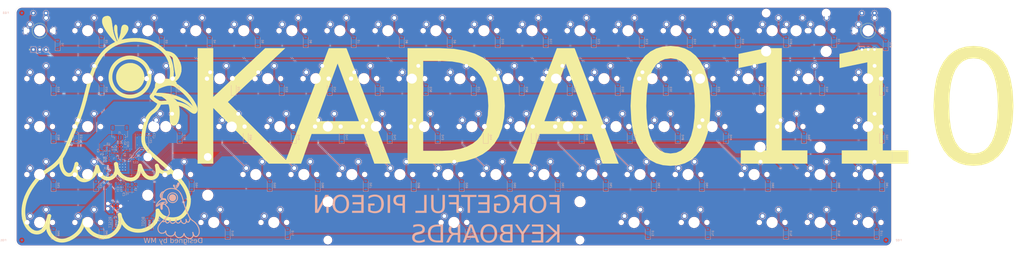
<source format=kicad_pcb>
(kicad_pcb (version 20241229) (generator "pcbnew") (generator_version "9.0")
  (layers (0 "F.Cu" signal) (2 "B.Cu" signal) (13 "F.Paste" user) (15 "B.Paste" user) (5 "F.SilkS" user "F.Silkscreen") (7 "B.SilkS" user "B.Silkscreen") (1 "F.Mask" user) (3 "B.Mask" user) (25 "Edge.Cuts" user))
  (net 0 "")
  (net 1 "Net-(D1-A)")
  (net 2 "ROW_0")
  (net 3 "Net-(D2-A)")
  (net 4 "Net-(D3-A)")
  (net 5 "Net-(D4-A)")
  (net 6 "Net-(D5-A)")
  (net 7 "Net-(D6-A)")
  (net 8 "Net-(D7-A)")
  (net 9 "Net-(D8-A)")
  (net 10 "Net-(D9-A)")
  (net 11 "Net-(D10-A)")
  (net 12 "Net-(D11-A)")
  (net 13 "Net-(D12-A)")
  (net 14 "Net-(D13-A)")
  (net 15 "Net-(D14-A)")
  (net 16 "Net-(D15-A)")
  (net 17 "Net-(D16-A)")
  (net 18 "Net-(D17-A)")
  (net 19 "Net-(D18-A)")
  (net 20 "ROW_1")
  (net 21 "Net-(D19-A)")
  (net 22 "Net-(D20-A)")
  (net 23 "Net-(D21-A)")
  (net 24 "Net-(D22-A)")
  (net 25 "Net-(D23-A)")
  (net 26 "Net-(D24-A)")
  (net 27 "Net-(D25-A)")
  (net 28 "Net-(D26-A)")
  (net 29 "Net-(D27-A)")
  (net 30 "Net-(D28-A)")
  (net 31 "Net-(D29-A)")
  (net 32 "Net-(D30-A)")
  (net 33 "Net-(D31-A)")
  (net 34 "Net-(D32-A)")
  (net 35 "Net-(D33-A)")
  (net 36 "Net-(D34-A)")
  (net 37 "Net-(D35-A)")
  (net 38 "Net-(D36-A)")
  (net 39 "ROW_2")
  (net 40 "Net-(D37-A)")
  (net 41 "Net-(D38-A)")
  (net 42 "Net-(D39-A)")
  (net 43 "Net-(D40-A)")
  (net 44 "Net-(D41-A)")
  (net 45 "Net-(D42-A)")
  (net 46 "Net-(D43-A)")
  (net 47 "Net-(D44-A)")
  (net 48 "Net-(D45-A)")
  (net 49 "Net-(D46-A)")
  (net 50 "Net-(D47-A)")
  (net 51 "Net-(D48-A)")
  (net 52 "Net-(D49-A)")
  (net 53 "Net-(D50-A)")
  (net 54 "Net-(D51-A)")
  (net 55 "ROW_3")
  (net 56 "Net-(D52-A)")
  (net 57 "Net-(D53-A)")
  (net 58 "Net-(D54-A)")
  (net 59 "Net-(D55-A)")
  (net 60 "Net-(D56-A)")
  (net 61 "Net-(D57-A)")
  (net 62 "Net-(D58-A)")
  (net 63 "Net-(D59-A)")
  (net 64 "Net-(D60-A)")
  (net 65 "Net-(D61-A)")
  (net 66 "Net-(D62-A)")
  (net 67 "Net-(D63-A)")
  (net 68 "Net-(D64-A)")
  (net 69 "Net-(D65-A)")
  (net 70 "Net-(D66-A)")
  (net 71 "Net-(D67-A)")
  (net 72 "ROW_4")
  (net 73 "Net-(D68-A)")
  (net 74 "Net-(D69-A)")
  (net 75 "Net-(D70-A)")
  (net 76 "Net-(D71-A)")
  (net 77 "Net-(D72-A)")
  (net 78 "Net-(D73-A)")
  (net 79 "Net-(D74-A)")
  (net 80 "Net-(D75-A)")
  (net 81 "Net-(D76-A)")
  (net 82 "Net-(D77-A)")
  (net 83 "COL_0")
  (net 84 "COL_1")
  (net 85 "COL_2")
  (net 86 "COL_3")
  (net 87 "COL_4")
  (net 88 "COL_5")
  (net 89 "COL_6")
  (net 90 "COL_7")
  (net 91 "COL_8")
  (net 92 "COL_9")
  (net 93 "COL_10")
  (net 94 "COL_11")
  (net 95 "COL_12")
  (net 96 "/D+")
  (net 97 "COL_13")
  (net 98 "/D-")
  (net 99 "COL_14")
  (net 100 "COL_15")
  (net 101 "COL_16")
  (net 102 "A")
  (net 103 "GND")
  (net 104 "Net-(U1-XIN)")
  (net 105 "Net-(C2-Pad1)")
  (net 106 "+5V")
  (net 107 "+3V3")
  (net 108 "+1V1")
  (net 110 "Net-(J2-SWDIO)")
  (net 111 "/RUN")
  (net 112 "Net-(J2-SWCLK)")
  (net 113 "/DR+")
  (net 114 "Net-(R3-Pad2)")
  (net 115 "Net-(U1-XOUT)")
  (net 116 "/QSPI_CS")
  (net 118 "B")
  (net 119 "/QSPI_SD3")
  (net 120 "/QSPI_SD0")
  (net 121 "/QSPI_SCLK")
  (net 122 "/QSPI_SD2")
  (net 123 "/DR-")
  (net 125 "/QSPI_SD1")
  (net 126 "COL_17")
  (footprint "MX_Solderable:MX-Solderable-1U" (layer "F.Cu") (at 285.75 76.2)
    (property "Reference" "SW50")
    (property "Value" "SW_Push")
  )
  (footprint "MX_Solderable:MX-Solderable-1U" (layer "F.Cu") (at 261.9375 57.15)
    (property "Reference" "SW31")
    (property "Value" "SW_Push")
  )
  (footprint "MX_Solderable:MX-Solderable-1U" (layer "F.Cu") (at 366.7125 95.25)
    (property "Reference" "SW69")
    (property "Value" "SW_Push")
  )
  (footprint "MX_Solderable:MX-Solderable-1U" (layer "F.Cu") (at 107.15625 114.3)
    (property "Reference" "SW72")
    (property "Value" "SW_Push")
  )
  (footprint "MX_Solderable:MX-Solderable-1U" (layer "F.Cu") (at 309.5625 38.1)
    (property "Reference" "SW15")
    (property "Value" "SW_Push")
  )
  (footprint "MX_Solderable:MX-Solderable-1U" (layer "F.Cu") (at 304.8 76.2)
    (property "Reference" "SW51")
    (property "Value" "SW_Push")
  )
  (footprint "MX_Solderable:MX-Solderable-1U" (layer "F.Cu") (at 319.0875 57.15)
    (property "Reference" "SW34")
    (property "Value" "SW_Push")
  )
  (footprint "MX_Solderable:MX-Solderable-1U" (layer "F.Cu") (at 214.3125 38.1)
    (property "Reference" "SW10")
    (property "Value" "SW_Push")
  )
  (footprint "MX_Solderable:MX-Solderable-1U" (layer "F.Cu") (at 328.6125 114.3)
    (property "Reference" "SW77")
    (property "Value" "SW_Push")
  )
  (footprint "MX_Solderable:MX-Solderable-1U" (layer "F.Cu") (at 119.0625 38.1)
    (property "Reference" "SW5")
    (property "Value" "SW_Push")
  )
  (footprint "MX_Solderable:MX-Solderable-1U" (layer "F.Cu") (at 133.35 76.2)
    (property "Reference" "SW42")
    (property "Value" "SW_Push")
  )
  (footprint "MX_Solderable:MX-Solderable-1U" (layer "F.Cu") (at 209.55 76.2)
    (property "Reference" "SW46")
    (property "Value" "SW_Push")
  )
  (footprint "MX_Solderable:MX-Solderable-1U" (layer "F.Cu") (at 57.15 95.25)
    (property "Reference" "SW55")
    (property "Value" "SW_Push")
  )
  (footprint "MX_Solderable:MX-Solderable-1U" (layer "F.Cu") (at 38.1 57.15)
    (property "Reference" "SW20")
    (property "Value" "SW_Push")
  )
  (footprint "MX_Solderable:MX-Solderable-1U" (layer "F.Cu") (at 252.4125 38.1)
    (property "Reference" "SW12")
    (property "Value" "SW_Push")
  )
  (footprint "MX_Solderable:MX-Solderable-1U" (layer "F.Cu") (at 366.7125 57.15)
    (property "Reference" "SW36")
    (property "Value" "SW_Push")
  )
  (footprint "MX_Solderable:MX-Solderable-1U" (layer "F.Cu") (at 166.6875 57.15)
    (property "Reference" "SW26")
    (property "Value" "SW_Push")
  )
  (footprint "MX_Solderable:MX-Solderable-1U" (layer "F.Cu") (at 200.025 95.25)
    (property "Reference" "SW61")
    (property "Value" "SW_Push")
  )
  (footprint "MX_Solderable:MX-Solderable-1U" (layer "F.Cu") (at 38.1 95.25)
    (property "Reference" "SW54")
    (property "Value" "SW_Push")
  )
  (footprint "MX_Solderable:MX-Solderable-1U" (layer "F.Cu") (at 366.7125 38.1)
    (property "Reference" "SW19")
    (property "Value" "SW_Push")
  )
  (footprint "Button_Switch_Keyboard:SW_Cherry_MX_6.25u_PCB" (layer "F.Cu") (at 202.40625 114.3)
    (property "Reference" "SW74")
    (property "Value" "SW_Push")
  )
  (footprint "MX_Solderable:MX-Solderable-1U" (layer "F.Cu") (at 157.1625 38.1)
    (property "Reference" "SW7")
    (property "Value" "SW_Push")
  )
  (footprint "MX_Solderable:MX-Solderable-1U" (layer "F.Cu") (at 280.9875 57.15)
    (property "Reference" "SW32")
    (property "Value" "SW_Push")
  )
  (footprint "MX_Solderable:MX-Solderable-1U" (layer "F.Cu") (at 83.34375 76.2)
    (property "Reference" "SW40")
    (property "Value" "SW_Push")
  )
  (footprint "MX_Solderable:MX-Solderable-1U" (layer "F.Cu") (at 38.1 76.2)
    (property "Reference" "SW37")
    (property "Value" "SW_Push")
  )
  (footprint "MX_Solderable:MX-Solderable-1U" (layer "F.Cu") (at 180.975 95.25)
    (property "Reference" "SW60")
    (property "Value" "SW_Push")
  )
  (footprint "MX_Solderable:MX-Solderable-1U" (layer "F.Cu") (at 297.65625 114.3)
    (property "Reference" "SW76")
    (property "Value" "SW_Push")
  )
  (footprint "MX_Solderable:MX-Solderable-1U" (layer "F.Cu") (at 123.825 95.25)
    (property "Reference" "SW57")
    (property "Value" "SW_Push")
  )
  (footprint "MX_Solderable:MX-Solderable-1U" (layer "F.Cu") (at 347.6625 114.3)
    (property "Reference" "SW78")
    (property "Value" "SW_Push")
  )
  (footprint "MX_Solderable:MX-Solderable-1U" (layer "F.Cu") (at 273.84375 114.3)
    (property "Reference" "SW75")
    (property "Value" "SW_Push")
  )
  (footprint "MX_Solderable:MX-Solderable-1U" (layer "F.Cu") (at 366.7125 76.2)
    (property "Reference" "SW53")
    (property "Value" "SW_Push")
  )
  (footprint "MX_Solderable:MX-Solderable-1U" (layer "F.Cu") (at 57.15 76.2)
    (property "Reference" "SW38")
    (property "Value" "SW_Push")
  )
  (footprint "MX_Solderable:MX-Solderable-1U" (layer "F.Cu") (at 85.725 57.15)
    (property "Reference" "SW22")
    (property "Value" "SW_Push")
  )
  (footprint "MX_Solderable:MX-Solderable-1U" (layer "F.Cu") (at 219.075 95.25)
    (property "Reference" "SW62")
    (property "Value" "SW_Push")
  )
  (footprint "MX_Solderable:MX-Solderable-1U" (layer "F.Cu") (at 290.5125 38.1)
    (property "Reference" "SW14")
    (property "Value" "SW_Push")
  )
  (footprint "Rotary_Encoder:RotaryEncoder_Alps_EC11E-Switch_Vertical_H20mm" (layer "F.Cu") (at 366.7125 38.1 90)
    (property "Reference" "SW83")
    (property "Value" "RotaryEncoder_Switch_MP")
  )
  (footprint "MX_Solderable:MX-Solderable-1U" (layer "F.Cu") (at 300.0375 57.15)
    (property "Reference" "SW33")
    (property "Value" "SW_Push")
  )
  (footprint "Button_Switch_Keyboard:SW_Cherry_MX_2.25u_PCB" (layer "F.Cu") (at 92.86875 95.25)
    (property "Reference" "SW56")
    (property "Value" "SW_Push")
  )
  (footprint "MX_Solderable:MX-Solderable-1U" (layer "F.Cu") (at 161.925 95.25)
    (property "Reference" "SW59")
    (property "Value" "SW_Push")
  )
  (footprint "Button_Switch_Keyboard:SW_Cherry_MX_2.25u_PCB" (layer "F.Cu") (at 335.75625 76.2)
    (property "Reference" "SW52")
    (property "Value" "SW_Push")
  )
  (footprint "Button_Switch_Keyboard:SW_Cherry_MX_2.00u_PCB" (layer "F.Cu") (at 338.1375 38.1)
    (property "Reference" "SW16")
    (property "Value" "SW_Push")
  )
  (footprint "MX_Solderable:MX-Solderable-1U" (layer "F.Cu") (at 328.6125 38.1)
    (property "Reference" "SW17")
    (property "Value" "SW_Push")
  )
  (footprint "MX_Solderable:MX-Solderable-1U" (layer "F.Cu") (at 195.2625 38.1)
    (property "Reference" "SW9")
    (property "Value" "SW_Push")
  )
  (footprint "MX_Solderable:MX-Solderable-1U" (layer "F.Cu") (at 321.46875 95.25)
    (property "Reference" "SW67")
    (property "Value" "SW_Push")
  )
  (footprint "MX_Solderable:MX-Solderable-1U" (layer "F.Cu") (at 38.1 38.1)
    (property "Reference" "SW1")
    (property "Value" "SW_Push")
  )
  (footprint "MX_Solderable:MX-Solderable-1U" (layer "F.Cu") (at 238.125 95.25)
    (property "Reference" "SW63")
    (property "Value" "SW_Push")
  )
  (footprint "MX_Solderable:MX-Solderable-1U" (layer "F.Cu") (at 266.7 76.2)
    (property "Reference" "SW49")
    (property "Value" "SW_Push")
  )
  (footprint "MX_Solderable:MX-Solderable-1U" (layer "F.Cu") (at 223.8375 57.15)
    (property "Reference" "SW29")
    (property "Value" "SW_Push")
  )
  (footprint "MX_Solderable:MX-Solderable-1U" (layer "F.Cu") (at 190.5 76.2)
    (property "Reference" "SW45")
    (property "Value" "SW_Push")
  )
  (footprint "MX_Solderable:MX-Solderable-1U" (layer "F.Cu") (at 147.6375 57.15)
    (property "Reference" "SW25")
    (property "Value" "SW_Push")
  )
  (footprint "MX_Solderable:MX-Solderable-1U" (layer "F.Cu") (at 114.3 76.2)
    (property "Reference" "SW41")
    (property "Value" "SW_Push")
  )
  (footprint "MX_Solderable:MX-Solderable-1U" (layer "F.Cu") (at 242.8875 57.15)
    (property "Reference" "SW30")
    (property "Value" "SW_Push")
  )
  (footprint "MX_Solderable:MX-Solderable-1U" (layer "F.Cu") (at 57.15 114.3)
    (property "Reference" "SW71")
    (property "Value" "SW_Push")
  )
  (footprint "MX_Solderable:MX-Solderable-1U" (layer "F.Cu") (at 142.875 95.25)
    (property "Reference" "SW58")
    (property "Value" "SW_Push")
  )
  (footprint "MX_Solderable:MX-Solderable-1U" (layer "F.Cu") (at 347.6625 95.25)
    (property "Reference" "SW68")
    (property "Value" "SW_Push")
  )
  (footprint "MX_Solderable:MX-Solderable-1U" (layer "F.Cu") (at 171.45 76.2)
    (property "Reference" "SW44")
    (property "Value" "SW_Push")
  )
  (footprint "MX_Solderable:MX-Solderable-1U" (layer "F.Cu") (at 128.5875 57.15)
    (property "Reference" "SW24")
    (property "Value" "SW_Push")
  )
  (footprint "MX_Solderable:MX-Solderable-1U" (layer "F.Cu") (at 347.6625 38.1)
    (property "Reference" "SW18")
    (property "Value" "SW_Push")
  )
  (footprint "MX_Solderable:MX-Solderable-1U" (layer "F.Cu") (at 233.3625 38.1)
    (property "Reference" "SW11")
    (property "Value" "SW_Push")
  )
  (footprint "MX_Solderable:MX-Solderable-1U" (layer "F.Cu") (at 295.275 95.25)
    (property "Reference" "SW66")
    (property "Value" "SW_Push")
  )
  (footprint "MX_Solderable:MX-Solderable-1U" (layer "F.Cu") (at 100.0125 38.1)
    (property "Reference" "SW4")
    (property "Value" "SW_Push")
  )
  (footprint "MX_Solderable:MX-Solderable-1U" (layer "F.Cu") (at 88.10625 76.2)
    (property "Reference" "SW39")
    (property "Value" "SW_Push")
  )
  (footprint "MX_Solderable:MX-Solderable-1U" (layer "F.Cu") (at 138.1125 38.1)
    (property "Reference" "SW6")
    (property "Value" "SW_Push")
  )
  (footprint "MX_Solderable:MX-Solderable-1U" (layer "F.Cu") (at 342.9 57.15)
    (property "Reference" "SW35")
    (property "Value" "SW_Push")
  )
  (footprint "MX_Solderable:MX-Solderable-1U" (layer "F.Cu") (at 257.175 95.25)
    (property "Reference" "SW64")
    (property "Value" "SW_Push")
  )
  (footprint "MX_Solderable:MX-Solderable-1U" (layer "F.Cu") (at 366.7125 114.3)
    (property "Reference" "SW79")
    (property "Value" "SW_Push")
  )
  (footprint "MX_Solderable:MX-Solderable-1U" (layer "F.Cu") (at 271.4625 38.1)
    (property "Reference" "SW13")
    (property "Value" "SW_Push")
  )
  (footprint "MX_Solderable:MX-Solderable-1U" (layer "F.Cu") (at 204.7875 57.15)
    (property "Reference" "SW28")
    (property "Value" "SW_Push")
  )
  (footprint "MX_Solderable:MX-Solderable-1U" (layer "F.Cu") (at 109.5375 57.15)
    (property "Reference" "SW23")
    (property "Value" "SW_Push")
  )
  (footprint "MX_Solderable:MX-Solderable-1U" (layer "F.Cu") (at 176.2125 38.1)
    (property "Reference" "SW8")
    (property "Value" "SW_Push")
  )
  (footprint "MX_Solderable:MX-Solderable-1U" (layer "F.Cu") (at 130.96875 114.3)
    (property "Reference" "SW73")
    (property "Value" "SW_Push")
  )
  (footprint "Rotary_Encoder:RotaryEncoder_Alps_EC11E-Switch_Vertical_H20mm" (layer "F.Cu") (at 38.1 38.1 90)
    (property "Reference" "SW82")
    (property "Value" "RotaryEncoder_Switch_MP")
  )
  (footprint "MX_Solderable:MX-Solderable-1U" (layer "F.Cu") (at 276.225 95.25)
    (property "Reference" "SW65")
    (property "Value" "SW_Push")
  )
  (footprint "MX_Solderable:MX-Solderable-1U" (layer "F.Cu") (at 185.7375 57.15)
    (property "Reference" "SW27")
    (property "Value" "SW_Push")
  )
  (footprint "MX_Solderable:MX-Solderable-1U" (layer "F.Cu") (at 247.65 76.2)
    (property "Reference" "SW48")
    (property "Value" "SW_Push")
  )
  (footprint "MX_Solderable:MX-Solderable-1U" (layer "F.Cu") (at 228.6 76.2)
    (property "Reference" "SW47")
    (property "Value" "SW_Push")
  )
  (footprint "MX_Solderable:MX-Solderable-1U" (layer "F.Cu") (at 57.15 57.15)
    (property "Reference" "SW21")
    (property "Value" "SW_Push")
  )
  (footprint "MX_Solderable:MX-Solderable-1U" (layer "F.Cu") (at 152.4 76.2)
    (property "Reference" "SW43")
    (property "Value" "SW_Push")
  )
  (footprint "MX_Solderable:MX-Solderable-1U" (layer "F.Cu") (at 80.9625 38.1)
    (property "Reference" "SW3")
    (property "Value" "SW_Push")
  )
  (footprint "MX_Solderable:MX-Solderable-1U" (layer "F.Cu") (at 57.15 38.1)
    (property "Reference" "SW2")
    (property "Value" "SW_Push")
  )
  (footprint "MX_Solderable:MX-Solderable-1U" (layer "F.Cu") (at 38.1 114.3)
    (property "Reference" "SW70")
    (property "Value" "SW_Push")
  )
  (footprint "Fiducial:Fiducial_1mm_Mask2mm" (layer "B.Cu") (at 31.04 121.36)
    (property "Reference" "FID1")
    (property "Value" "Fiducial")
  )
  (footprint "Diode_SMD:D_SOD-123" (layer "B.Cu") (at 267.4375 61.45 90)
    (property "Reference" "D30")
    (property "Value" "D")
  )
  (footprint "Capacitor_SMD:C_0402_1005Metric" (layer "B.Cu") (at 68.377 86.741 90)
    (property "Reference" "C15")
    (property "Value" "1uF")
  )
  (footprint "Diode_SMD:D_SOD-123" (layer "B.Cu") (at 286.4875 61.45 90)
    (property "Reference" "D31")
    (property "Value" "D")
  )
  (footprint "Diode_SMD:D_SOD-123" (layer "B.Cu") (at 229.3375 61.45 90)
    (property "Reference" "D28")
    (property "Value" "D")
  )
  (footprint "Diode_SMD:D_SOD-123" (layer "B.Cu") (at 115.0375 61.45 90)
    (property "Reference" "D22")
    (property "Value" "D")
  )
  (footprint "Diode_SMD:D_SOD-123" (layer "B.Cu") (at 262.675 99.55 90)
    (property "Reference" "D62")
    (property "Value" "D")
  )
  (footprint "Capacitor_SMD:C_0402_1005Metric" (layer "B.Cu") (at 73.152 85.598 90)
    (property "Reference" "C16")
    (property "Value" "1uF")
  )
  (footprint "Capacitor_SMD:C_0402_1005Metric" (layer "B.Cu") (at 70.7644 86.6648 90)
    (property "Reference" "C6")
    (property "Value" "1uF")
  )
  (footprint "Diode_SMD:D_SOD-123" (layer "B.Cu") (at 353.1625 99.55 90)
    (property "Reference" "D66")
    (property "Value" "D")
  )
  (footprint "Diode_SMD:D_SOD-123" (layer "B.Cu") (at 372.2125 61.45 90)
    (property "Reference" "D35")
    (property "Value" "D")
  )
  (footprint "Diode_SMD:D_SOD-123" (layer "B.Cu") (at 341.25625 80.5 90)
    (property "Reference" "D50")
    (property "Value" "D")
  )
  (footprint "Crystal:Crystal_SMD_3225-4Pin_3.2x2.5mm" (layer "B.Cu") (at 73.914 100.2284 90)
    (property "Reference" "Y1")
    (property "Value" "ABM8-272-T3")
  )
  (footprint "Diode_SMD:D_SOD-123" (layer "B.Cu") (at 172.1875 61.45 90)
    (property "Reference" "D25")
    (property "Value" "D")
  )
  (footprint "Package_DFN_QFN:QFN-56-1EP_7x7mm_P0.4mm_EP3.2x3.2mm" (layer "B.Cu") (at 71.0058 92.2654 180)
    (property "Reference" "U1")
    (property "Value" "RP2040")
  )
  (footprint "Capacitor_SMD:C_0402_1005Metric" (layer "B.Cu") (at 62.484 85.7732 -90)
    (property "Reference" "C3")
    (property "Value" "1uF")
  )
  (footprint "Diode_SMD:D_SOD-123" (layer "B.Cu") (at 181.7125 42.4 90)
    (property "Reference" "D8")
    (property "Value" "D")
  )
  (footprint "Diode_SMD:D_SOD-123" (layer "B.Cu") (at 105.5125 42.4 90)
    (property "Reference" "D4")
    (property "Value" "D")
  )
  (footprint "Diode_SMD:D_SOD-123" (layer "B.Cu") (at 248.3875 61.45 90)
    (property "Reference" "D29")
    (property "Value" "D")
  )
  (footprint "Fiducial:Fiducial_1mm_Mask2mm" (layer "B.Cu") (at 31.040001 31.040001)
    (property "Reference" "FID3")
    (property "Value" "Fiducial")
  )
  (footprint "Diode_SMD:D_SOD-123" (layer "B.Cu") (at 296.0125 42.4 90)
    (property "Reference" "D14")
    (property "Value" "D")
  )
  (footprint "Diode_SMD:D_SOD-123" (layer "B.Cu") (at 234.1 80.5 90)
    (property "Reference" "D45")
    (property "Value" "D")
  )
  (footprint "Diode_SMD:D_SOD-123" (layer "B.Cu") (at 86.4625 42.4 90)
    (property "Reference" "D3")
    (property "Value" "D")
  )
  (footprint "Diode_SMD:D_SOD-123" (layer "B.Cu") (at 93.60625 80.5 90)
    (property "Reference" "D38")
    (property "Value" "D")
  )
  (footprint "Package_SON:WSON-8-1EP_6x5mm_P1.27mm_EP3.4x4.3mm" (layer "B.Cu") (at 78.6974 82.0792 90)
    (property "Reference" "U2")
    (property "Value" "W25Q32JVZP")
  )
  (footprint "Diode_SMD:D_SOD-123" (layer "B.Cu") (at 224.575 99.55 90)
    (property "Reference" "D60")
    (property "Value" "D")
  )
  (footprint "Capacitor_SMD:C_0402_1005Metric" (layer "B.Cu") (at 69.1388 99.1108 -90)
    (property "Reference" "C14")
    (property "Value" "1uF")
  )
  (footprint "Diode_SMD:D_SOD-123" (layer "B.Cu") (at 272.2 80.5 90)
    (property "Reference" "D47")
    (property "Value" "D")
  )
  (footprint "Diode_SMD:D_SOD-123" (layer "B.Cu") (at 334.1125 118.6 90)
    (property "Reference" "D75")
    (property "Value" "D")
  )
  (footprint "Diode_SMD:D_SOD-123" (layer "B.Cu") (at 129.325 99.55 90)
    (property "Reference" "D55")
    (property "Value" "D")
  )
  (footprint "Diode_SMD:D_SOD-123" (layer "B.Cu") (at 257.9125 42.4 90)
    (property "Reference" "D12")
    (property "Value" "D")
  )
  (footprint "Diode_SMD:D_SOD-123" (layer "B.Cu") (at 305.5375 61.45 90)
    (property "Reference" "D32")
    (property "Value" "D")
  )
  (footprint "Diode_SMD:D_SOD-123" (layer "B.Cu") (at 196 80.5 90)
    (property "Reference" "D43")
    (property "Value" "D")
  )
  (footprint "Diode_SMD:D_SOD-123" (layer "B.Cu") (at 176.95 80.5 90)
    (property "Reference" "D42")
    (property "Value" "D")
  )
  (footprint "Diode_SMD:D_SOD-123" (layer "B.Cu") (at 205.525 99.55 90)
    (property "Reference" "D59")
    (property "Value" "D")
  )
  (footprint "Diode_SMD:D_SOD-123" (layer "B.Cu") (at 119.8 80.5 90)
    (property "Reference" "D39")
    (property "Value" "D")
  )
  (footprint "Diode_SMD:D_SOD-123" (layer "B.Cu") (at 167.425 99.55 90)
    (property "Reference" "D57")
    (property "Value" "D")
  )
  (footprint "Capacitor_SMD:C_0402_1005Metric" (layer "B.Cu") (at 67.1578 86.741 90)
    (property "Reference" "C7")
    (property "Value" "1uF")
  )
  (footprint "Diode_SMD:D_SOD-123" (layer "B.Cu") (at 291.25 80.5 90)
    (property "Reference" "D48")
    (property "Value" "D")
  )
  (footprint "Diode_SMD:D_SOD-123" (layer "B.Cu") (at 45.212 43.688 90)
    (property "Reference" "D1")
    (property "Value" "D")
  )
  (footprint "Capacitor_SMD:C_0603_1608Metric" (layer "B.Cu") (at 65.002837 87.1982 180)
    (property "Reference" "C4")
    (property "Value" "10uF")
  )
  (footprint "Fiducial:Fiducial_1mm_Mask2mm" (layer "B.Cu") (at 373.7725 121.36)
    (property "Reference" "FID2")
    (property "Value" "Fiducial")
  )
  (footprint "Diode_SMD:D_SOD-123" (layer "B.Cu") (at 60.452 99.568 90)
    (property "Reference" "D53")
    (property "Value" "D")
  )
  (footprint "Capacitor_SMD:C_0402_1005Metric" (layer "B.Cu") (at 65.5828 88.7984 180)
    (property "Reference" "C8")
    (property "Value" "1uF")
  )
  (footprint "Diode_SMD:D_SOD-123" (layer "B.Cu") (at 91.225 61.45 90)
    (property "Reference" "D21")
    (property "Value" "D")
  )
  (footprint "Diode_SMD:D_SOD-123" (layer "B.Cu") (at 353.1625 118.6 90)
    (property "Reference" "D76")
    (property "Value" "D")
  )
  (footprint "Diode_SMD:D_SOD-123" (layer "B.Cu") (at 324.5875 61.45 90)
    (property "Reference" "D33")
    (property "Value" "D")
  )
  (footprint "Diode_SMD:D_SOD-123" (layer "B.Cu") (at 62.65 42.4 90)
    (property "Reference" "D2")
    (property "Value" "D")
  )
  (footprint "Diode_SMD:D_SOD-123" (layer "B.Cu") (at 372.2125 99.55 90)
    (property "Reference" "D67")
    (property "Value" "D")
  )
  (footprint "Inductor_SMD:L_0402_1005Metric" (layer "B.Cu") (at 84.3788 113.1496 90)
    (property "Reference" "R3")
    (property "Value" "1k")
  )
  (footprint "Diode_SMD:D_SOD-123" (layer "B.Cu") (at 134.0875 61.45 90)
    (property "Reference" "D23")
    (property "Value" "D")
  )
  (footprint "Diode_SMD:D_SOD-123" (layer "B.Cu") (at 210.2875 61.45 90)
    (property "Reference" "D27")
    (property "Value" "D")
  )
  (footprint "Diode_SMD:D_SOD-123" (layer "B.Cu") (at 112.65625 118.6 90)
    (property "Reference" "D70")
    (property "Value" "D")
  )
  (footprint "Diode_SMD:D_SOD-123" (layer "B.Cu") (at 370.078 118.6 90)
    (property "Reference" "D77")
    (property "Value" "D")
  )
  (footprint "Diode_SMD:D_SOD-123" (layer "B.Cu") (at 300.775 99.55 90)
    (property "Reference" "D64")
    (property "Value" "D")
  )
  (footprint "Diode_SMD:D_SOD-123" (layer "B.Cu") (at 186.475 99.55 90)
    (property "Reference" "D58")
    (property "Value" "D")
  )
  (footprint "Capacitor_SMD:C_0402_1005Metric" (layer "B.Cu") (at 82.2452 79.8348 -90)
    (property "Reference" "C17")
    (property "Value" "1uF")
  )
  (footprint "Diode_SMD:D_SOD-123" (layer "B.Cu") (at 253.15 80.5 90)
    (property "Reference" "D46")
    (property "Value" "D")
  )
  (footprint "Capacitor_SMD:C_0402_1005Metric" (layer "B.Cu") (at 65.5828 89.9668 180)
    (property "Reference" "C9")
    (property "Value" "1uF")
  )
  (footprint "Diode_SMD:D_SOD-123" (layer "B.Cu") (at 157.9 80.5 90)
    (property "Reference" "D41")
    (property "Value" "D")
  )
  (footprint "Diode_SMD:D_SOD-123" (layer "B.Cu") (at 238.8625 42.4 90)
    (property "Reference" "D11")
    (property "Value" "D")
  )
  (footprint "Diode_SMD:D_SOD-123" (layer "B.Cu") (at 373.634 43.688 90)
    (property "Reference" "D18")
    (property "Value" "D")
  )
  (footprint "Diode_SMD:D_SOD-123" (layer "B.Cu") (at 143.6125 42.4 90)
    (property "Reference" "D6")
    (property "Value" "D")
  )
  (footprint "Diode_SMD:D_SOD-123" (layer "B.Cu") (at 315.0625 42.4 90)
    (property "Reference" "D15")
    (property "Value" "D")
  )
  (footprint "footprints_LD212:DFN_V33R_STM" (layer "B.Cu") (at 64.723137 84.7852 180)
    (property "Reference" "U3")
    (property "Value" "LDL212PV33R")
  )
  (footprint "Button_Switch_SMD:SW_Push_1P1T_NO_CK_KMR2" (layer "B.Cu") (at 68.4656 114.6556 90)
    (property "Reference" "SW80")
    (property "Value" "SW_Push_45deg")
  )
  (footprint "Capacitor_SMD:C_0402_1005Metric" (layer "B.Cu") (at 71.9328 85.626 90)
    (property "Reference" "C5")
    (property "Value" "1uF")
  )
  (footprint "Resistor_SMD:R_0402_1005Metric" (layer "B.Cu") (at 69.215 84.2264 -90)
    (property "Reference" "R2")
    (property "Value" "22R")
  )
  (footprint "Diode_SMD:D_SOD-123" (layer "B.Cu") (at 124.5625 42.4 90)
    (property "Reference" "D5")
    (property "Value" "D")
  )
  (footprint "Diode_SMD:D_SOD-123" (layer "B.Cu") (at 207.90625 118.6 90)
    (property "Reference" "D72")
    (property "Value" "D")
  )
  (footprint "Diode_SMD:D_SOD-123" (layer "B.Cu") (at 310.3 80.5 90)
    (property "Reference" "D49")
    (property "Value" "D")
  )
  (footprint "Diode_SMD:D_SOD-123" (layer "B.Cu") (at 281.725 99.55 90)
    (property "Reference" "D63")
    (property "Value" "D")
  )
  (footprint "Diode_SMD:D_SOD-123" (layer "B.Cu") (at 43.6 118.6 90)
    (property "Reference" "D68")
    (property "Value" "D")
  )
  (footprint "Diode_SMD:D_SOD-123" (layer "B.Cu") (at 243.625 99.55 90)
    (property "Reference" "D61")
    (property "Value" "D")
  )
  (footprint "Diode_SMD:D_SOD-123" (layer "B.Cu") (at 136.46875 118.6 90)
    (property "Reference" "D71")
    (property "Value" "D")
  )
  (footprint "Diode_SMD:D_SOD-123" (layer "B.Cu") (at 276.9625 42.4 90)
    (property "Reference" "D13")
    (property "Value" "D")
  )
  (footprint "Diode_SMD:D_SOD-123" (layer "B.Cu") (at 215.05 80.5 90)
    (property "Reference" "D44")
    (property "Value" "D")
  )
  (footprint "Diode_SMD:D_SOD-123" (layer "B.Cu") (at 326.96875 99.55 90)
    (property "Reference" "D65")
    (property "Value" "D")
  )
  (footprint "Diode_SMD:D_SOD-123" (layer "B.Cu") (at 148.375 99.55 90)
    (property "Reference" "D56")
    (property "Value" "D")
  )
  (footprint "Connector:Tag-Connect_TC2030-IDC-NL_2x03_P1.27mm_Vertical" (layer "B.Cu") (at 67.6656 107.823 180)
    (property "Reference" "J2")
    (property "Value" "Conn_ARM_SWD_TagConnect_TC2030-NL")
  )
  (footprint "Resistor_SMD:R_0402_1005Metric" (layer "B.Cu") (at 70.4596 84.2264 -90)
    (property "Reference" "R1")
    (property "Value" "22R")
  )
  (footprint "Diode_SMD:D_SOD-123" (layer "B.Cu") (at 62.65 61.45 90)
    (property "Reference" "D20")
    (property "Value" "D")
  )
  (footprint "Diode_SMD:D_SOD-123" (layer "B.Cu") (at 62.65 118.6 90)
    (property "Reference" "D69")
    (property "Value" "D")
  )
  (footprint "Capacitor_SMD:C_0402_1005Metric" (layer "B.Cu") (at 76.2508 99.6188 -90)
    (property "Reference" "C1")
    (property "Value" "15pF")
  )
  (footprint "Diode_SMD:D_SOD-123" (layer "B.Cu") (at 43.6 80.5 90)
    (property "Reference" "D36")
    (property "Value" "D")
  )
  (footprint "Inductor_SMD:L_0402_1005Metric" (layer "B.Cu") (at 68.1506 111.0488)
    (property "Reference" "R5")
    (property "Value" "1k")
  )
  (footprint "Capacitor_SMD:C_0402_1005Metric" (layer "B.Cu") (at 70.3708 99.0726 -90)
    (property "Reference" "C11")
    (property "Value" "1uF")
  )
  (footprint "Capacitor_SMD:C_0402_1005Metric" (layer "B.Cu") (at 64.6684 93.8784 180)
    (property "Reference" "C10")
    (property "Value" "1uF")
  )
  (footprint "Diode_SMD:D_SOD-123" (layer "B.Cu") (at 303.15625 118.6 90)
    (property "Reference" "D74")
    (property "Value" "D")
  )
  (footprint "Diode_SMD:D_SOD-123" (layer "B.Cu") (at 98.36875 99.55 90)
    (property "Reference" "D54")
    (property "Value" "D")
  )
  (footprint "Diode_SMD:D_SOD-123" (layer "B.Cu") (at 334.137 42.4 90)
    (property "Reference" "D16")
    (property "Value" "D")
  )
  (footprint "Diode_SMD:D_SOD-123" (layer "B.Cu") (at 52.578 80.4936 90)
    (property "Reference" "D37")
    (property "Value" "D")
  )
  (footprint "Diode_SMD:D_SOD-123" (layer "B.Cu") (at 200.7625 42.4 90)
    (property "Reference" "D9")
    (property "Value" "D")
  )
  (footprint "Diode_SMD:D_SOD-123" (layer "B.Cu") (at 191.2375 61.45 90)
    (property "Reference" "D26")
    (property "Value" "D")
  )
  (footprint "Diode_SMD:D_SOD-123" (layer "B.Cu") (at 279.34375 118.6 90)
    (property "Reference" "D73")
    (property "Value" "D")
  )
  (footprint "Connector_JST:JST_SH_SM04B-SRSS-TB_1x04-1MP_P1.00mm_Horizontal" (layer "B.Cu") (at 69.842 78.518)
    (property "Reference" "J1")
    (property "Value" "Conn_01x04_Pin")
  )
  (footprint "Diode_SMD:D_SOD-123" (layer "B.Cu") (at 348.4 61.45 90)
    (property "Reference" "D34")
    (property "Value" "D")
  )
  (footprint "Capacitor_SMD:C_0402_1005Metric" (layer "B.Cu") (at 77.978 93.4212)
    (property "Reference" "C13")
    (property "Value" "1uF")
  )
  (footprint "Button_Switch_SMD:SW_Push_1P1T_NO_CK_KMR2" (layer "B.Cu") (at 81.597601 114.7244 90)
    (property "Reference" "SW81")
    (property "Value" "SW_Push_45deg")
  )
  (footprint "Diode_SMD:D_SOD-123" (layer "B.Cu") (at 153.1375 61.45 90)
    (property "Reference" "D24")
    (property "Value" "D")
  )
  (footprint "Capacitor_SMD:C_0402_1005Metric" (layer "B.Cu") (at 71.5264 101.4476 -90)
    (property "Reference" "C2")
    (property "Value" "15pF")
  )
  (footprint "Diode_SMD:D_SOD-123" (layer "B.Cu") (at 353.1625 42.4 90)
    (property "Reference" "D17")
    (property "Value" "D")
  )
  (footprint "Inductor_SMD:L_0402_1005Metric" (layer "B.Cu") (at 71.5772 99.06 90)
    (property "Reference" "R4")
    (property "Value" "1k")
  )
  (footprint "Capacitor_SMD:C_0402_1005Metric" (layer "B.Cu") (at 76.1746 89.2392)
    (property "Reference" "C12")
    (property "Value" "1uF")
  )
  (footprint "Diode_SMD:D_SOD-123" (layer "B.Cu") (at 43.6 61.45 90)
    (property "Reference" "D19")
    (property "Value" "D")
  )
  (footprint "Diode_SMD:D_SOD-123" (layer "B.Cu") (at 138.85 80.5 90)
    (property "Reference" "D40")
    (property "Value" "D")
  )
  (footprint "Diode_SMD:D_SOD-123" (layer "B.Cu") (at 43.6 99.55 90)
    (property "Reference" "D52")
    (property "Value" "D")
  )
  (footprint "Diode_SMD:D_SOD-123" (layer "B.Cu") (at 219.8125 42.4 90)
    (property "Reference" "D10")
    (property "Value" "D")
  )
  (footprint "Diode_SMD:D_SOD-123" (layer "B.Cu") (at 372.2125 80.5 90)
    (property "Reference" "D51")
    (property "Value" "D")
  )
  (footprint "Diode_SMD:D_SOD-123" (layer "B.Cu") (at 162.6625 42.4 90)
    (property "Reference" "D7")
    (property "Value" "D")
  )
  (gr_poly (pts (xy 70.8406 88.4174) (xy 70.8406 90.3986) (xy 69.1134 90.3986) (xy 69.1134 94.1578) (xy 72.8726 94.1578) (xy 72.8726 89.5604) (xy 74.9046 89.5604) (xy 74.9046 89.7128) (xy 73.7362 89.7128) (xy 73.7362 93.1926) (xy 74.7046 93.1926) (xy 74.7046 93.345) (xy 73.7362 93.345) (xy 73.7362 94.996) (xy 70.866 94.996) (xy 70.866 95.9406) (xy 70.739 95.9406) (xy 70.739 94.996) (xy 68.2752 94.996) (xy 68.2752 93.345) (xy 67.1322 93.345) (xy 67.1322 93.1926) (xy 68.3006 93.1926) (xy 68.3006 89.7128) (xy 67.0814 89.7128) (xy 67.0814 88.4174) (xy 68.834 88.4174) (xy 68.834 89.5858) (xy 70.358 89.5858) (xy 70.358 88.4174)) (stroke (width 0.1)) (fill yes) (layer "B.Cu") (net 107))
  (gr_curve (pts (xy 73.496236 116.708933) (xy 71.935697 115.829616) (xy 71.050408 114.383501) (xy 70.553886 113.376193)) (stroke (width 1.499999) (color 0 255 0 1)) (layer "F.SilkS"))
  (gr_curve (pts (xy 65.412301 119.862295) (xy 63.503958 120.473149) (xy 61.287049 119.97177) (xy 59.7108 119.095244)) (stroke (width 1.499999) (color 0 255 0 1)) (layer "F.SilkS"))
  (gr_curve (pts (xy 50.084854 81.47071) (xy 51.281939 78.643247) (xy 52.675185 75.473109) (xy 53.7036 72.797528)) (stroke (width 1.499999) (color 0 255 0 1)) (layer "F.SilkS"))
  (gr_curve (pts (xy 90.981647 47.914425) (xy 91.90729 48.627735) (xy 92.69995 49.870112) (xy 93.145994 51.013467)) (stroke (width 1.551269) (color 0 255 0 1)) (layer "F.SilkS"))
  (gr_curve (pts (xy 73.416896 97.148808) (xy 72.080124 96.916814) (xy 70.648955 96.095527) (xy 69.791979 94.979946)) (stroke (width 1.499999) (color 0 255 0 1)) (layer "F.SilkS"))
  (gr_curve (pts (xy 89.066776 92.829896) (xy 90.813798 94.410045) (xy 92.982879 96.442655) (xy 94.565797 98.580565)) (stroke (width 1.499999) (color 0 255 0 1)) (layer "F.SilkS"))
  (gr_line (start 41.915168 111.717661) (end 41.915164 111.717661) (stroke (width 1.499999)) (layer "F.SilkS"))
  (gr_curve (pts (xy 84.560556 91.707434) (xy 84.772683 93.051644) (xy 85.09 94.488) (xy 84.625007 95.306478)) (stroke (width 1.499999) (color 0 255 0 1)) (layer "F.SilkS"))
  (gr_curve (pts (xy 93.54234 54.172746) (xy 93.39327 55.144483) (xy 92.995781 56.043645) (xy 92.532311 56.655446)) (stroke (width 1.551269) (color 0 255 0 1)) (layer "F.SilkS"))
  (gr_curve (pts (xy 91.069868 57.689937) (xy 90.290153 57.373446) (xy 89.20932 57.198192) (xy 88.255008 57.190833)) (stroke (width 0.029999) (color 0 255 0 1)) (layer "F.SilkS"))
  (gr_poly (pts (xy 92.113026 56.61725) (xy 92.320969 56.178586) (xy 92.420444 55.9553) (xy 92.514525 55.72727) (xy 92.601413 55.492913) (xy 92.641597 55.372868) (xy 92.67931 55.250648) (xy 92.714324 55.126056) (xy 92.746417 54.998894) (xy 92.775363 54.868964) (xy 92.800937 54.736068) (xy 92.822966 54.600088) (xy 92.841482 54.461213) (xy 92.856567 54.319712) (xy 92.868305 54.175851) (xy 92.882076 53.882119) (xy 92.883458 53.582157) (xy 92.873121 53.278101) (xy 92.851729 52.97209) (xy 92.819951 52.666264) (xy 92.778451 52.362759) (xy 92.72771 52.063465) (xy 92.667451 51.769259) (xy 92.633606 51.624258) (xy 92.597208 51.480761) (xy 92.558197 51.338846) (xy 92.516516 51.19859) (xy 92.472106 51.06007) (xy 92.42491 50.923364) (xy 92.374868 50.788549) (xy 92.321924 50.655702) (xy 92.266018 50.524901) (xy 92.207093 50.396224) (xy 92.14509 50.269747) (xy 92.079951 50.145548) (xy 92.011662 50.023668) (xy 91.940379 49.903998) (xy 91.866302 49.78639) (xy 91.78963 49.670697) (xy 91.710564 49.556771) (xy 91.629302 49.444466) (xy 91.546044 49.333635) (xy 91.46099 49.224128) (xy 91.286291 49.008504) (xy 91.106802 48.796415) (xy 90.739838 48.378126)) (fill yes) (layer "F.SilkS"))
  (gr_curve (pts (xy 95.818904 110.433366) (xy 94.881828 111.814077) (xy 93.700716 112.651484) (xy 92.132748 112.922165)) (stroke (width 1.499999) (color 0 255 0 1)) (layer "F.SilkS"))
  (gr_curve (pts (xy 48.581822 95.030963) (xy 47.708108 94.437877) (xy 47.060808 93.085284) (xy 46.768938 91.902862)) (stroke (width 1.499999) (color 0 255 0 1)) (layer "F.SilkS"))
  (gr_curve (pts (xy 92.425739 58.795998) (xy 92.327938 58.464035) (xy 91.849583 58.006429) (xy 91.069868 57.689937)) (stroke (width 0.029999) (color 0 255 0 1)) (layer "F.SilkS"))
  (gr_curve (pts (xy 31.900038 112.754126) (xy 31.374049 110.306716) (xy 31.601481 107.25456) (xy 32.797834 104.244511)) (stroke (width 1.499999) (color 0 255 0 1)) (layer "F.SilkS"))
  (gr_curve (pts (xy 46.587587 88.685761) (xy 47.886863 86.782922) (xy 48.887773 84.298173) (xy 50.084854 81.47071)) (stroke (width 1.499999) (color 0 255 0 1)) (layer "F.SilkS"))
  (gr_curve (pts (xy 91.957877 59.540208) (xy 92.240689 59.334097) (xy 92.523538 59.127961) (xy 92.425739 58.795998)) (stroke (width 0.029999) (color 0 255 0 1)) (layer "F.SilkS"))
  (gr_curve (pts (xy 37.870045 96.438194) (xy 39.580767 94.609516) (xy 40.767 93.853) (xy 42.263804 92.914732)) (stroke (width 1.499999) (color 0 255 0 1)) (layer "F.SilkS"))
  (gr_poly (pts (xy 68.233737 35.728644) (xy 68.213434 35.730745) (xy 68.193227 35.734034) (xy 68.173133 35.738508) (xy 68.15317 35.744166) (xy 68.133358 35.751007) (xy 68.113714 35.759028) (xy 68.094256 35.768229) (xy 68.075004 35.778607) (xy 68.055976 35.790161) (xy 68.03719 35.80289) (xy 68.018664 35.816791) (xy 68.000416 35.831864) (xy 67.982466 35.848106) (xy 67.964832 35.865516) (xy 67.947531 35.884092) (xy 67.930582 35.903834) (xy 67.914005 35.924738) (xy 67.897816 35.946804) (xy 67.882035 35.97003) (xy 67.866679 35.994414) (xy 67.851768 36.019955) (xy 67.837319 36.046651) (xy 67.823351 36.0745) (xy 67.809882 36.103502) (xy 67.796932 36.133653) (xy 67.784517 36.164954) (xy 67.761346 36.230977) (xy 67.740408 36.30148) (xy 67.721715 36.376355) (xy 67.705284 36.455494) (xy 67.69113 36.538788) (xy 67.679266 36.626131) (xy 67.66971 36.717414) (xy 67.662474 36.81253) (xy 67.657575 36.911372) (xy 67.655028 37.01383) (xy 67.654847 37.119799) (xy 67.657047 37.229169) (xy 67.661644 37.341833) (xy 67.668651 37.457684) (xy 67.678086 37.576613) (xy 67.689961 37.698513) (xy 67.721044 37.950883) (xy 67.761761 38.214375) (xy 67.811927 38.488663) (xy 67.871354 38.77342) (xy 67.939854 39.068318) (xy 68.017241 39.373032) (xy 68.103327 39.687234) (xy 68.197925 40.010597) (xy 68.300456 40.34158) (xy 68.408784 40.673802) (xy 68.520385 40.999674) (xy 68.632735 41.31161) (xy 68.74331 41.602023) (xy 68.849584 41.863325) (xy 68.949035 42.08793) (xy 69.039137 42.268249) (xy 69.059912 42.30554) (xy 69.079939 42.339588) (xy 69.099212 42.370393) (xy 69.117726 42.397954) (xy 69.135475 42.422271) (xy 69.152453 42.443345) (xy 69.168654 42.461175) (xy 69.184072 42.47576) (xy 69.198701 42.4871) (xy 69.212536 42.495195) (xy 69.225571 42.500045) (xy 69.237799 42.50165) (xy 69.243609 42.501235) (xy 69.249216 42.500009) (xy 69.259814 42.495121) (xy 69.269589 42.486988) (xy 69.278533 42.475607) (xy 69.286643 42.46098) (xy 69.293911 42.443106) (xy 69.300331 42.421984) (xy 69.305899 42.397615) (xy 69.310607 42.369998) (xy 69.314451 42.339132) (xy 69.317424 42.305018) (xy 69.31952 42.267655) (xy 69.320734 42.227044) (xy 69.321059 42.183183) (xy 69.32049 42.136072) (xy 69.319022 42.085712) (xy 69.31336 41.975241) (xy 69.304029 41.851767) (xy 69.274812 41.567352) (xy 69.234234 41.240185) (xy 69.133046 40.494637) (xy 69.028574 39.689207) (xy 68.983891 39.287189) (xy 68.948929 38.897982) (xy 68.92607 38.529349) (xy 68.913173 38.183036) (xy 68.904164 37.55833) (xy 68.895704 37.025785) (xy 68.883493 36.794673) (xy 68.861595 36.587321) (xy 68.84609 36.492615) (xy 68.827539 36.403836) (xy 68.806136 36.32091) (xy 68.782073 36.243761) (xy 68.755545 36.172312) (xy 68.726747 36.10649) (xy 68.695871 36.046217) (xy 68.663112 35.991419) (xy 68.628664 35.94202) (xy 68.592721 35.897945) (xy 68.555476 35.859118) (xy 68.517123 35.825463) (xy 68.477857 35.796906) (xy 68.437871 35.773369) (xy 68.39736 35.754779) (xy 68.356516 35.741059) (xy 68.33603 35.736003) (xy 68.315529 35.732144) (xy 68.29503 35.72948) (xy 68.274553 35.72801) (xy 68.254116 35.727732)) (stroke (width 0.073061) (color 0 255 0 1)) (fill yes) (layer "F.SilkS"))
  (gr_curve (pts (xy 91.205752 59.802371) (xy 91.609149 59.768524) (xy 91.78348 59.654389) (xy 91.957878 59.540208)) (stroke (width 0.029999) (color 0 255 0 1)) (layer "F.SilkS"))
  (gr_curve (pts (xy 90.553908 54.388335) (xy 90.606684 55.888234) (xy 90.397336 56.857122) (xy 90.187985 57.826021)) (stroke (width 1.499999) (color 0 255 0 1)) (layer "F.SilkS"))
  (gr_line (start 84.902163 109.552768) (end 84.902161 109.552768) (stroke (width 1.499999)) (layer "F.SilkS"))
  (gr_curve (pts (xy 70.553886 113.376193) (xy 70.057363 112.368886) (xy 69.949649 111.800468) (xy 69.841928 111.232021)) (stroke (width 1.499999) (color 0 255 0 1)) (layer "F.SilkS"))
  (gr_curve (pts (xy 85.720822 66.679472) (xy 85.389146 67.618983) (xy 84.963 68.453) (xy 84.23315 69.315246)) (stroke (width 1.499999) (color 0 255 0 1)) (layer "F.SilkS"))
  (gr_line (start 69.841925 111.232028) (end 69.841928 111.232021) (stroke (width 1.499999)) (layer "F.SilkS"))
  (gr_curve (pts (xy 58.123649 57.54868) (xy 58.977041 54.704644) (xy 60.078285 51.700232) (xy 61.733837 49.136993)) (stroke (width 1.499999) (color 0 255 0 1)) (layer "F.SilkS"))
  (gr_curve (pts (xy 81.105898 72.44917) (xy 80.119869 74.252286) (xy 79.46482 77.284282) (xy 79.23494 79.482064)) (stroke (width 1.499999) (color 0 255 0 1)) (layer "F.SilkS"))
  (gr_curve (pts (xy 56.098103 97.555727) (xy 54.95591 97.693239) (xy 53.984938 97.176882) (xy 53.367543 96.517387)) (stroke (width 1.499999) (color 0 255 0 1)) (layer "F.SilkS"))
  (gr_curve (pts (xy 92.800937 54.736068) (xy 92.673932 55.453104) (xy 92.39348 56.035176) (xy 92.113026 56.61725)) (stroke (width 0.0635) (color 0 255 0 1)) (layer "F.SilkS"))
  (gr_curve (pts (xy 84.560556 91.707434) (xy 84.924343 92.57361) (xy 85.217 93.472) (xy 86.106 93.98)) (stroke (width 1.499999) (color 0 255 0 1)) (layer "F.SilkS"))
  (gr_curve (pts (xy 39.50692 117.254836) (xy 38.351833 118.449643) (xy 36.668354 118.668022) (xy 35.186855 117.855971)) (stroke (width 1.499999) (color 0 255 0 1)) (layer "F.SilkS"))
  (gr_curve (pts (xy 84.23315 69.315246) (xy 83.439 70.231) (xy 82.091926 70.646049) (xy 81.105898 72.44917)) (stroke (width 1.499999) (color 0 255 0 1)) (layer "F.SilkS"))
  (gr_curve (pts (xy 69.607024 115.904638) (xy 68.920188 117.528425) (xy 67.320645 119.251447) (xy 65.412301 119.862295)) (stroke (width 1.499999) (color 0 255 0 1)) (layer "F.SilkS"))
  (gr_curve (pts (xy 87.340531 112.240778) (xy 86.070975 111.584755) (xy 85.486571 110.568769) (xy 84.902161 109.552768)) (stroke (width 1.499999) (color 0 255 0 1)) (layer "F.SilkS"))
  (gr_curve (pts (xy 53.7036 72.797528) (xy 54.732023 70.121947) (xy 55.395601 67.940965) (xy 56.03016 65.50865)) (stroke (width 1.499999) (color 0 255 0 1)) (layer "F.SilkS"))
  (gr_curve (pts (xy 69.791979 94.979946) (xy 68.935005 93.864365) (xy 68.65232 92.454596) (xy 68.36963 91.04479)) (stroke (width 1.499999) (color 0 255 0 1)) (layer "F.SilkS"))
  (gr_poly (pts (xy 87.14943 63.760755) (xy 87.072819 63.765485) (xy 87.000888 63.773223) (xy 86.933324 63.783835) (xy 86.869814 63.797185) (xy 86.810043 63.813141) (xy 86.753836 63.831584) (xy 86.701568 63.852467) (xy 86.677072 63.863814) (xy 86.653753 63.87576) (xy 86.631675 63.888301) (xy 86.610902 63.901432) (xy 86.591499 63.915152) (xy 86.57353 63.929455) (xy 86.557058 63.944338) (xy 86.542148 63.959798) (xy 86.528864 63.97583) (xy 86.51727 63.992431) (xy 86.50743 64.009597) (xy 86.499409 64.027324) (xy 86.49327 64.045609) (xy 86.489077 64.064448) (xy 86.486896 64.083838) (xy 86.486789 64.103773) (xy 86.48882 64.124252) (xy 86.493055 64.145269) (xy 86.499557 64.166822) (xy 86.50839 64.188906) (xy 86.519619 64.211518) (xy 86.533307 64.234654) (xy 86.549519 64.25831) (xy 86.568318 64.282483) (xy 86.589769 64.307168) (xy 86.613936 64.332363) (xy 86.640883 64.358063) (xy 86.670674 64.384265) (xy 86.738784 64.438247) (xy 86.817472 64.494719) (xy 87.002372 64.617125) (xy 87.21695 64.755467) (xy 87.45278 64.91373) (xy 87.576033 65.001577) (xy 87.70144 65.095898) (xy 87.827947 65.197191) (xy 87.954503 65.305955) (xy 88.080053 65.422687) (xy 88.203545 65.547886) (xy 88.323926 65.682049) (xy 88.440142 65.825675) (xy 88.551314 65.979081) (xy 88.657255 66.141861) (xy 88.757958 66.313435) (xy 88.853411 66.493219) (xy 88.943604 66.680632) (xy 89.028529 66.87509) (xy 89.108174 67.076011) (xy 89.182531 67.282814) (xy 89.251589 67.494915) (xy 89.315338 67.711731) (xy 89.373769 67.932682) (xy 89.426871 68.157184) (xy 89.474635 68.384654) (xy 89.51705 68.614511) (xy 89.554108 68.846172) (xy 89.585797 69.079055) (xy 89.612185 69.312601) (xy 89.63364 69.546349) (xy 89.663535 70.012721) (xy 89.67905 70.474707) (xy 89.683748 70.928842) (xy 89.665691 72.597591) (xy 89.669297 72.961146) (xy 89.680512 73.299897) (xy 89.689159 73.46009) (xy 89.699933 73.614225) (xy 89.712907 73.762349) (xy 89.728158 73.904508) (xy 89.745759 74.040752) (xy 89.765785 74.171126) (xy 89.788311 74.295679) (xy 89.813412 74.414458) (xy 89.841162 74.527511) (xy 89.871636 74.634884) (xy 89.904908 74.736625) (xy 89.941054 74.832782) (xy 89.980102 74.923415) (xy 90.021899 75.008649) (xy 90.066246 75.088618) (xy 90.112942 75.163461) (xy 90.16179 75.233315) (xy 90.21259 75.298316) (xy 90.265142 75.358601) (xy 90.319248 75.414307) (xy 90.374709 75.465572) (xy 90.431324 75.512531) (xy 90.488896 75.555323) (xy 90.547225 75.594084) (xy 90.606111 75.62895) (xy 90.665356 75.66006) (xy 90.72476 75.68755) (xy 90.784124 75.711556) (xy 90.843269 75.732223) (xy 90.902095 75.74972) (xy 90.960523 75.764224) (xy 91.018473 75.775911) (xy 91.075866 75.78496) (xy 91.132621 75.791546) (xy 91.188658 75.795846) (xy 91.2439 75.798038) (xy 91.298265 75.798297) (xy 91.351674 75.796801) (xy 91.404047 75.793726) (xy 91.455305 75.78925) (xy 91.505369 75.783548) (xy 91.554157 75.776799) (xy 91.647592 75.760863) (xy 91.692131 75.751952) (xy 91.735384 75.74224) (xy 91.777581 75.731442) (xy 91.818952 75.719274) (xy 91.859725 75.705453) (xy 91.900129 75.689696) (xy 91.940394 75.671717) (xy 91.980749 75.651233) (xy 92.021423 75.62796) (xy 92.062644 75.601615) (xy 92.104642 75.571914) (xy 92.147647 75.538572) (xy 92.191887 75.501306) (xy 92.237591 75.459832) (xy 92.284989 75.413866) (xy 92.334309 75.363125) (xy 92.438951 75.246356) (xy 92.549946 75.108136) (xy 92.607122 75.030601) (xy 92.665043 74.947247) (xy 92.723426 74.857923) (xy 92.781991 74.762476) (xy 92.840457 74.660754) (xy 92.898542 74.552605) (xy 92.955965 74.437878) (xy 93.012444 74.31642) (xy 93.067699 74.188079) (xy 93.121448 74.052704) (xy 93.17341 73.910142) (xy 93.223303 73.760241) (xy 93.315985 73.43849) (xy 93.398388 73.089572) (xy 93.469634 72.716276) (xy 93.528848 72.321388) (xy 93.575154 71.907695) (xy 93.607676 71.477985) (xy 93.625537 71.035045) (xy 93.627862 70.581662) (xy 93.613904 70.121016) (xy 93.583432 69.657825) (xy 93.536348 69.197188) (xy 93.506545 68.969421) (xy 93.472551 68.744202) (xy 93.434354 68.522171) (xy 93.391942 68.303965) (xy 93.345301 68.090219) (xy 93.29442 67.881573) (xy 93.239286 67.678662) (xy 93.179887 67.482124) (xy 93.116209 67.292596) (xy 93.048241 67.110715) (xy 92.975942 66.93695) (xy 92.899157 66.771092) (xy 92.8177 66.61276) (xy 92.731389 66.461571) (xy 92.640038 66.317146) (xy 92.543464 66.179103) (xy 92.441482 66.047061) (xy 92.333907 65.920639) (xy 92.220556 65.799456) (xy 92.101244 65.683131) (xy 91.975787 65.571283) (xy 91.844 65.463531) (xy 91.7057 65.359495) (xy 91.560701 65.258791) (xy 91.40882 65.161041) (xy 91.249872 65.065863) (xy 91.249872 65.065857) (xy 91.083868 64.972959) (xy 90.911595 64.882403) (xy 90.734033 64.794343) (xy 90.552165 64.70893) (xy 90.179431 64.546652) (xy 89.801239 64.396784) (xy 89.425438 64.26054) (xy 89.059873 64.139137) (xy 88.712394 64.033788) (xy 88.390846 63.945708) (xy 88.242033 63.908476) (xy 88.101354 63.875731) (xy 87.968493 63.847339) (xy 87.843138 63.823164) (xy 87.724973 63.803074) (xy 87.613686 63.786932) (xy 87.508963 63.774605) (xy 87.410489 63.765958) (xy 87.317952 63.760857) (xy 87.231037 63.759168)) (stroke (width 0.029999) (color 0 255 0 1)) (fill yes) (layer "F.SilkS"))
  (gr_curve (pts (xy 52.722089 91.002954) (xy 52.366619 92.432319) (xy 52.011156 93.861651) (xy 51.283363 94.659596)) (stroke (width 1.499999) (color 0 255 0 1)) (layer "F.SilkS"))
  (gr_curve (pts (xy 68.369627 91.044786) (xy 68.540065 92.353569) (xy 68.834 93.726) (xy 68.278404 94.74422)) (stroke (width 1.499999) (color 0 255 0 1)) (layer "F.SilkS"))
  (gr_curve (pts (xy 89.276822 49.013493) (xy 90.18624 50.857688) (xy 90.501133 52.888436) (xy 90.553908 54.388335)) (stroke (width 1.499999) (color 0 255 0 1)) (layer "F.SilkS"))
  (gr_curve (pts (xy 90.739838 48.378126) (xy 91.231963 48.933752) (xy 91.724079 49.489366) (xy 92.079951 50.145548)) (stroke (width 0.0635) (color 0 255 0 1)) (layer "F.SilkS"))
  (gr_curve (pts (xy 62.528595 95.641136) (xy 61.715929 94.748973) (xy 61.308575 93.466092) (xy 60.901216 92.183182)) (stroke (width 1.499999) (color 0 255 0 1)) (layer "F.SilkS"))
  (gr_curve (pts (xy 68.278404 94.74422) (xy 67.846311 95.826124) (xy 66.811751 96.681087) (xy 65.685454 96.857883)) (stroke (width 1.499999) (color 0 255 0 1)) (layer "F.SilkS"))
  (gr_curve (pts (xy 79.292392 117.385258) (xy 77.292393 117.900678) (xy 75.056772 117.588256) (xy 73.496236 116.708933)) (stroke (width 1.499999) (color 0 255 0 1)) (layer "F.SilkS"))
  (gr_curve (pts (xy 46.768938 91.902862) (xy 46.477076 90.72044) (xy 46.540679 89.70831) (xy 46.604294 88.696158)) (stroke (width 1.499999) (color 0 255 0 1)) (layer "F.SilkS"))
  (gr_curve (pts (xy 83.997439 61.50809) (xy 84.136888 61.603316) (xy 84.399362 61.615421) (xy 84.882838 61.438331)) (stroke (width 0.029999) (color 0 255 0 1)) (layer "F.SilkS"))
  (gr_curve (pts (xy 42.263804 92.914732) (xy 43.690708 91.909491) (xy 45.288311 90.588601) (xy 46.587587 88.685761)) (stroke (width 1.499999) (color 0 255 0 1)) (layer "F.SilkS"))
  (gr_curve (pts (xy 88.929362 94.643907) (xy 89.662949 94.55331) (xy 89.85815 94.157839) (xy 90.053361 93.762346)) (stroke (width 1.499999) (color 0 255 0 1)) (layer "F.SilkS"))
  (gr_line (start 92.113026 56.61725) (end 92.532311 56.655446) (stroke (width 0.0635)) (layer "F.SilkS"))
  (gr_curve (pts (xy 65.685454 96.857883) (xy 64.559162 97.034682) (xy 63.341265 96.533303) (xy 62.528595 95.641136)) (stroke (width 1.499999) (color 0 255 0 1)) (layer "F.SilkS"))
  (gr_poly (pts (xy 73.527229 48.7545) (xy 73.132982 48.784479) (xy 72.744468 48.833848) (xy 72.362173 48.902118) (xy 71.986586 48.988803) (xy 71.618194 49.093415) (xy 71.257486 49.215465) (xy 70.904948 49.354466) (xy 70.56107 49.50993) (xy 70.226337 49.68137) (xy 69.90124 49.868297) (xy 69.586264 50.070224) (xy 69.281898 50.286663) (xy 68.98863 50.517127) (xy 68.706947 50.761126) (xy 68.437338 51.018175) (xy 68.180289 51.287785) (xy 67.936289 51.569467) (xy 67.705826 51.862735) (xy 67.489387 52.167101) (xy 67.28746 52.482077) (xy 67.100532 52.807175) (xy 66.929093 53.141907) (xy 66.773629 53.485785) (xy 66.634627 53.838323) (xy 66.512577 54.199031) (xy 66.407966 54.567423) (xy 66.321281 54.94301) (xy 66.25301 55.325304) (xy 66.203641 55.713819) (xy 66.173662 56.108066) (xy 66.163561 56.507557) (xy 66.173662 56.907048) (xy 66.203641 57.301295) (xy 66.25301 57.68981) (xy 66.321281 58.072104) (xy 66.407966 58.447691) (xy 66.512577 58.816083) (xy 66.634627 59.176791) (xy 66.773629 59.529329) (xy 66.929093 59.873207) (xy 67.100532 60.207939) (xy 67.28746 60.533037) (xy 67.489387 60.848013) (xy 67.705826 61.152378) (xy 67.936289 61.445647) (xy 68.180289 61.727329) (xy 68.437338 61.996939) (xy 68.706947 62.253987) (xy 68.98863 62.497987) (xy 69.281898 62.72845) (xy 69.586264 62.944889) (xy 69.90124 63.146816) (xy 70.226337 63.333743) (xy 70.56107 63.505183) (xy 70.904948 63.660647) (xy 71.257486 63.799648) (xy 71.618194 63.921698) (xy 71.986586 64.02631) (xy 72.362173 64.112995) (xy 72.744468 64.181265) (xy 73.132982 64.230634) (xy 73.527229 64.260613) (xy 73.92672 64.270714) (xy 74.326211 64.260613) (xy 74.720458 64.230634) (xy 75.108973 64.181265) (xy 75.491267 64.112995) (xy 75.866854 64.02631) (xy 76.235246 63.921698) (xy 76.595954 63.799648) (xy 76.948492 63.660647) (xy 77.29237 63.505183) (xy 77.627102 63.333743) (xy 77.9522 63.146816) (xy 78.267176 62.944889) (xy 78.571542 62.72845) (xy 78.86481 62.497987) (xy 79.146493 62.253987) (xy 79.416102 61.996939) (xy 79.673151 61.727329) (xy 79.917151 61.445647) (xy 80.147614 61.152378) (xy 80.364053 60.848013) (xy 80.565981 60.533037) (xy 80.752908 60.207939) (xy 80.924347 59.873207) (xy 81.079812 59.529329) (xy 81.218813 59.176791) (xy 81.340863 58.816083) (xy 81.445475 58.447691) (xy 81.53216 58.072104) (xy 81.60043 57.68981) (xy 81.649799 57.301295) (xy 81.679778 56.907048) (xy 81.689879 56.507557) (xy 81.679778 56.108066) (xy 81.649799 55.713819) (xy 81.60043 55.325304) (xy 81.53216 54.94301) (xy 81.445475 54.567423) (xy 81.340863 54.199031) (xy 81.218813 53.838323) (xy 81.079812 53.485785) (xy 80.924347 53.141907) (xy 80.752908 52.807175) (xy 80.565981 52.482077) (xy 80.364053 52.167101) (xy 80.147614 51.862735) (xy 79.917151 51.569467) (xy 79.673151 51.287785) (xy 79.416102 51.018175) (xy 79.146493 50.761126) (xy 78.86481 50.517127) (xy 78.571542 50.286663) (xy 78.267176 50.070224) (xy 77.9522 49.868297) (xy 77.627102 49.68137) (xy 77.29237 49.50993) (xy 76.948492 49.354466) (xy 76.595954 49.215465) (xy 76.235246 49.093415) (xy 75.866854 48.988803) (xy 75.491267 48.902118) (xy 75.108973 48.833848) (xy 74.720458 48.784479) (xy 74.326211 48.7545) (xy 73.92672 48.744399)) (stroke (width 1.499999) (color 0 255 0 1)) (fill no) (layer "F.SilkS"))
  (gr_poly (pts (xy 85.093375 62.796313) (xy 84.717106 62.808689) (xy 84.379433 62.829129) (xy 84.083869 62.856388) (xy 83.833923 62.88922) (xy 83.633106 62.92638) (xy 83.590967 62.936204) (xy 83.552029 62.946228) (xy 83.516208 62.95646) (xy 83.483414 62.966906) (xy 83.453561 62.977574) (xy 83.426562 62.988471) (xy 83.402329 62.999605) (xy 83.380774 63.010984) (xy 83.361811 63.022614) (xy 83.345351 63.034503) (xy 83.331309 63.046658) (xy 83.319595 63.059087) (xy 83.310124 63.071797) (xy 83.302807 63.084795) (xy 83.297558 63.098089) (xy 83.294288 63.111687) (xy 83.292911 63.125595) (xy 83.29334 63.139821) (xy 83.295486 63.154372) (xy 83.299262 63.169257) (xy 83.304582 63.184481) (xy 83.311358 63.200053) (xy 83.319502 63.215979) (xy 83.328927 63.232268) (xy 83.351272 63.265963) (xy 83.377693 63.301195) (xy 83.407491 63.338023) (xy 83.439969 63.376508) (xy 83.474665 63.416653) (xy 83.512081 63.458252) (xy 83.552955 63.501042) (xy 83.598026 63.544764) (xy 83.648034 63.589154) (xy 83.703718 63.633953) (xy 83.733919 63.656424) (xy 83.765817 63.678899) (xy 83.799503 63.701345) (xy 83.83507 63.72373) (xy 83.872611 63.746022) (xy 83.912217 63.768186) (xy 83.953982 63.790192) (xy 83.997998 63.812006) (xy 84.044356 63.833595) (xy 84.09315 63.854927) (xy 84.144472 63.875969) (xy 84.198415 63.896689) (xy 84.25507 63.917053) (xy 84.31453 63.93703) (xy 84.376888 63.956587) (xy 84.442235 63.97569) (xy 84.510665 63.994308) (xy 84.58227 64.012407) (xy 84.657142 64.029955) (xy 84.735374 64.046919) (xy 85.082006 64.109189) (xy 85.479367 64.16493) (xy 86.408292 64.27016) (xy 87.486177 64.389284) (xy 88.06974 64.462393) (xy 88.677054 64.548978) (xy 89.303434 64.651873) (xy 89.94347 64.771908) (xy 90.591583 64.909416) (xy 91.242191 65.064728) (xy 91.889716 65.238176) (xy 92.528576 65.430092) (xy 93.153193 65.640808) (xy 93.757986 65.870655) (xy 94.051291 65.992788) (xy 94.338075 66.119417) (xy 94.618172 66.250177) (xy 94.891416 66.384698) (xy 95.157642 66.522614) (xy 95.416685 66.663557) (xy 95.912558 66.953058) (xy 96.377709 67.250261) (xy 96.810814 67.552227) (xy 97.210549 67.856019) (xy 97.575589 68.158697) (xy 97.744751 68.308675) (xy 97.905149 68.457124) (xy 98.057028 68.603531) (xy 98.200629 68.747383) (xy 98.336198 68.888167) (xy 98.463979 69.02537) (xy 98.697148 69.286977) (xy 99.367035 70.087504) (xy 99.425229 70.151623) (xy 99.47856 70.207108) (xy 99.527271 70.254557) (xy 99.571606 70.294564) (xy 99.611808 70.327726) (xy 99.648121 70.354638) (xy 99.680788 70.375894) (xy 99.710054 70.392092) (xy 99.736161 70.403827) (xy 99.759353 70.411693) (xy 99.779875 70.416287) (xy 99.797968 70.418205) (xy 99.813878 70.418041) (xy 99.827847 70.416392) (xy 99.850939 70.411019) (xy 99.860516 70.408335) (xy 99.864866 70.407008) (xy 99.868932 70.405638) (xy 99.87272 70.404185) (xy 99.876237 70.402611) (xy 99.879487 70.400877) (xy 99.882478 70.398941) (xy 99.885215 70.396766) (xy 99.887705 70.394312) (xy 99.889953 70.391539) (xy 99.891967 70.388409) (xy 99.893751 70.384881) (xy 99.895313 70.380917) (xy 99.896658 70.376476) (xy 99.897792 70.371521) (xy 99.898722 70.36601) (xy 99.899453 70.359906) (xy 99.899992 70.353168) (xy 99.900345 70.345757) (xy 99.900518 70.337634) (xy 99.900518 70.328759) (xy 99.900349 70.319093) (xy 99.900019 70.308597) (xy 99.898898 70.284957) (xy 99.897205 70.257522) (xy 99.894987 70.225978) (xy 99.892295 70.190011) (xy 99.892296 70.190007) (xy 99.885241 70.10425) (xy 99.874231 70.001275) (xy 99.866541 69.943874) (xy 99.85702 69.882819) (xy 99.845388 69.818329) (xy 99.831362 69.75062) (xy 99.814663 69.679909) (xy 99.795009 69.606414) (xy 99.772119 69.530351) (xy 99.745714 69.451938) (xy 99.715511 69.371392) (xy 99.68123 69.288929) (xy 99.642591 69.204768) (xy 99.599312 69.119126) (xy 99.551207 69.032202) (xy 99.498464 68.944133) (xy 99.441367 68.855039) (xy 99.380199 68.765038) (xy 99.315243 68.67425) (xy 99.246781 68.582792) (xy 99.175096 68.490783) (xy 99.100472 68.398343) (xy 98.943536 68.212644) (xy 98.778236 68.026644) (xy 98.606834 67.841294) (xy 98.431595 67.657545) (xy 98.253987 67.476054) (xy 98.072304 67.296299) (xy 97.884043 67.117464) (xy 97.686702 66.938733) (xy 97.47778 66.759291) (xy 97.368194 66.669048) (xy 97.254774 66.578322) (xy 97.137209 66.487009) (xy 97.015184 66.395008) (xy 96.888388 66.302218) (xy 96.756507 66.208536) (xy 96.476951 66.018412) (xy 96.177556 65.825436) (xy 95.860069 65.63073) (xy 95.526235 65.435414) (xy 95.177801 65.240611) (xy 94.816513 65.047441) (xy 94.444117 64.857027) (xy 94.062359 64.670488) (xy 93.672425 64.488883) (xy 93.273242 64.313002) (xy 92.86317 64.143572) (xy 92.440571 63.981317) (xy 92.003805 63.826962) (xy 91.551234 63.681232) (xy 91.081218 63.544854) (xy 90.592118 63.418551) (xy 90.08352 63.302976) (xy 89.559873 63.198486) (xy 89.026833 63.105361) (xy 88.490054 63.023883) (xy 87.955192 62.95433) (xy 87.427901 62.896985) (xy 86.913837 62.852127) (xy 86.418655 62.820037) (xy 85.94766 62.800742) (xy 85.50473 62.793249)) (stroke (width 0.029999) (color 0 255 0 1)) (fill yes) (layer "F.SilkS"))
  (gr_poly (pts (xy 73.740416 50.964873) (xy 73.456855 50.986435) (xy 73.177417 51.021943) (xy 72.902453 51.071047) (xy 72.632313 51.133395) (xy 72.367349 51.208636) (xy 72.107911 51.29642) (xy 71.854349 51.396396) (xy 71.607016 51.508213) (xy 71.366261 51.631521) (xy 71.132436 51.765967) (xy 70.905891 51.911203) (xy 70.686977 52.066876) (xy 70.476045 52.232636) (xy 70.273445 52.408132) (xy 70.07953 52.593013) (xy 69.894648 52.786929) (xy 69.719153 52.989528) (xy 69.553393 53.20046) (xy 69.39772 53.419374) (xy 69.252484 53.645919) (xy 69.118038 53.879745) (xy 68.994731 54.1205) (xy 68.882914 54.367833) (xy 68.782938 54.621395) (xy 68.695154 54.880833) (xy 68.619912 55.145797) (xy 68.557564 55.415937) (xy 68.508461 55.690901) (xy 68.472953 55.970339) (xy 68.45139 56.253899) (xy 68.444125 56.541232) (xy 68.45139 56.828564) (xy 68.472953 57.112125) (xy 68.508461 57.391563) (xy 68.557564 57.666527) (xy 68.619912 57.936667) (xy 68.695154 58.201631) (xy 68.782938 58.461069) (xy 68.882914 58.714631) (xy 68.994731 58.961964) (xy 69.118038 59.202719) (xy 69.252484 59.436545) (xy 69.39772 59.66309) (xy 69.553393 59.882004) (xy 69.719153 60.092936) (xy 69.894648 60.295535) (xy 70.07953 60.489451) (xy 70.273445 60.674332) (xy 70.476045 60.849829) (xy 70.686977 61.015589) (xy 70.905891 61.171262) (xy 71.132436 61.316497) (xy 71.366261 61.450944) (xy 71.607016 61.574251) (xy 71.854349 61.686068) (xy 72.107911 61.786044) (xy 72.367349 61.873829) (xy 72.632313 61.94907) (xy 72.902453 62.011418) (xy 73.177417 62.060521) (xy 73.456855 62.09603) (xy 73.740416 62.117592) (xy 74.027749 62.124857) (xy 74.315081 62.117592) (xy 74.598642 62.09603) (xy 74.87808 62.060521) (xy 75.153044 62.011418) (xy 75.423183 61.94907) (xy 75.688148 61.873829) (xy 75.947586 61.786044) (xy 76.201147 61.686068) (xy 76.448481 61.574251) (xy 76.689235 61.450944) (xy 76.923061 61.316497) (xy 77.149606 61.171262) (xy 77.36852 61.015589) (xy 77.579452 60.849829) (xy 77.782051 60.674332) (xy 77.975967 60.489451) (xy 78.160848 60.295535) (xy 78.336344 60.092936) (xy 78.502104 59.882004) (xy 78.657777 59.66309) (xy 78.803013 59.436545) (xy 78.937459 59.202719) (xy 79.060767 58.961964) (xy 79.172584 58.714631) (xy 79.27256 58.461069) (xy 79.360344 58.201631) (xy 79.435585 57.936667) (xy 79.497933 57.666527) (xy 79.547036 57.391563) (xy 79.582545 57.112125) (xy 79.604107 56.828564) (xy 79.611372 56.541232) (xy 79.604107 56.253899) (xy 79.582545 55.970339) (xy 79.547036 55.690901) (xy 79.497933 55.415937) (xy 79.435585 55.145797) (xy 79.360344 54.880833) (xy 79.27256 54.621395) (xy 79.172584 54.367833) (xy 79.060767 54.1205) (xy 78.937459 53.879745) (xy 78.803013 53.645919) (xy 78.657777 53.419374) (xy 78.502104 53.20046) (xy 78.336344 52.989528) (xy 78.160848 52.786929) (xy 77.975967 52.593013) (xy 77.782051 52.408132) (xy 77.579452 52.232636) (xy 77.36852 52.066876) (xy 77.149606 51.911203) (xy 76.923061 51.765967) (xy 76.689235 51.631521) (xy 76.448481 51.508213) (xy 76.201147 51.396396) (xy 75.947586 51.29642) (xy 75.688148 51.208636) (xy 75.423183 51.133395) (xy 75.153044 51.071047) (xy 74.87808 51.021943) (xy 74.598642 50.986435) (xy 74.315081 50.964873) (xy 74.027749 50.957607)) (stroke (width 0.076676) (color 0 255 0 1)) (fill yes) (layer "F.SilkS"))
  (gr_curve (pts (xy 83.83771 59.958152) (xy 83.808095 60.362621) (xy 83.816593 60.709362) (xy 83.829068 60.97193)) (stroke (width 0.029999) (color 0 255 0 1)) (layer "F.SilkS"))
  (gr_curve (pts (xy 56.03016 65.50865) (xy 56.66472 63.076337) (xy 57.270253 60.392718) (xy 58.123649 57.54868)) (stroke (width 1.499999) (color 0 255 0 1)) (layer "F.SilkS"))
  (gr_curve (pts (xy 92.778451 52.362759) (xy 92.901485 53.167109) (xy 92.927942 54.019033) (xy 92.800937 54.736068)) (stroke (width 0.0635) (color 0 255 0 1)) (layer "F.SilkS"))
  (gr_curve (pts (xy 84.453283 88.79357) (xy 85.99481 90.122074) (xy 87.319755 91.249743) (xy 89.066776 92.829896)) (stroke (width 1.499999) (color 0 255 0 1)) (layer "F.SilkS"))
  (gr_poly (pts (xy 88.458527 59.16735) (xy 88.247421 59.182011) (xy 88.036293 59.202128) (xy 87.825985 59.228083) (xy 87.61734 59.260258) (xy 87.411117 59.298953) (xy 87.207735 59.344126) (xy 87.007524 59.395654) (xy 86.810817 59.453413) (xy 86.617946 59.517279) (xy 86.429242 59.587129) (xy 86.245038 59.662838) (xy 86.065665 59.744284) (xy 85.891455 59.831341) (xy 85.72274 59.923888) (xy 85.559853 60.021798) (xy 85.403124 60.12495) (xy 85.252885 60.233219) (xy 85.109469 60.346481) (xy 84.973207 60.464612) (xy 84.844431 60.587489) (xy 84.72334 60.714899) (xy 84.609589 60.846277) (xy 84.502696 60.980976) (xy 84.402178 61.118348) (xy 84.307553 61.257744) (xy 84.21834 61.398516) (xy 84.134055 61.540015) (xy 84.054216 61.681595) (xy 83.90595 61.962399) (xy 83.769683 62.235742) (xy 83.641557 62.496439) (xy 83.517715 62.739303) (xy 83.456275 62.852592) (xy 83.394936 62.960482) (xy 83.333693 63.063333) (xy 83.272538 63.161504) (xy 83.211464 63.255356) (xy 83.150465 63.345248) (xy 83.089533 63.431541) (xy 83.028663 63.514594) (xy 82.967847 63.594768) (xy 82.907077 63.672422) (xy 82.785654 63.821613) (xy 82.664338 63.965046) (xy 82.543074 64.105601) (xy 82.543072 64.105599) (xy 82.529907 64.123656) (xy 82.517112 64.142014) (xy 82.510968 64.1514) (xy 82.505054 64.160976) (xy 82.499416 64.170778) (xy 82.494101 64.180845) (xy 82.489155 64.191214) (xy 82.484622 64.201924) (xy 82.48055 64.213012) (xy 82.476985 64.224516) (xy 82.473971 64.236474) (xy 82.471556 64.248924) (xy 82.469786 64.261904) (xy 82.468706 64.275451) (xy 82.468389 64.289618) (xy 82.469015 64.304519) (xy 82.470789 64.320286) (xy 82.473919 64.337049) (xy 82.478611 64.354939) (xy 82.48507 64.374089) (xy 82.493503 64.394629) (xy 82.504116 64.416691) (xy 82.517116 64.440405) (xy 82.532708 64.465903) (xy 82.5511 64.493317) (xy 82.572496 64.522777) (xy 82.597104 64.554415) (xy 82.625129 64.588362) (xy 82.656778 64.624749) (xy 82.692257 64.663708) (xy 82.775185 64.74954) (xy 82.873835 64.845294) (xy 82.987784 64.950082) (xy 83.116612 65.06302) (xy 83.259895 65.183222) (xy 83.417212 65.309801) (xy 83.588142 65.441872) (xy 83.772261 65.578549) (xy 83.968398 65.71863) (xy 84.17239 65.859661) (xy 84.379333 65.998878) (xy 84.584321 66.133517) (xy 84.782449 66.260812) (xy 84.968812 66.377999) (xy 85.138504 66.482312) (xy 85.286621 66.570988) (xy 85.410727 66.641989) (xy 85.465954 66.671093) (xy 85.518287 66.696202) (xy 85.568968 66.717519) (xy 85.619241 66.735246) (xy 85.670348 66.749585) (xy 85.723531 66.760738) (xy 85.780035 66.768908) (xy 85.841101 66.774298) (xy 85.907972 66.777109) (xy 85.98189 66.777544) (xy 86.0641 66.775805) (xy 86.155843 66.772094) (xy 86.372899 66.759568) (xy 86.954047 66.720575) (xy 87.695272 66.677553) (xy 88.109727 66.660088) (xy 88.54478 66.648285) (xy 88.993955 66.644366) (xy 89.450778 66.650554) (xy 89.909549 66.668628) (xy 90.367776 66.698581) (xy 90.823799 66.739959) (xy 91.27596 66.792311) (xy 91.7226 66.855181) (xy 92.16206 66.928118) (xy 92.59268 67.010669) (xy 93.012801 67.10238) (xy 93.421003 67.202872) (xy 93.816866 67.312074) (xy 94.200237 67.429994) (xy 94.57096 67.556643) (xy 94.928883 67.692028) (xy 95.27385 67.83616) (xy 95.605707 67.989047) (xy 95.924301 68.150697) (xy 96.078586 68.234764) (xy 96.229568 68.320744) (xy 96.377303 68.408359) (xy 96.521848 68.497332) (xy 96.801588 68.678236) (xy 97.069236 68.861234) (xy 97.32524 69.044102) (xy 97.570048 69.224617) (xy 98.027866 69.569693) (xy 98.241577 69.729711) (xy 98.444725 69.877908) (xy 98.542118 69.946703) (xy 98.636606 70.011495) (xy 98.728102 70.071938) (xy 98.816516 70.127681) (xy 98.901762 70.178375) (xy 98.983751 70.223672) (xy 99.062396 70.263224) (xy 99.137607 70.29668) (xy 99.209298 70.323692) (xy 99.27738 70.343912) (xy 99.31004 70.351365) (xy 99.341765 70.356989) (xy 99.372543 70.360741) (xy 99.402365 70.362576) (xy 99.431222 70.362469) (xy 99.459128 70.360458) (xy 99.486098 70.356599) (xy 99.512148 70.350949) (xy 99.537296 70.343564) (xy 99.561557 70.3345) (xy 99.584949 70.323813) (xy 99.607487 70.311559) (xy 99.629188 70.297794) (xy 99.650069 70.282574) (xy 99.670145 70.265955) (xy 99.689434 70.247993) (xy 99.707952 70.228745) (xy 99.725715 70.208267) (xy 99.759044 70.163843) (xy 99.789551 70.115169) (xy 99.817368 70.062695) (xy 99.842628 70.006869) (xy 99.865461 69.948139) (xy 99.886 69.886955) (xy 99.904376 69.823765) (xy 99.92072 69.759018) (xy 99.935165 69.693161) (xy 99.947769 69.626499) (xy 99.958298 69.558745) (xy 99.966448 69.489458) (xy 99.971913 69.418201) (xy 99.974388 69.344534) (xy 99.973569 69.268018) (xy 99.969149 69.188214) (xy 99.960824 69.104682) (xy 99.948289 69.016984) (xy 99.931239 68.924681) (xy 99.909368 68.827333) (xy 99.882372 68.724501) (xy 99.849944 68.615746) (xy 99.811781 68.50063) (xy 99.767576 68.378712) (xy 99.717026 68.249554) (xy 99.596281 67.968965) (xy 99.450184 67.661341) (xy 99.279987 67.330348) (xy 99.086943 66.979655) (xy 98.872303 66.612927) (xy 98.637322 66.233832) (xy 98.38325 65.846037) (xy 98.11134 65.453209) (xy 97.822741 65.058629) (xy 97.518159 64.664004) (xy 97.198188 64.270643) (xy 96.863422 63.879855) (xy 96.514453 63.492948) (xy 96.151875 63.111231) (xy 95.776282 62.736011) (xy 95.388266 62.368598) (xy 94.989454 62.010619) (xy 94.585573 61.664945) (xy 94.183369 61.334753) (xy 93.789589 61.02322) (xy 93.410978 60.733523) (xy 93.054282 60.468838) (xy 92.726247 60.232343) (xy 92.433619 60.027212) (xy 92.180232 59.855418) (xy 92.065989 59.781203) (xy 91.958252 59.714096) (xy 91.855678 59.653586) (xy 91.756921 59.599165) (xy 91.660637 59.550322) (xy 91.565481 59.506548) (xy 91.47011 59.467332) (xy 91.373177 59.432165) (xy 91.273339 59.400537) (xy 91.16925 59.371938) (xy 91.059567 59.345858) (xy 90.942943 59.321787) (xy 90.818036 59.299216) (xy 90.6835 59.277635) (xy 90.383082 59.236593) (xy 90.045515 59.200533) (xy 89.677537 59.172517) (xy 89.285888 59.155606) (xy 88.877305 59.152864)) (stroke (width 1.499999) (color 0 255 0 1)) (fill no) (layer "F.SilkS"))
  (gr_poly (pts (xy 64.920667 32.230022) (xy 64.826922 32.235068) (xy 64.731869 32.24372) (xy 64.635609 32.255732) (xy 64.538244 32.270857) (xy 64.439931 32.288938) (xy 64.341044 32.310169) (xy 64.242011 32.334835) (xy 64.14326 32.363218) (xy 64.045217 32.395603) (xy 63.94831 32.432272) (xy 63.852967 32.47351) (xy 63.759615 32.5196) (xy 63.668682 32.570825) (xy 63.580595 32.627469) (xy 63.495782 32.689816) (xy 63.41467 32.75815) (xy 63.337687 32.832753) (xy 63.26526 32.91391) (xy 63.197816 33.001903) (xy 63.135784 33.097017) (xy 63.079553 33.199455) (xy 63.029362 33.309101) (xy 62.985414 33.425764) (xy 62.947913 33.549249) (xy 62.917061 33.679365) (xy 62.89306 33.815919) (xy 62.876114 33.958718) (xy 62.866426 34.107568) (xy 62.864197 34.262278) (xy 62.869632 34.422655) (xy 62.882932 34.588505) (xy 62.904301 34.759636) (xy 62.933941 34.935856) (xy 62.972055 35.116971) (xy 63.018846 35.302789) (xy 63.074517 35.493116) (xy 63.139166 35.687731) (xy 63.212478 35.886295) (xy 63.294035 36.088439) (xy 63.383418 36.293798) (xy 63.480209 36.502004) (xy 63.58399 36.71269) (xy 63.694343 36.925489) (xy 63.810849 37.140033) (xy 64.060646 37.572891) (xy 64.330037 38.008326) (xy 64.615675 38.443402) (xy 64.914214 38.875181) (xy 65.222294 39.300707) (xy 65.536506 39.716958) (xy 65.853437 40.120905) (xy 66.169672 40.509517) (xy 66.481799 40.879763) (xy 66.786402 41.228614) (xy 67.080068 41.553039) (xy 67.359383 41.850008) (xy 67.621383 42.117166) (xy 67.864921 42.354872) (xy 68.089304 42.564167) (xy 68.293839 42.746091) (xy 68.477833 42.901684) (xy 68.640595 43.031987) (xy 68.78143 43.138041) (xy 68.899648 43.220885) (xy 68.950045 43.253802) (xy 68.994446 43.280552) (xy 69.014346 43.291419) (xy 69.032684 43.300511) (xy 69.049438 43.30775) (xy 69.064588 43.313058) (xy 69.078113 43.316357) (xy 69.089991 43.317569) (xy 69.100201 43.316616) (xy 69.104674 43.315304) (xy 69.108723 43.313421) (xy 69.112344 43.310958) (xy 69.115534 43.307906) (xy 69.118292 43.304254) (xy 69.120615 43.299992) (xy 69.123944 43.289602) (xy 69.125499 43.276659) (xy 69.12526 43.261083) (xy 69.123206 43.242798) (xy 69.119315 43.221726) (xy 69.113567 43.197788) (xy 69.105939 43.170907) (xy 69.096413 43.141005) (xy 69.084965 43.108004) (xy 69.071575 43.071826) (xy 69.038885 42.989629) (xy 68.998174 42.89379) (xy 68.949272 42.783688) (xy 68.892012 42.658699) (xy 68.892019 42.658698) (xy 68.587857 42.011772) (xy 68.403458 41.609694) (xy 68.207572 41.162906) (xy 68.007742 40.67718) (xy 67.908705 40.421519) (xy 67.811511 40.158289) (xy 67.717102 39.888211) (xy 67.626422 39.612008) (xy 67.540412 39.3304) (xy 67.460017 39.044109) (xy 67.385939 38.753913) (xy 67.31792 38.460807) (xy 67.198059 37.870055) (xy 67.096436 37.280235) (xy 67.009056 36.699731) (xy 66.861035 35.600196) (xy 66.792401 35.097932) (xy 66.722022 34.638512) (xy 66.684999 34.427253) (xy 66.646466 34.228429) (xy 66.606349 34.041664) (xy 66.564572 33.866582) (xy 66.52106 33.702808) (xy 66.47574 33.549966) (xy 66.428535 33.407679) (xy 66.379372 33.275573) (xy 66.328176 33.15327) (xy 66.274872 33.040395) (xy 66.219384 32.936573) (xy 66.161639 32.841427) (xy 66.101562 32.754582) (xy 66.039077 32.675662) (xy 65.974111 32.60429) (xy 65.906587 32.540092) (xy 65.871847 32.510568) (xy 65.836463 32.482713) (xy 65.763813 32.431888) (xy 65.688737 32.387371) (xy 65.611337 32.348915) (xy 65.531715 32.316276) (xy 65.449972 32.289208) (xy 65.36621 32.267464) (xy 65.28053 32.2508) (xy 65.193035 32.238969) (xy 65.103825 32.231726) (xy 65.013001 32.228826)) (stroke (width 0.073061) (color 0 255 0 1)) (fill yes) (layer "F.SilkS"))
  (gr_curve (pts (xy 82.370957 96.696992) (xy 81.408369 96.699782) (xy 80.414971 96.228352) (xy 79.664041 95.316651)) (stroke (width 1.499999) (color 0 255 0 1)) (layer "F.SilkS"))
  (gr_curve (pts (xy 41.573526 117.432924) (xy 41.084389 115.730534) (xy 41.499771 113.724123) (xy 41.915164 111.717661)) (stroke (width 1.499999) (color 0 255 0 1)) (layer "F.SilkS"))
  (gr_curve (pts (xy 86.106 93.98) (xy 86.923878 94.520234) (xy 88.195774 94.734504) (xy 88.929362 94.643907)) (stroke (width 1.499999) (color 0 255 0 1)) (layer "F.SilkS"))
  (gr_curve (pts (xy 88.255008 57.190833) (xy 87.300697 57.183474) (xy 86.473201 57.344003) (xy 85.78556 57.611754)) (stroke (width 0.029999) (color 0 255 0 1)) (layer "F.SilkS"))
  (gr_curve (pts (xy 83.952292 114.083149) (xy 83.056602 115.526569) (xy 81.292389 116.869838) (xy 79.292392 117.385258)) (stroke (width 1.499999) (color 0 255 0 1)) (layer "F.SilkS"))
  (gr_curve (pts (xy 84.902163 109.552768) (xy 84.875071 111.096267) (xy 84.847981 112.649) (xy 83.952292 114.083149)) (stroke (width 1.499999) (color 0 255 0 1)) (layer "F.SilkS"))
  (gr_curve (pts (xy 60.90122 92.183186) (xy 60.55648 93.400617) (xy 60.325 94.742) (xy 59.382679 95.622441)) (stroke (width 1.499999) (color 0 255 0 1)) (layer "F.SilkS"))
  (gr_curve (pts (xy 35.186855 117.855971) (xy 33.705363 117.04392) (xy 32.426027 115.201543) (xy 31.900038 112.754126)) (stroke (width 1.499999) (color 0 255 0 1)) (layer "F.SilkS"))
  (gr_curve (pts (xy 77.896335 91.701179) (xy 77.676951 93.356167) (xy 77.597 95.011121) (xy 76.726729 96.017301)) (stroke (width 1.499999) (color 0 255 0 1)) (layer "F.SilkS"))
  (gr_curve (pts (xy 84.929064 44.239473) (xy 86.863569 45.511883) (xy 88.367403 47.169298) (xy 89.276822 49.013493)) (stroke (width 1.499999) (color 0 255 0 1)) (layer "F.SilkS"))
  (gr_curve (pts (xy 84.242741 58.672942) (xy 83.93506 59.091523) (xy 83.867328 59.553683) (xy 83.83771 59.958152)) (stroke (width 0.029999) (color 0 255 0 1)) (layer "F.SilkS"))
  (gr_line (start 60.901216 92.183182) (end 60.90122 92.183186) (stroke (width 1.499999)) (layer "F.SilkS"))
  (gr_curve (pts (xy 84.625007 95.306478) (xy 84.265207 96.217135) (xy 83.333544 96.69419) (xy 82.370957 96.696992)) (stroke (width 1.499999) (color 0 255 0 1)) (layer "F.SilkS"))
  (gr_poly (pts (xy 88.077564 57.191406) (xy 87.903111 57.195825) (xy 87.731669 57.204001) (xy 87.563256 57.215845) (xy 87.397892 57.231269) (xy 87.235596 57.250183) (xy 87.076386 57.272499) (xy 86.920283 57.298127) (xy 86.767304 57.32698) (xy 86.61747 57.358968) (xy 86.470799 57.394002) (xy 86.32731 57.431993) (xy 86.187022 57.472853) (xy 86.049955 57.516492) (xy 85.78556 57.611754) (xy 85.658294 57.663198) (xy 85.534458 57.717058) (xy 85.414199 57.773244) (xy 85.297663 57.83166) (xy 85.184996 57.892216) (xy 85.076343 57.954818) (xy 84.971851 58.019373) (xy 84.871665 58.085788) (xy 84.775933 58.153971) (xy 84.684798 58.223828) (xy 84.598409 58.295267) (xy 84.51691 58.368195) (xy 84.440448 58.44252) (xy 84.369168 58.518148) (xy 84.303218 58.594986) (xy 84.242741 58.672942) (xy 84.187814 58.751912) (xy 84.138214 58.831755) (xy 84.093647 58.912323) (xy 84.053817 58.993467) (xy 84.018428 59.075039) (xy 83.987185 59.15689) (xy 83.959791 59.238873) (xy 83.935952 59.320839) (xy 83.915371 59.40264) (xy 83.897753 59.484126) (xy 83.882803 59.565151) (xy 83.870224 59.645566) (xy 83.850998 59.80397) (xy 83.83771 59.958152) (xy 83.828324 60.10707) (xy 83.822112 60.250267) (xy 83.818672 60.387431) (xy 83.817605 60.518254) (xy 83.818511 60.642425) (xy 83.820991 60.759635) (xy 83.829068 60.97193) (xy 83.834164 61.066448) (xy 83.841028 61.153085) (xy 83.845559 61.193451) (xy 83.851055 61.231852) (xy 83.857689 61.268289) (xy 83.865638 61.302763) (xy 83.875074 61.335276) (xy 83.886173 61.36583) (xy 83.899108 61.394425) (xy 83.914055 61.421065) (xy 83.931187 61.445749) (xy 83.950678 61.468481) (xy 83.972704 61.489261) (xy 83.997439 61.50809) (xy 84.010875 61.516771) (xy 84.025051 61.524945) (xy 84.039983 61.532594) (xy 84.05569 61.539697) (xy 84.07219 61.546235) (xy 84.0895 61.552189) (xy 84.107639 61.55754) (xy 84.126624 61.562267) (xy 84.146473 61.566352) (xy 84.167205 61.569776) (xy 84.211387 61.574559) (xy 84.259314 61.576462) (xy 84.311129 61.575329) (xy 84.366975 61.571005) (xy 84.426996 61.563335) (xy 84.491336 61.552162) (xy 84.560138 61.537332) (xy 84.633546 61.518689) (xy 84.711703 61.496078) (xy 84.794752 61.469344) (xy 84.882838 61.438331) (xy 85.074269 61.36353) (xy 85.285077 61.273829) (xy 85.759565 61.061035) (xy 86.020614 60.943593) (xy 86.295778 60.822558) (xy 86.583743 60.700755) (xy 86.883193 60.581011) (xy 87.192522 60.465887) (xy 87.509031 60.356855) (xy 87.829765 60.25511) (xy 88.151767 60.161844) (xy 88.472082 60.078252) (xy 88.787754 60.005528) (xy 89.095826 59.944864) (xy 89.393344 59.897454) (xy 89.537259 59.879011) (xy 89.677667 59.863838) (xy 89.947466 59.841925) (xy 90.20175 59.828969) (xy 90.439528 59.822221) (xy 90.8616 59.816363) (xy 91.043912 59.811758) (xy 91.205752 59.802371) (xy 91.27876 59.795104) (xy 91.346736 59.786072) (xy 91.410014 59.775394) (xy 91.46893 59.763186) (xy 91.52382 59.749567) (xy 91.575019 59.734653) (xy 91.622864 59.718564) (xy 91.667689 59.701415) (xy 91.709831 59.683325) (xy 91.749625 59.664411) (xy 91.787407 59.644791) (xy 91.823512 59.624582) (xy 91.892035 59.582867) (xy 91.957878 59.540208) (xy 91.957877 59.540208) (xy 92.06319 59.46267) (xy 92.114453 59.423439) (xy 92.164045 59.383655) (xy 92.211407 59.343133) (xy 92.255981 59.301689) (xy 92.297211 59.259139) (xy 92.334537 59.215298) (xy 92.351563 59.192836) (xy 92.367404 59.169982) (xy 92.38199 59.146714) (xy 92.395252 59.123007) (xy 92.407121 59.09884) (xy 92.417525 59.074189) (xy 92.426397 59.049031) (xy 92.433665 59.023343) (xy 92.439261 58.997103) (xy 92.443114 58.970286) (xy 92.445155 58.94287) (xy 92.445314 58.914832) (xy 92.443522 58.886149) (xy 92.439708 58.856797) (xy 92.433804 58.826755) (xy 92.425739 58.795998) (xy 92.415457 58.764517) (xy 92.402961 58.732348) (xy 92.388263 58.69954) (xy 92.37138 58.666144) (xy 92.352324 58.632206) (xy 92.331111 58.597776) (xy 92.282272 58.527636) (xy 92.224977 58.456114) (xy 92.159343 58.383601) (xy 92.085486 58.310488) (xy 92.003521 58.237166) (xy 91.913566 58.164025) (xy 91.815735 58.091456) (xy 91.710145 58.019849) (xy 91.596912 57.949597) (xy 91.476152 57.881088) (xy 91.34798 57.814715) (xy 91.212514 57.750868) (xy 91.069868 57.689937) (xy 90.920247 57.632256) (xy 90.764195 57.577925) (xy 90.602339 57.526983) (xy 90.435304 57.479467) (xy 90.263717 57.435418) (xy 90.088206 57.394875) (xy 89.909395 57.357876) (xy 89.727912 57.324461) (xy 89.544383 57.294668) (xy 89.359434 57.268537) (xy 89.173692 57.246107) (xy 88.987783 57.227416) (xy 88.802333 57.212505) (xy 88.61797 57.201411) (xy 88.43532 57.194174) (xy 88.255008 57.190833)) (fill yes) (layer "F.SilkS"))
  (gr_curve (pts (xy 77.704439 41.825743) (xy 80.629618 42.079811) (xy 82.994559 42.967062) (xy 84.929064 44.239473)) (stroke (width 1.499999) (color 0 255 0 1)) (layer "F.SilkS"))
  (gr_line (start 46.604294 88.696158) (end 46.587587 88.685761) (stroke (width 1.499999)) (layer "F.SilkS"))
  (gr_curve (pts (xy 59.382679 95.622441) (xy 58.553606 96.626866) (xy 57.240301 97.418219) (xy 56.098103 97.555727)) (stroke (width 1.499999) (color 0 255 0 1)) (layer "F.SilkS"))
  (gr_curve (pts (xy 68.446667 43.201354) (xy 71.294195 41.950817) (xy 74.779259 41.571675) (xy 77.704439 41.825743)) (stroke (width 1.499999) (color 0 255 0 1)) (layer "F.SilkS"))
  (gr_curve (pts (xy 52.437722 94.112374) (xy 52.389075 93.169428) (xy 52.55558 92.086206) (xy 52.722089 91.002954)) (stroke (width 1.499999) (color 0 255 0 1)) (layer "F.SilkS"))
  (gr_curve (pts (xy 32.797834 104.244511) (xy 33.994186 101.234455) (xy 36.15932 98.266868) (xy 37.870045 96.438194)) (stroke (width 1.499999) (color 0 255 0 1)) (layer "F.SilkS"))
  (gr_curve (pts (xy 61.733837 49.136993) (xy 63.389392 46.573754) (xy 65.599135 44.451892) (xy 68.446667 43.201354)) (stroke (width 1.499999) (color 0 255 0 1)) (layer "F.SilkS"))
  (gr_curve (pts (xy 92.079951 50.145548) (xy 92.435823 50.80173) (xy 92.655418 51.558407) (xy 92.778451 52.362759)) (stroke (width 0.0635) (color 0 255 0 1)) (layer "F.SilkS"))
  (gr_curve (pts (xy 49.626911 120.959748) (xy 48.014257 121.63729) (xy 46.432134 121.784543) (xy 44.944197 121.159033)) (stroke (width 1.499999) (color 0 255 0 1)) (layer "F.SilkS"))
  (gr_curve (pts (xy 80.17708 84.489489) (xy 81.153783 85.935836) (xy 82.911757 87.465059) (xy 84.453283 88.79357)) (stroke (width 1.499999) (color 0 255 0 1)) (layer "F.SilkS"))
  (gr_curve (pts (xy 41.915168 111.717661) (xy 41.288584 113.888867) (xy 40.662012 116.060029) (xy 39.50692 117.254836)) (stroke (width 1.499999) (color 0 255 0 1)) (layer "F.SilkS"))
  (gr_curve (pts (xy 55.799696 113.477883) (xy 55.375031 114.9408) (xy 54.950376 116.403681) (xy 53.916482 117.739062)) (stroke (width 1.499999) (color 0 255 0 1)) (layer "F.SilkS"))
  (gr_curve (pts (xy 59.7108 119.095244) (xy 58.134547 118.218718) (xy 57.199142 116.967141) (xy 56.654077 115.968381)) (stroke (width 1.499999) (color 0 255 0 1)) (layer "F.SilkS"))
  (gr_curve (pts (xy 53.367543 96.517387) (xy 52.750152 95.857896) (xy 52.486366 95.055319) (xy 52.437722 94.112374)) (stroke (width 1.499999) (color 0 255 0 1)) (layer "F.SilkS"))
  (gr_line (start 68.36963 91.04479) (end 68.369627 91.044786) (stroke (width 1.499999)) (layer "F.SilkS"))
  (gr_curve (pts (xy 86.883193 60.581011) (xy 87.695869 60.26695) (xy 88.616665 60.005146) (xy 89.393344 59.897454)) (stroke (width 0.029999) (color 0 255 0 1)) (layer "F.SilkS"))
  (gr_curve (pts (xy 53.916482 117.739062) (xy 52.882588 119.074443) (xy 51.239572 120.282207) (xy 49.626911 120.959748)) (stroke (width 1.499999) (color 0 255 0 1)) (layer "F.SilkS"))
  (gr_curve (pts (xy 85.78556 57.611754) (xy 85.097918 57.879508) (xy 84.550423 58.254361) (xy 84.242741 58.672942)) (stroke (width 0.029999) (color 0 255 0 1)) (layer "F.SilkS"))
  (gr_curve (pts (xy 44.944197 121.159033) (xy 43.456264 120.533515) (xy 42.062666 119.135307) (xy 41.573526 117.432924)) (stroke (width 1.499999) (color 0 255 0 1)) (layer "F.SilkS"))
  (gr_curve (pts (xy 84.882838 61.438331) (xy 85.366314 61.26124) (xy 86.070516 60.895072) (xy 86.883193 60.581011)) (stroke (width 0.029999) (color 0 255 0 1)) (layer "F.SilkS"))
  (gr_curve (pts (xy 79.664041 95.316651) (xy 78.913109 94.404951) (xy 78.404729 93.053087) (xy 77.896335 91.701179)) (stroke (width 1.499999) (color 0 255 0 1)) (layer "F.SilkS"))
  (gr_curve (pts (xy 69.841925 111.232028) (xy 70.067897 112.756462) (xy 70.293862 114.280852) (xy 69.607024 115.904638)) (stroke (width 1.499999) (color 0 255 0 1)) (layer "F.SilkS"))
  (gr_curve (pts (xy 83.829068 60.97193) (xy 83.841543 61.234498) (xy 83.857989 61.412863) (xy 83.997439 61.50809)) (stroke (width 0.029999) (color 0 255 0 1)) (layer "F.SilkS"))
  (gr_curve (pts (xy 94.565797 98.580565) (xy 96.148717 100.718479) (xy 97.145338 102.961477) (xy 97.297161 105.04507)) (stroke (width 1.499999) (color 0 255 0 1)) (layer "F.SilkS"))
  (gr_curve (pts (xy 87.93894 46.8328) (xy 88.99748 47.016958) (xy 90.056005 47.201114) (xy 90.981647 47.914425)) (stroke (width 1.551269) (color 0 255 0 1)) (layer "F.SilkS"))
  (gr_curve (pts (xy 56.654077 115.968381) (xy 56.109016 114.969621) (xy 55.954358 114.223759) (xy 55.799696 113.477883)) (stroke (width 1.499999) (color 0 255 0 1)) (layer "F.SilkS"))
  (gr_curve (pts (xy 92.132748 112.922165) (xy 90.56478 113.192846) (xy 88.610088 112.896794) (xy 87.340531 112.240778)) (stroke (width 1.499999) (color 0 255 0 1)) (layer "F.SilkS"))
  (gr_curve (pts (xy 76.726729 96.017301) (xy 75.995885 97.02348) (xy 74.753667 97.380803) (xy 73.416896 97.148808)) (stroke (width 1.499999) (color 0 255 0 1)) (layer "F.SilkS"))
  (gr_curve (pts (xy 97.297161 105.04507) (xy 97.448984 107.128664) (xy 96.75598 109.052656) (xy 95.818904 110.433366)) (stroke (width 1.499999) (color 0 255 0 1)) (layer "F.SilkS"))
  (gr_curve (pts (xy 51.283363 94.659596) (xy 50.555574 95.45754) (xy 49.455535 95.624045) (xy 48.581822 95.030963)) (stroke (width 1.499999) (color 0 255 0 1)) (layer "F.SilkS"))
  (gr_curve (pts (xy 79.23494 79.482064) (xy 79.005061 81.679846) (xy 79.200378 83.043147) (xy 80.17708 84.489489)) (stroke (width 1.499999) (color 0 255 0 1)) (layer "F.SilkS"))
  (gr_curve (pts (xy 92.532311 56.655446) (xy 92.068841 57.267245) (xy 91.539442 57.591618) (xy 91.010041 57.915993)) (stroke (width 1.551269) (color 0 255 0 1)) (layer "F.SilkS"))
  (gr_poly (pts (xy 71.704029 35.735159) (xy 71.620825 35.739975) (xy 71.540423 35.749434) (xy 71.462829 35.763522) (xy 71.388045 35.782228) (xy 71.316076 35.805538) (xy 71.246927 35.83344) (xy 71.180601 35.86592) (xy 71.117103 35.902967) (xy 71.056437 35.944566) (xy 70.998608 35.990706) (xy 70.943618 36.041373) (xy 70.891474 36.096554) (xy 70.842179 36.156237) (xy 70.795736 36.22041) (xy 70.752152 36.289058) (xy 70.711429 36.36217) (xy 70.673544 36.439685) (xy 70.638371 36.521363) (xy 70.605756 36.606916) (xy 70.575545 36.696058) (xy 70.547585 36.788501) (xy 70.521722 36.883961) (xy 70.497804 36.98215) (xy 70.475675 37.08278) (xy 70.436177 37.290223) (xy 70.401999 37.503995) (xy 70.371913 37.721804) (xy 70.344692 37.941358) (xy 70.292365 38.382998) (xy 70.262644 38.609412) (xy 70.227346 38.842984) (xy 70.184064 39.086283) (xy 70.130394 39.341881) (xy 70.098911 39.475095) (xy 70.06393 39.612347) (xy 70.025149 39.75396) (xy 69.982268 39.900254) (xy 69.88442 40.206398) (xy 69.775061 40.524507) (xy 69.546168 41.164473) (xy 69.43881 41.470257) (xy 69.344295 41.75586) (xy 69.268712 42.013246) (xy 69.239922 42.128846) (xy 69.218149 42.234378) (xy 69.210121 42.283065) (xy 69.204074 42.328926) (xy 69.200045 42.3719) (xy 69.198071 42.411928) (xy 69.198189 42.448951) (xy 69.200435 42.48291) (xy 69.204845 42.513746) (xy 69.211458 42.541398) (xy 69.220309 42.565808) (xy 69.231435 42.586917) (xy 69.244874 42.604664) (xy 69.260661 42.618992) (xy 69.278834 42.629841) (xy 69.29943 42.637151) (xy 69.322485 42.640862) (xy 69.348036 42.640917) (xy 69.37612 42.637255) (xy 69.406773 42.629818) (xy 69.440033 42.618545) (xy 69.475936 42.603378) (xy 69.514519 42.584258) (xy 69.555818 42.561124) (xy 69.599871 42.533919) (xy 69.646714 42.502582) (xy 69.696385 42.467054) (xy 69.748919 42.427276) (xy 69.804354 42.383189) (xy 69.862726 42.334733) (xy 69.924072 42.281849) (xy 69.98843 42.224479) (xy 70.055835 42.162561) (xy 70.126324 42.096038) (xy 70.126324 42.096037) (xy 70.437093 41.785663) (xy 70.783543 41.414628) (xy 71.151416 40.996922) (xy 71.526454 40.546529) (xy 71.712204 40.313446) (xy 71.894399 40.077436) (xy 72.071256 39.840249) (xy 72.240994 39.603632) (xy 72.401829 39.369333) (xy 72.55198 39.139102) (xy 72.689665 38.914685) (xy 72.8131 38.697832) (xy 72.920907 38.489972) (xy 73.013312 38.291247) (xy 73.09095 38.101478) (xy 73.154455 37.920487) (xy 73.204458 37.748094) (xy 73.241593 37.58412) (xy 73.266495 37.428386) (xy 73.279794 37.280712) (xy 73.282126 37.14092) (xy 73.274123 37.008831) (xy 73.256419 36.884265) (xy 73.229646 36.767043) (xy 73.194438 36.656987) (xy 73.151429 36.553916) (xy 73.10125 36.457652) (xy 73.044536 36.368016) (xy 73.013925 36.325629) (xy 72.981907 36.284841) (xy 72.948549 36.245638) (xy 72.91392 36.208005) (xy 72.878088 36.17193) (xy 72.84112 36.137397) (xy 72.803085 36.104394) (xy 72.764051 36.072905) (xy 72.683256 36.014415) (xy 72.599278 35.961816) (xy 72.512661 35.914996) (xy 72.423948 35.873843) (xy 72.333684 35.838244) (xy 72.242411 35.808088) (xy 72.150672 35.783262) (xy 72.059013 35.763654) (xy 71.967975 35.749152) (xy 71.878103 35.739643) (xy 71.789939 35.735016)) (stroke (width 0.073061) (color 0 255 0 1)) (fill yes) (layer "F.SilkS"))
  (gr_line (start 91.957877 59.540208) (end 91.957878 59.540208) (stroke (width 0.029999)) (layer "F.SilkS"))
  (gr_line (start 90.187985 57.826021) (end 91.010041 57.915993) (stroke (width 1.499999)) (layer "F.SilkS"))
  (gr_curve (pts (xy 89.393344 59.897454) (xy 90.170022 59.789763) (xy 90.802355 59.836218) (xy 91.205752 59.802371)) (stroke (width 0.029999) (color 0 255 0 1)) (layer "F.SilkS"))
  (gr_curve (pts (xy 93.145994 51.013467) (xy 93.592038 52.156823) (xy 93.69141 53.201012) (xy 93.54234 54.172746)) (stroke (width 1.551269) (color 0 255 0 1)) (layer "F.SilkS"))
  (gr_line (start 86.556543 104.766321) (end 86.5715 104.822835) (stroke (width 0.007499)) (layer "B.SilkS"))
  (gr_curve (pts (xy 87.488877 118.404031) (xy 87.806266 118.240026) (xy 87.952367 117.986029) (xy 88.09847 117.732029)) (stroke (width 0.374999) (color 0 255 0 1)) (layer "B.SilkS"))
  (gr_line (start 88.364582 105.333375) (end 88.366743 105.586819) (stroke (width 0.007499) (color 0 255 0 1)) (layer "B.SilkS"))
  (gr_poly (pts (xy 87.536652 106.284026) (xy 87.555805 106.285208) (xy 87.573788 106.287143) (xy 87.590679 106.289795) (xy 87.606557 106.293133) (xy 87.621499 106.297122) (xy 87.635551 106.301733) (xy 87.648618 106.306954) (xy 87.654742 106.30979) (xy 87.660572 106.312777) (xy 87.666091 106.315912) (xy 87.671284 106.319195) (xy 87.676135 106.322625) (xy 87.680628 106.326201) (xy 87.684746 106.329921) (xy 87.688473 106.333786) (xy 87.691794 106.337794) (xy 87.694693 106.341944) (xy 87.697152 106.346236) (xy 87.699158 106.350668) (xy 87.700693 106.355239) (xy 87.701741 106.359949) (xy 87.702286 106.364796) (xy 87.702313 106.36978) (xy 87.701805 106.3749) (xy 87.700746 106.380154) (xy 87.699121 106.385542) (xy 87.696912 106.391063) (xy 87.694105 106.396716) (xy 87.690683 106.4025) (xy 87.68663 106.408414) (xy 87.681931 106.414457) (xy 87.676568 106.420629) (xy 87.670526 106.426928) (xy 87.663789 106.433353) (xy 87.656341 106.439903) (xy 87.639314 106.453399) (xy 87.619642 106.467517) (xy 87.573417 106.498118) (xy 87.519773 106.532704) (xy 87.460815 106.572269) (xy 87.430002 106.594231) (xy 87.39865 106.617811) (xy 87.367023 106.643135) (xy 87.335384 106.670326) (xy 87.303997 106.699509) (xy 87.273124 106.730808) (xy 87.243029 106.764349) (xy 87.213974 106.800256) (xy 87.186182 106.838607) (xy 87.159696 106.879302) (xy 87.134521 106.922195) (xy 87.110657 106.967142) (xy 87.088109 107.013995) (xy 87.066878 107.062609) (xy 87.046966 107.11284) (xy 87.028377 107.16454) (xy 87.011113 107.217565) (xy 86.995175 107.27177) (xy 86.980568 107.327007) (xy 86.967292 107.383133) (xy 86.955351 107.44) (xy 86.944747 107.497465) (xy 86.935483 107.55538) (xy 86.927561 107.6136) (xy 86.920964 107.671987) (xy 86.9156 107.730424) (xy 86.908126 107.847017) (xy 86.904248 107.962513) (xy 86.903073 108.076047) (xy 86.907587 108.493235) (xy 86.906686 108.584123) (xy 86.903882 108.668811) (xy 86.90172 108.708859) (xy 86.899027 108.747393) (xy 86.895783 108.784424) (xy 86.89197 108.819964) (xy 86.88757 108.854025) (xy 86.882564 108.886618) (xy 86.876932 108.917757) (xy 86.870657 108.947451) (xy 86.86372 108.975714) (xy 86.856101 109.002558) (xy 86.847783 109.027993) (xy 86.838746 109.052032) (xy 86.828984 109.074691) (xy 86.818535 109.095999) (xy 86.807449 109.115991) (xy 86.795774 109.134702) (xy 86.783562 109.152165) (xy 86.770863 109.168416) (xy 86.757724 109.183487) (xy 86.744198 109.197414) (xy 86.730333 109.21023) (xy 86.716179 109.22197) (xy 86.701786 109.232667) (xy 86.687204 109.242358) (xy 86.672482 109.251074) (xy 86.657671 109.258852) (xy 86.64282 109.265724) (xy 86.627979 109.271726) (xy 86.613193 109.276892) (xy 86.598486 109.281267) (xy 86.583879 109.284893) (xy 86.569392 109.287815) (xy 86.555044 109.290077) (xy 86.540855 109.291723) (xy 86.526845 109.292798) (xy 86.513035 109.293346) (xy 86.499444 109.293411) (xy 86.486092 109.293037) (xy 86.472998 109.292268) (xy 86.460184 109.291149) (xy 86.447668 109.289724) (xy 86.435471 109.288036) (xy 86.412112 109.284052) (xy 86.400977 109.281825) (xy 86.390164 109.279397) (xy 86.379615 109.276697) (xy 86.369272 109.273655) (xy 86.359079 109.2702) (xy 86.348978 109.266261) (xy 86.338911 109.261766) (xy 86.328823 109.256645) (xy 86.318654 109.250827) (xy 86.308349 109.244241) (xy 86.297849 109.236815) (xy 86.287098 109.22848) (xy 86.276038 109.219163) (xy 86.264612 109.208795) (xy 86.252763 109.197303) (xy 86.240433 109.184618) (xy 86.214272 109.155426) (xy 86.186524 109.120871) (xy 86.172229 109.101487) (xy 86.157749 109.080649) (xy 86.143153 109.058318) (xy 86.128512 109.034456) (xy 86.113896 109.009025) (xy 86.099374 108.981988) (xy 86.085019 108.953306) (xy 86.070899 108.922942) (xy 86.057085 108.890857) (xy 86.043648 108.857013) (xy 86.030658 108.821372) (xy 86.018184 108.783897) (xy 85.995014 108.703459) (xy 85.974413 108.61623) (xy 85.956601 108.522906) (xy 85.941798 108.424184) (xy 85.930221 108.32076) (xy 85.922091 108.213333) (xy 85.917626 108.102598) (xy 85.917044 107.989252) (xy 85.920534 107.874091) (xy 85.928152 107.758293) (xy 85.939923 107.643134) (xy 85.947374 107.586192) (xy 85.955872 107.529887) (xy 85.965421 107.47438) (xy 85.976025 107.419828) (xy 85.987685 107.366392) (xy 86.000405 107.31423) (xy 86.014188 107.263502) (xy 86.029038 107.214368) (xy 86.044958 107.166986) (xy 86.06195 107.121515) (xy 86.080024 107.078074) (xy 86.099221 107.03661) (xy 86.119585 106.997027) (xy 86.141163 106.95923) (xy 86.164 106.923123) (xy 86.188144 106.888612) (xy 86.21364 106.855602) (xy 86.240533 106.823996) (xy 86.268871 106.793701) (xy 86.298699 106.76462) (xy 86.330063 106.736658) (xy 86.36301 106.70972) (xy 86.397585 106.68371) (xy 86.433835 106.658535) (xy 86.471805 106.634097) (xy 86.511542 106.610302) (xy 86.511542 106.610301) (xy 86.553043 106.587076) (xy 86.596111 106.564438) (xy 86.640502 106.542423) (xy 86.685969 106.521069) (xy 86.779152 106.4805) (xy 86.8737 106.443033) (xy 86.967651 106.408972) (xy 87.059042 106.378621) (xy 87.145912 106.352284) (xy 87.226299 106.330264) (xy 87.263502 106.320956) (xy 87.298672 106.31277) (xy 87.331887 106.305671) (xy 87.363226 106.299628) (xy 87.392767 106.294605) (xy 87.420588 106.29057) (xy 87.446769 106.287488) (xy 87.471388 106.285326) (xy 87.494522 106.284051) (xy 87.516251 106.283629)) (stroke (width 0.007499) (color 0 255 0 1)) (fill yes) (layer "B.SilkS"))
  (gr_curve (pts (xy 87.603212 105.489089) (xy 87.400043 105.410574) (xy 87.169844 105.345123) (xy 86.975674 105.3182)) (stroke (width 0.007499) (color 0 255 0 1)) (layer "B.SilkS"))
  (gr_curve (pts (xy 95.299484 114.732769) (xy 95.585033 114.767147) (xy 95.827775 114.638057) (xy 95.982124 114.473184)) (stroke (width 0.374999) (color 0 255 0 1)) (layer "B.SilkS"))
  (gr_curve (pts (xy 89.515275 110.214353) (xy 89.572745 110.763798) (xy 89.523916 111.104623) (xy 89.27974 111.466209)) (stroke (width 0.374999) (color 0 255 0 1)) (layer "B.SilkS"))
  (gr_curve (pts (xy 99.856499 114.453385) (xy 99.428818 113.996216) (xy 99.114785 113.82383) (xy 98.758059 113.57252)) (stroke (width 0.374999) (color 0 255 0 1)) (layer "B.SilkS"))
  (gr_curve (pts (xy 96.917282 120.583774) (xy 97.320446 120.753159) (xy 97.715976 120.789973) (xy 98.087961 120.633595)) (stroke (width 0.374999) (color 0 255 0 1)) (layer "B.SilkS"))
  (gr_curve (pts (xy 91.685538 118.687885) (xy 91.809669 118.436058) (xy 91.836598 118.293954) (xy 91.863528 118.151842)) (stroke (width 0.374999) (color 0 255 0 1)) (layer "B.SilkS"))
  (gr_line (start 87.339275 102.052037) (end 87.004805 102.59721) (stroke (width 0.387817)) (layer "B.SilkS"))
  (gr_curve (pts (xy 89.500912 119.690151) (xy 90.000912 119.819006) (xy 90.559817 119.740901) (xy 90.949951 119.52107)) (stroke (width 0.374999) (color 0 255 0 1)) (layer "B.SilkS"))
  (gr_poly (pts (xy 87.209378 105.135674) (xy 87.262155 105.13934) (xy 87.314937 105.144369) (xy 87.367514 105.150857) (xy 87.419675 105.158901) (xy 87.471231 105.168575) (xy 87.522076 105.179868) (xy 87.572129 105.19275) (xy 87.621306 105.20719) (xy 87.669524 105.223156) (xy 87.716699 105.240619) (xy 87.762751 105.259546) (xy 87.807594 105.279908) (xy 87.851146 105.301672) (xy 87.893325 105.324809) (xy 87.934047 105.349286) (xy 87.973229 105.375074) (xy 88.010789 105.402141) (xy 88.046643 105.430457) (xy 88.080708 105.45999) (xy 88.112902 105.490709) (xy 88.143175 105.522561) (xy 88.171613 105.555406) (xy 88.198336 105.589081) (xy 88.223466 105.623424) (xy 88.247122 105.658273) (xy 88.269425 105.693466) (xy 88.290496 105.728841) (xy 88.310456 105.764235) (xy 88.347522 105.834436) (xy 88.381589 105.902772) (xy 88.413621 105.967946) (xy 88.444581 106.028662) (xy 88.459941 106.056985) (xy 88.475276 106.083957) (xy 88.490587 106.10967) (xy 88.505876 106.134213) (xy 88.521144 106.157676) (xy 88.536394 106.180149) (xy 88.551627 106.201722) (xy 88.566844 106.222485) (xy 88.582048 106.242529) (xy 88.597241 106.261942) (xy 88.627597 106.29924) (xy 88.657926 106.335098) (xy 88.688241 106.370237) (xy 88.688242 106.370236) (xy 88.691533 106.374751) (xy 88.694732 106.37934) (xy 88.696268 106.381687) (xy 88.697747 106.384081) (xy 88.699156 106.386531) (xy 88.700485 106.389048) (xy 88.701721 106.39164) (xy 88.702854 106.394318) (xy 88.703872 106.39709) (xy 88.704764 106.399966) (xy 88.705517 106.402955) (xy 88.706121 106.406068) (xy 88.706564 106.409313) (xy 88.706834 106.4127) (xy 88.706913 106.416241) (xy 88.706756 106.419967) (xy 88.706313 106.423908) (xy 88.70553 106.428099) (xy 88.704357 106.432572) (xy 88.702743 106.437359) (xy 88.700634 106.442494) (xy 88.697981 106.448009) (xy 88.694731 106.453938) (xy 88.690833 106.460313) (xy 88.686235 106.467166) (xy 88.680886 106.474531) (xy 88.674734 106.482441) (xy 88.667728 106.490927) (xy 88.659815 106.500024) (xy 88.650946 106.509764) (xy 88.630214 106.531222) (xy 88.605551 106.55516) (xy 88.577064 106.581357) (xy 88.544857 106.609592) (xy 88.509036 106.639642) (xy 88.469707 106.671287) (xy 88.426975 106.704305) (xy 88.380945 106.738474) (xy 88.331911 106.773494) (xy 88.280913 106.808752) (xy 88.229177 106.843556) (xy 88.17793 106.877216) (xy 88.128398 106.90904) (xy 88.081807 106.938336) (xy 88.039384 106.964415) (xy 88.002355 106.986584) (xy 87.971328 107.004334) (xy 87.957521 107.01161) (xy 87.944438 107.017887) (xy 87.931768 107.023217) (xy 87.9192 107.027648) (xy 87.906423 107.031233) (xy 87.893127 107.034021) (xy 87.879001 107.036064) (xy 87.863735 107.037411) (xy 87.847017 107.038114) (xy 87.828537 107.038223) (xy 87.807985 107.037788) (xy 87.785049 107.03686) (xy 87.730785 107.033729) (xy 87.585498 107.023981) (xy 87.400192 107.013225) (xy 87.296578 107.008859) (xy 87.187815 107.005908) (xy 87.075521 107.004928) (xy 86.961315 107.006475) (xy 86.846623 107.010994) (xy 86.732066 107.018482) (xy 86.61806 107.028827) (xy 86.50502 107.041914) (xy 86.39336 107.057632) (xy 86.283495 107.075866) (xy 86.17584 107.096504) (xy 86.07081 107.119432) (xy 85.968759 107.144555) (xy 85.869793 107.171855) (xy 85.773951 107.201335) (xy 85.68127 107.232997) (xy 85.591789 107.266844) (xy 85.505548 107.302877) (xy 85.422583 107.341098) (xy 85.342935 107.381511) (xy 85.304364 107.402528) (xy 85.266618 107.424023) (xy 85.229684 107.445927) (xy 85.193548 107.46817) (xy 85.123613 107.513396) (xy 85.056701 107.559145) (xy 84.9927 107.604862) (xy 84.931498 107.649991) (xy 84.817043 107.73626) (xy 84.763616 107.776264) (xy 84.712829 107.813314) (xy 84.68848 107.830512) (xy 84.664858 107.846711) (xy 84.641985 107.861821) (xy 84.619881 107.875757) (xy 84.598569 107.888431) (xy 84.578072 107.899755) (xy 84.558411 107.909643) (xy 84.539608 107.918007) (xy 84.521686 107.92476) (xy 84.504665 107.929815) (xy 84.4965 107.931678) (xy 84.488569 107.933084) (xy 84.480874 107.934022) (xy 84.473419 107.934481) (xy 84.466204 107.934454) (xy 84.459228 107.933951) (xy 84.452486 107.932987) (xy 84.445973 107.931574) (xy 84.439686 107.929728) (xy 84.433621 107.927462) (xy 84.427773 107.92479) (xy 84.422138 107.921726) (xy 84.416713 107.918285) (xy 84.411493 107.91448) (xy 84.406474 107.910325) (xy 84.401651 107.905835) (xy 84.397022 107.901023) (xy 84.392581 107.895903) (xy 84.384249 107.884797) (xy 84.376622 107.872629) (xy 84.369668 107.85951) (xy 84.363353 107.845554) (xy 84.357645 107.830872) (xy 84.35251 107.815576) (xy 84.347916 107.799778) (xy 84.34383 107.783591) (xy 84.340219 107.767127) (xy 84.337068 107.750462) (xy 84.334436 107.733523) (xy 84.332398 107.716201) (xy 84.331032 107.698387) (xy 84.330413 107.67997) (xy 84.330618 107.660841) (xy 84.331723 107.64089) (xy 84.333804 107.620007) (xy 84.336938 107.598083) (xy 84.3412 107.575007) (xy 84.346668 107.55067) (xy 84.353417 107.524962) (xy 84.361524 107.497773) (xy 84.371065 107.468994) (xy 84.382116 107.438515) (xy 84.394754 107.406225) (xy 84.42494 107.336078) (xy 84.461464 107.259172) (xy 84.504013 107.176424) (xy 84.552274 107.08875) (xy 84.605934 106.997068) (xy 84.66468 106.902295) (xy 84.728198 106.805346) (xy 84.796175 106.707139) (xy 84.868325 106.608494) (xy 84.94447 106.509838) (xy 85.024463 106.411498) (xy 85.108155 106.313801) (xy 85.195397 106.217074) (xy 85.286041 106.121644) (xy 85.37994 106.02784) (xy 85.476944 105.935986) (xy 85.576647 105.846491) (xy 85.677617 105.760073) (xy 85.778168 105.677525) (xy 85.876613 105.599642) (xy 85.971266 105.527218) (xy 86.060439 105.461046) (xy 86.142448 105.401922) (xy 86.215605 105.35064) (xy 86.278952 105.307691) (xy 86.307513 105.289138) (xy 86.334447 105.272361) (xy 86.360091 105.257233) (xy 86.38478 105.243628) (xy 86.408851 105.231417) (xy 86.43264 105.220474) (xy 86.456483 105.21067) (xy 86.480716 105.201878) (xy 86.505675 105.193971) (xy 86.531697 105.186821) (xy 86.559118 105.180301) (xy 86.588274 105.174284) (xy 86.619501 105.168641) (xy 86.653135 105.163246) (xy 86.72824 105.152985) (xy 86.812631 105.14397) (xy 86.904626 105.136966) (xy 87.002538 105.132738) (xy 87.104684 105.132053)) (stroke (width 0.374999) (color 0 255 0 1)) (fill no) (layer "B.SilkS"))
  (gr_curve (pts (xy 86.639051 102.438368) (xy 86.516019 102.577275) (xy 86.39299 102.716178) (xy 86.304022 102.880224)) (stroke (width 0.015875) (color 0 255 0 1)) (layer "B.SilkS"))
  (gr_curve (pts (xy 88.183871 113.270695) (xy 88.092924 113.487239) (xy 88.00198 113.703778) (xy 87.79751 113.838837)) (stroke (width 0.374999) (color 0 255 0 1)) (layer "B.SilkS"))
  (gr_curve (pts (xy 86.556543 104.766321) (xy 86.751472 104.687198) (xy 87.02168 104.643385) (xy 87.260258 104.641545)) (stroke (width 0.007499) (color 0 255 0 1)) (layer "B.SilkS"))
  (gr_curve (pts (xy 86.304022 102.880224) (xy 86.215054 103.044269) (xy 86.160155 103.233439) (xy 86.129397 103.434526)) (stroke (width 0.015875) (color 0 255 0 1)) (layer "B.SilkS"))
  (gr_curve (pts (xy 93.691861 114.254121) (xy 93.895028 114.03108) (xy 93.996866 113.71036) (xy 94.098706 113.389632)) (stroke (width 0.374999) (color 0 255 0 1)) (layer "B.SilkS"))
  (gr_line (start 88.098469 117.732029) (end 88.09847 117.732029) (stroke (width 0.374999)) (layer "B.SilkS"))
  (gr_line (start 86.33454 105.228889) (end 86.334541 105.228889) (stroke (width 0.007499)) (layer "B.SilkS"))
  (gr_line (start 92.231602 113.105034) (end 92.231603 113.105033) (stroke (width 0.374999)) (layer "B.SilkS"))
  (gr_curve (pts (xy 88.366743 105.586819) (xy 88.363624 105.652461) (xy 88.359513 105.697052) (xy 88.32465 105.720859)) (stroke (width 0.007499) (color 0 255 0 1)) (layer "B.SilkS"))
  (gr_curve (pts (xy 88.265722 107.672648) (xy 88.471805 107.861845) (xy 88.801029 108.005349) (xy 89.047536 108.456129)) (stroke (width 0.374999) (color 0 255 0 1)) (layer "B.SilkS"))
  (gr_curve (pts (xy 98.758059 113.57252) (xy 98.401333 113.321209) (xy 98.001932 112.990987) (xy 97.677113 112.515277)) (stroke (width 0.374999) (color 0 255 0 1)) (layer "B.SilkS"))
  (gr_poly (pts (xy 90.942203 102.532462) (xy 91.040764 102.539956) (xy 91.137893 102.552299) (xy 91.233467 102.569366) (xy 91.327364 102.591038) (xy 91.419461 102.61719) (xy 91.509639 102.647703) (xy 91.597773 102.682453) (xy 91.683743 102.721319) (xy 91.767426 102.764179) (xy 91.8487 102.810911) (xy 91.927444 102.861393) (xy 92.003535 102.915503) (xy 92.076853 102.973118) (xy 92.147273 103.034118) (xy 92.214676 103.098381) (xy 92.278938 103.165783) (xy 92.339938 103.236204) (xy 92.397554 103.309521) (xy 92.451663 103.385612) (xy 92.502145 103.464356) (xy 92.548877 103.54563) (xy 92.591737 103.629313) (xy 92.630603 103.715283) (xy 92.665353 103.803417) (xy 92.695866 103.893595) (xy 92.722019 103.985692) (xy 92.74369 104.079589) (xy 92.760757 104.175163) (xy 92.7731 104.272292) (xy 92.780594 104.370853) (xy 92.78312 104.470726) (xy 92.780594 104.570599) (xy 92.7731 104.66916) (xy 92.760757 104.766289) (xy 92.74369 104.861863) (xy 92.722019 104.95576) (xy 92.695866 105.047858) (xy 92.665353 105.138035) (xy 92.630603 105.226169) (xy 92.591737 105.312139) (xy 92.548877 105.395822) (xy 92.502145 105.477096) (xy 92.451663 105.55584) (xy 92.397554 105.631931) (xy 92.339938 105.705248) (xy 92.278938 105.775669) (xy 92.214676 105.843071) (xy 92.147273 105.907334) (xy 92.076853 105.968334) (xy 92.003535 106.025949) (xy 91.927444 106.080059) (xy 91.8487 106.130541) (xy 91.767426 106.177273) (xy 91.683743 106.220132) (xy 91.597773 106.258999) (xy 91.509639 106.293749) (xy 91.419461 106.324261) (xy 91.327364 106.350414) (xy 91.233467 106.372085) (xy 91.137893 106.389153) (xy 91.040764 106.401495) (xy 90.942203 106.40899) (xy 90.84233 106.411515) (xy 90.742457 106.40899) (xy 90.643896 106.401495) (xy 90.546767 106.389153) (xy 90.451193 106.372085) (xy 90.357296 106.350414) (xy 90.265199 106.324261) (xy 90.175021 106.293749) (xy 90.086887 106.258999) (xy 90.000917 106.220132) (xy 89.917234 106.177273) (xy 89.83596 106.130541) (xy 89.757216 106.080059) (xy 89.681125 106.025949) (xy 89.607808 105.968334) (xy 89.537387 105.907334) (xy 89.469984 105.843071) (xy 89.405722 105.775669) (xy 89.344722 105.705248) (xy 89.287106 105.631931) (xy 89.232997 105.55584) (xy 89.182515 105.477096) (xy 89.135783 105.395822) (xy 89.092923 105.312139) (xy 89.054057 105.226169) (xy 89.019307 105.138035) (xy 88.988794 105.047858) (xy 88.962641 104.95576) (xy 88.94097 104.861863) (xy 88.923902 104.766289) (xy 88.91156 104.66916) (xy 88.904065 104.570599) (xy 88.90154 104.470726) (xy 88.904065 104.370853) (xy 88.91156 104.272292) (xy 88.923902 104.175163) (xy 88.94097 104.079589) (xy 88.962641 103.985692) (xy 88.988794 103.893595) (xy 89.019307 103.803417) (xy 89.054057 103.715283) (xy 89.092923 103.629313) (xy 89.135783 103.54563) (xy 89.182515 103.464356) (xy 89.232997 103.385612) (xy 89.287106 103.309521) (xy 89.344722 103.236204) (xy 89.405722 103.165783) (xy 89.469984 103.098381) (xy 89.537387 103.034118) (xy 89.607808 102.973118) (xy 89.681125 102.915503) (xy 89.757216 102.861393) (xy 89.83596 102.810911) (xy 89.917234 102.764179) (xy 90.000917 102.721319) (xy 90.086887 102.682453) (xy 90.175021 102.647703) (xy 90.265199 102.61719) (xy 90.357296 102.591038) (xy 90.451193 102.569366) (xy 90.546767 102.552299) (xy 90.643896 102.539956) (xy 90.742457 102.532462) (xy 90.84233 102.529936)) (stroke (width 0.374999) (color 0 255 0 1)) (fill no) (layer "B.SilkS"))
  (gr_curve (pts (xy 96.214579 113.87193) (xy 96.226741 113.636194) (xy 96.185115 113.365388) (xy 96.143488 113.094575)) (stroke (width 0.374999) (color 0 255 0 1)) (layer "B.SilkS"))
  (gr_curve (pts (xy 94.098705 113.389633) (xy 94.18489 113.693991) (xy 94.271072 113.998342) (xy 94.47834 114.249447)) (stroke (width 0.374999) (color 0 255 0 1)) (layer "B.SilkS"))
  (gr_curve (pts (xy 85.682561 114.988978) (xy 85.286831 115.523456) (xy 85.037676 116.084206) (xy 84.99972 116.605104)) (stroke (width 0.374999) (color 0 255 0 1)) (layer "B.SilkS"))
  (gr_curve (pts (xy 94.47834 114.249447) (xy 94.685608 114.500553) (xy 95.013935 114.698391) (xy 95.299484 114.732769)) (stroke (width 0.374999) (color 0 255 0 1)) (layer "B.SilkS"))
  (gr_curve (pts (xy 86.217575 105.042836) (xy 86.242025 104.959846) (xy 86.361614 104.845444) (xy 86.556543 104.766321)) (stroke (width 0.007499) (color 0 255 0 1)) (layer "B.SilkS"))
  (gr_curve (pts (xy 86.190932 104.507698) (xy 86.3068 104.660648) (xy 86.439149 104.741741) (xy 86.5715 104.822835)) (stroke (width 0.387817) (color 0 255 0 1)) (layer "B.SilkS"))
  (gr_curve (pts (xy 87.004805 102.59721) (xy 86.77745 103.058259) (xy 86.698727 103.565946) (xy 86.685533 103.94092)) (stroke (width 0.374999) (color 0 255 0 1)) (layer "B.SilkS"))
  (gr_curve (pts (xy 84.99972 116.605104) (xy 84.961764 117.126003) (xy 85.135015 117.607001) (xy 85.369284 117.952178)) (stroke (width 0.374999) (color 0 255 0 1)) (layer "B.SilkS"))
  (gr_curve (pts (xy 91.922254 119.319996) (xy 92.093963 119.725943) (xy 92.493849 120.156699) (xy 92.970935 120.30941)) (stroke (width 0.374999) (color 0 255 0 1)) (layer "B.SilkS"))
  (gr_curve (pts (xy 101.349 118.532368) (xy 101.480498 117.920516) (xy 101.42364 117.157477) (xy 101.124552 116.404965)) (stroke (width 0.374999) (color 0 255 0 1)) (layer "B.SilkS"))
  (gr_curve (pts (xy 96.143488 113.094575) (xy 96.232355 113.451916) (xy 96.321221 113.80925) (xy 96.503169 114.008736)) (stroke (width 0.374999) (color 0 255 0 1)) (layer "B.SilkS"))
  (gr_curve (pts (xy 86.578598 102.322443) (xy 86.347187 102.50077) (xy 86.149022 102.811365) (xy 86.037512 103.097204)) (stroke (width 0.387817) (color 0 255 0 1)) (layer "B.SilkS"))
  (gr_curve (pts (xy 98.930629 119.702068) (xy 99.052913 119.27647) (xy 98.949067 118.774868) (xy 98.845219 118.273252)) (stroke (width 0.374999) (color 0 255 0 1)) (layer "B.SilkS"))
  (gr_curve (pts (xy 99.44728 119.657546) (xy 99.736052 119.956248) (xy 100.156922 120.010842) (xy 100.527296 119.80783)) (stroke (width 0.374999) (color 0 255 0 1)) (layer "B.SilkS"))
  (gr_line (start 86.639051 102.438368) (end 87.004805 102.59721) (stroke (width 0.015875)) (layer "B.SilkS"))
  (gr_curve (pts (xy 89.408 114.173) (xy 89.595733 113.945074) (xy 89.722828 113.607108) (xy 89.849926 113.269131)) (stroke (width 0.374999) (color 0 255 0 1)) (layer "B.SilkS"))
  (gr_curve (pts (xy 87.057316 113.551311) (xy 86.620561 113.946348) (xy 86.07829 114.4545) (xy 85.682561 114.988978)) (stroke (width 0.374999) (color 0 255 0 1)) (layer "B.SilkS"))
  (gr_curve (pts (xy 95.160491 119.335932) (xy 95.296756 119.086242) (xy 95.33542 118.899777) (xy 95.374086 118.713307)) (stroke (width 0.374999) (color 0 255 0 1)) (layer "B.SilkS"))
  (gr_curve (pts (xy 89.27974 111.466209) (xy 89.035564 111.827796) (xy 88.596071 112.210102) (xy 88.210689 112.542229)) (stroke (width 0.374999) (color 0 255 0 1)) (layer "B.SilkS"))
  (gr_curve (pts (xy 86.290823 118.574378) (xy 86.682815 118.642048) (xy 87.171488 118.568035) (xy 87.488877 118.404031)) (stroke (width 0.374999) (color 0 255 0 1)) (layer "B.SilkS"))
  (gr_curve (pts (xy 87.79751 113.838837) (xy 87.593041 113.973895) (xy 87.275066 114.027463) (xy 87.09167 114.004814)) (stroke (width 0.374999) (color 0 255 0 1)) (layer "B.SilkS"))
  (gr_poly (pts (xy 88.050666 106.042915) (xy 88.144734 106.046009) (xy 88.229152 106.051119) (xy 88.303043 106.057934) (xy 88.365529 106.066142) (xy 88.415733 106.075432) (xy 88.426268 106.077888) (xy 88.436003 106.080394) (xy 88.444958 106.082952) (xy 88.453156 106.085563) (xy 88.46062 106.08823) (xy 88.46737 106.090955) (xy 88.473428 106.093738) (xy 88.478817 106.096583) (xy 88.483557 106.09949) (xy 88.487672 106.102462) (xy 88.491183 106.105501) (xy 88.494111 106.108608) (xy 88.496479 106.111786) (xy 88.498308 106.115036) (xy 88.499621 106.118359) (xy 88.500438 106.121758) (xy 88.500782 106.125235) (xy 88.500675 106.128792) (xy 88.500139 106.13243) (xy 88.499194 106.136151) (xy 88.497864 106.139957) (xy 88.496171 106.14385) (xy 88.494135 106.147832) (xy 88.491778 106.151904) (xy 88.486192 106.160327) (xy 88.479587 106.169135) (xy 88.472137 106.178343) (xy 88.464018 106.187964) (xy 88.455344 106.198) (xy 88.44599 106.2084) (xy 88.435771 106.219097) (xy 88.424504 106.230028) (xy 88.412002 106.241125) (xy 88.398081 106.252325) (xy 88.39053 106.257943) (xy 88.382556 106.263561) (xy 88.374134 106.269173) (xy 88.365242 106.274769) (xy 88.355857 106.280342) (xy 88.345956 106.285883) (xy 88.335514 106.291385) (xy 88.324511 106.296838) (xy 88.312921 106.302235) (xy 88.300722 106.307568) (xy 88.287892 106.312829) (xy 88.274406 106.318009) (xy 88.260243 106.3231) (xy 88.245377 106.328094) (xy 88.229788 106.332983) (xy 88.213451 106.337759) (xy 88.196344 106.342414) (xy 88.178442 106.346938) (xy 88.159724 106.351325) (xy 88.140167 106.355567) (xy 88.053509 106.371134) (xy 87.954168 106.385069) (xy 87.721937 106.411377) (xy 87.452466 106.441158) (xy 87.306575 106.459435) (xy 87.154746 106.481081) (xy 86.998151 106.506805) (xy 86.838142 106.536814) (xy 86.676114 106.571191) (xy 86.513462 106.610019) (xy 86.351581 106.653381) (xy 86.191866 106.70136) (xy 86.035712 106.754039) (xy 85.884514 106.811501) (xy 85.811187 106.842034) (xy 85.739491 106.873691) (xy 85.669467 106.906381) (xy 85.601156 106.940011) (xy 85.534599 106.97449) (xy 85.469839 107.009726) (xy 85.345871 107.082101) (xy 85.229583 107.156402) (xy 85.121307 107.231894) (xy 85.021373 107.307841) (xy 84.930113 107.383511) (xy 84.887822 107.421005) (xy 84.847723 107.458118) (xy 84.809753 107.49472) (xy 84.773853 107.530683) (xy 84.73996 107.565879) (xy 84.708015 107.600179) (xy 84.649723 107.665581) (xy 84.482251 107.865713) (xy 84.467703 107.881742) (xy 84.45437 107.895614) (xy 84.442192 107.907476) (xy 84.431109 107.917478) (xy 84.421058 107.925768) (xy 84.41198 107.932496) (xy 84.403813 107.93781) (xy 84.396497 107.94186) (xy 84.38997 107.944793) (xy 84.384172 107.94676) (xy 84.379041 107.947909) (xy 84.374518 107.948388) (xy 84.370541 107.948347) (xy 84.367048 107.947935) (xy 84.361275 107.946591) (xy 84.358881 107.945921) (xy 84.357793 107.945589) (xy 84.356777 107.945246) (xy 84.35583 107.944883) (xy 84.354951 107.94449) (xy 84.354138 107.944056) (xy 84.353391 107.943572) (xy 84.352706 107.943028) (xy 84.352084 107.942415) (xy 84.351522 107.941722) (xy 84.351018 107.940939) (xy 84.350572 107.940057) (xy 84.350182 107.939066) (xy 84.349846 107.937956) (xy 84.349562 107.936717) (xy 84.34933 107.935339) (xy 84.349147 107.933813) (xy 84.349012 107.932129) (xy 84.348924 107.930276) (xy 84.34888 107.928245) (xy 84.348881 107.926027) (xy 84.348923 107.92361) (xy 84.349005 107.920986) (xy 84.349285 107.915076) (xy 84.349709 107.908217) (xy 84.350263 107.900331) (xy 84.350936 107.891339) (xy 84.350936 107.891338) (xy 84.3527 107.869899) (xy 84.355452 107.844155) (xy 84.357375 107.829805) (xy 84.359755 107.814542) (xy 84.362663 107.798419) (xy 84.36617 107.781492) (xy 84.370344 107.763814) (xy 84.375258 107.74544) (xy 84.38098 107.726424) (xy 84.387582 107.706821) (xy 84.395132 107.686685) (xy 84.403702 107.666069) (xy 84.413362 107.645029) (xy 84.424182 107.623618) (xy 84.436208 107.601887) (xy 84.449394 107.57987) (xy 84.463668 107.557597) (xy 84.47896 107.535096) (xy 84.495199 107.512399) (xy 84.512315 107.489535) (xy 84.530236 107.466533) (xy 84.548892 107.443423) (xy 84.588126 107.396998) (xy 84.629451 107.350498) (xy 84.672301 107.30416) (xy 84.716111 107.258223) (xy 84.760513 107.21285) (xy 84.805934 107.167911) (xy 84.852999 107.123203) (xy 84.902335 107.07852) (xy 84.954565 107.03366) (xy 84.981962 107.011099) (xy 85.010316 106.988417) (xy 85.039708 106.965589) (xy 85.070214 106.942589) (xy 85.101913 106.919391) (xy 85.134883 106.895971) (xy 85.204772 106.84844) (xy 85.279621 106.800196) (xy 85.358993 106.751519) (xy 85.442451 106.70269) (xy 85.52956 106.65399) (xy 85.619882 106.605697) (xy 85.712981 106.558093) (xy 85.80842 106.511459) (xy 85.905904 106.466057) (xy 86.0057 106.422087) (xy 86.108217 106.37973) (xy 86.213867 106.339166) (xy 86.323059 106.300577) (xy 86.436201 106.264145) (xy 86.553706 106.23005) (xy 86.675981 106.198474) (xy 86.80313 106.169581) (xy 86.934042 106.143458) (xy 87.067302 106.120177) (xy 87.201496 106.099807) (xy 87.335212 106.082419) (xy 87.467035 106.068083) (xy 87.595551 106.056869) (xy 87.719346 106.048846) (xy 87.837095 106.044022) (xy 87.947828 106.042149)) (stroke (width 0.007499) (color 0 255 0 1)) (fill yes) (layer "B.SilkS"))
  (gr_curve (pts (xy 86.037512 103.097204) (xy 85.926001 103.383042) (xy 85.901157 103.64409) (xy 85.938425 103.887023)) (stroke (width 0.387817) (color 0 255 0 1)) (layer "B.SilkS"))
  (gr_curve (pts (xy 87.893805 107.013705) (xy 87.976723 107.248582) (xy 88.05964 107.483453) (xy 88.265722 107.672648)) (stroke (width 0.374999) (color 0 255 0 1)) (layer "B.SilkS"))
  (gr_curve (pts (xy 97.677113 112.515277) (xy 97.352294 112.039567) (xy 97.102067 111.41838) (xy 96.802797 110.711514)) (stroke (width 0.374999) (color 0 255 0 1)) (layer "B.SilkS"))
  (gr_curve (pts (xy 94.39631 120.117648) (xy 94.790373 119.898516) (xy 95.024224 119.585622) (xy 95.160491 119.335932)) (stroke (width 0.374999) (color 0 255 0 1)) (layer "B.SilkS"))
  (gr_curve (pts (xy 86.975674 105.3182) (xy 86.781505 105.291277) (xy 86.623421 105.302891) (xy 86.522572 105.29443)) (stroke (width 0.007499) (color 0 255 0 1)) (layer "B.SilkS"))
  (gr_curve (pts (xy 87.09167 114.004814) (xy 86.908273 113.982164) (xy 86.859472 113.883296) (xy 86.81067 113.784423)) (stroke (width 0.374999) (color 0 255 0 1)) (layer "B.SilkS"))
  (gr_line (start 86.217575 105.042836) (end 86.295753 104.498149) (stroke (width 0.007499)) (layer "B.SilkS"))
  (gr_line (start 94.098706 113.389632) (end 94.098705 113.389633) (stroke (width 0.374999)) (layer "B.SilkS"))
  (gr_curve (pts (xy 98.087961 120.633595) (xy 98.459944 120.477216) (xy 98.808343 120.127664) (xy 98.930629 119.702068)) (stroke (width 0.374999) (color 0 255 0 1)) (layer "B.SilkS"))
  (gr_curve (pts (xy 90.969786 114.631039) (xy 91.303979 114.57304) (xy 91.661771 114.367718) (xy 91.876015 114.088823)) (stroke (width 0.374999) (color 0 255 0 1)) (layer "B.SilkS"))
  (gr_curve (pts (xy 97.631775 113.319552) (xy 97.704741 113.023947) (xy 97.68884 112.770914) (xy 97.672937 112.517876)) (stroke (width 0.374999) (color 0 255 0 1)) (layer "B.SilkS"))
  (gr_curve (pts (xy 92.212343 101.144175) (xy 91.500461 100.831541) (xy 90.629195 100.736755) (xy 89.8979 100.800272)) (stroke (width 0.374999) (color 0 255 0 1)) (layer "B.SilkS"))
  (gr_curve (pts (xy 93.890551 102.628085) (xy 93.476662 101.987275) (xy 92.924226 101.45681) (xy 92.212343 101.144175)) (stroke (width 0.374999) (color 0 255 0 1)) (layer "B.SilkS"))
  (gr_curve (pts (xy 96.802797 110.711514) (xy 96.503525 110.004648) (xy 96.155214 109.212114) (xy 95.89811 108.543219)) (stroke (width 0.374999) (color 0 255 0 1)) (layer "B.SilkS"))
  (gr_curve (pts (xy 92.231603 113.105033) (xy 92.188994 113.432229) (xy 92.146385 113.759415) (xy 92.254409 114.029892)) (stroke (width 0.374999) (color 0 255 0 1)) (layer "B.SilkS"))
  (gr_curve (pts (xy 89.047536 108.456129) (xy 89.294043 108.906908) (xy 89.457805 109.664907) (xy 89.515275 110.214353)) (stroke (width 0.374999) (color 0 255 0 1)) (layer "B.SilkS"))
  (gr_curve (pts (xy 89.8979 100.800272) (xy 89.166605 100.863789) (xy 88.57537 101.085602) (xy 88.091744 101.403705)) (stroke (width 0.374999) (color 0 255 0 1)) (layer "B.SilkS"))
  (gr_curve (pts (xy 86.685533 103.94092) (xy 86.672339 104.315895) (xy 86.724676 104.558117) (xy 86.777014 104.800342)) (stroke (width 0.374999) (color 0 255 0 1)) (layer "B.SilkS"))
  (gr_curve (pts (xy 96.503169 114.008736) (xy 96.685116 114.208222) (xy 96.960126 114.249848) (xy 97.178555 114.101577)) (stroke (width 0.374999) (color 0 255 0 1)) (layer "B.SilkS"))
  (gr_curve (pts (xy 88.210689 112.542229) (xy 87.825308 112.874355) (xy 87.494071 113.156273) (xy 87.057316 113.551311)) (stroke (width 0.374999) (color 0 255 0 1)) (layer "B.SilkS"))
  (gr_poly (pts (xy 92.265576 99.275998) (xy 92.270651 99.276523) (xy 92.275703 99.277345) (xy 92.280727 99.278464) (xy 92.285717 99.279878) (xy 92.290671 99.281588) (xy 92.295582 99.283594) (xy 92.300446 99.285894) (xy 92.305259 99.288488) (xy 92.310016 99.291377) (xy 92.314713 99.294559) (xy 92.319344 99.298035) (xy 92.323906 99.301803) (xy 92.328393 99.305863) (xy 92.332802 99.310216) (xy 92.337127 99.31486) (xy 92.341364 99.319795) (xy 92.345509 99.325021) (xy 92.349556 99.330538) (xy 92.353501 99.336344) (xy 92.35734 99.34244) (xy 92.361068 99.348825) (xy 92.36468 99.355499) (xy 92.368172 99.362462) (xy 92.371539 99.369712) (xy 92.374777 99.37725) (xy 92.377881 99.385075) (xy 92.383673 99.401581) (xy 92.388908 99.419207) (xy 92.393581 99.437926) (xy 92.397689 99.45771) (xy 92.401228 99.478534) (xy 92.404193 99.500369) (xy 92.406583 99.52319) (xy 92.408391 99.546969) (xy 92.409616 99.57168) (xy 92.410253 99.597294) (xy 92.410298 99.623786) (xy 92.409748 99.651129) (xy 92.408599 99.679295) (xy 92.406847 99.708258) (xy 92.404489 99.73799) (xy 92.40152 99.768465) (xy 92.393749 99.831557) (xy 92.38357 99.897431) (xy 92.371028 99.966002) (xy 92.356172 100.037192) (xy 92.339046 100.110916) (xy 92.3197 100.187095) (xy 92.298178 100.265645) (xy 92.274529 100.346486) (xy 92.248896 100.429232) (xy 92.221814 100.512287) (xy 92.193914 100.593755) (xy 92.165826 100.671739) (xy 92.138183 100.744342) (xy 92.111614 100.809668) (xy 92.086751 100.865819) (xy 92.064226 100.910899) (xy 92.059032 100.920222) (xy 92.054025 100.928734) (xy 92.049207 100.936435) (xy 92.044578 100.943325) (xy 92.040141 100.949405) (xy 92.035897 100.954673) (xy 92.031847 100.95913) (xy 92.027992 100.962777) (xy 92.024335 100.965612) (xy 92.020876 100.967636) (xy 92.017617 100.968848) (xy 92.01456 100.969249) (xy 92.013108 100.969146) (xy 92.011706 100.968839) (xy 92.009056 100.967617) (xy 92.006613 100.965584) (xy 92.004377 100.962739) (xy 92.002349 100.959082) (xy 92.000532 100.954613) (xy 91.998927 100.949333) (xy 91.997535 100.94324) (xy 91.996358 100.936336) (xy 91.995397 100.92862) (xy 91.994654 100.920091) (xy 91.99413 100.910751) (xy 91.993827 100.900598) (xy 91.993745 100.889632) (xy 91.993887 100.877855) (xy 91.994255 100.865265) (xy 91.99567 100.837647) (xy 91.998003 100.806778) (xy 92.005307 100.735675) (xy 92.015452 100.653883) (xy 92.040749 100.467496) (xy 92.066867 100.266139) (xy 92.078037 100.165634) (xy 92.086778 100.068332) (xy 92.092493 99.976174) (xy 92.095717 99.889596) (xy 92.097969 99.733419) (xy 92.100084 99.600283) (xy 92.103137 99.542505) (xy 92.108611 99.490667) (xy 92.112487 99.466991) (xy 92.117125 99.444796) (xy 92.122476 99.424064) (xy 92.128492 99.404777) (xy 92.135124 99.386915) (xy 92.142323 99.370459) (xy 92.150042 99.355391) (xy 92.158232 99.341692) (xy 92.166844 99.329342) (xy 92.17583 99.318323) (xy 92.185141 99.308616) (xy 92.194729 99.300203) (xy 92.204546 99.293063) (xy 92.214542 99.287179) (xy 92.22467 99.282532) (xy 92.234881 99.279102) (xy 92.240002 99.277837) (xy 92.245128 99.276873) (xy 92.250252 99.276207) (xy 92.255372 99.275839) (xy 92.260481 99.27577)) (stroke (width 0.018265) (color 0 255 0 1)) (fill yes) (layer "B.SilkS"))
  (gr_curve (pts (xy 97.178555 114.101577) (xy 97.396983 113.953306) (xy 97.558808 113.615158) (xy 97.631775 113.319552)) (stroke (width 0.374999) (color 0 255 0 1)) (layer "B.SilkS"))
  (gr_curve (pts (xy 95.844889 119.778602) (xy 96.103363 120.112447) (xy 96.514117 120.414388) (xy 96.917282 120.583774)) (stroke (width 0.374999) (color 0 255 0 1)) (layer "B.SilkS"))
  (gr_curve (pts (xy 89.849926 113.269131) (xy 89.904772 113.682878) (xy 89.959617 114.096617) (xy 90.142328 114.348162)) (stroke (width 0.374999) (color 0 255 0 1)) (layer "B.SilkS"))
  (gr_line (start 91.863529 118.151844) (end 91.863528 118.151842) (stroke (width 0.374999)) (layer "B.SilkS"))
  (gr_curve (pts (xy 90.142328 114.348162) (xy 90.325039 114.599707) (xy 90.635593 114.689037) (xy 90.969786 114.631039)) (stroke (width 0.374999) (color 0 255 0 1)) (layer "B.SilkS"))
  (gr_poly (pts (xy 90.888906 103.085055) (xy 90.959796 103.090445) (xy 91.029656 103.099323) (xy 91.098397 103.111598) (xy 91.165932 103.127185) (xy 91.232173 103.145996) (xy 91.297032 103.167942) (xy 91.360423 103.192936) (xy 91.422256 103.22089) (xy 91.482445 103.251717) (xy 91.540901 103.285329) (xy 91.597537 103.321637) (xy 91.652266 103.360556) (xy 91.704999 103.401996) (xy 91.755649 103.44587) (xy 91.804128 103.49209) (xy 91.850348 103.540569) (xy 91.894222 103.591219) (xy 91.935662 103.643952) (xy 91.97458 103.69868) (xy 92.010889 103.755317) (xy 92.044501 103.813773) (xy 92.075327 103.873962) (xy 92.103282 103.935795) (xy 92.128276 103.999185) (xy 92.150222 104.064045) (xy 92.169032 104.130286) (xy 92.184619 104.197821) (xy 92.196895 104.266562) (xy 92.205772 104.336421) (xy 92.211162 104.407312) (xy 92.212979 104.479145) (xy 92.211162 104.550978) (xy 92.205772 104.621868) (xy 92.196895 104.691727) (xy 92.184619 104.760469) (xy 92.169032 104.828003) (xy 92.150222 104.894245) (xy 92.128276 104.959104) (xy 92.103282 105.022494) (xy 92.075327 105.084328) (xy 92.044501 105.144517) (xy 92.010889 105.202973) (xy 91.97458 105.259609) (xy 91.935662 105.314338) (xy 91.894222 105.367071) (xy 91.850348 105.417721) (xy 91.804128 105.4662) (xy 91.755649 105.51242) (xy 91.704999 105.556294) (xy 91.652266 105.597734) (xy 91.597537 105.636652) (xy 91.540901 105.672961) (xy 91.482445 105.706573) (xy 91.422256 105.7374) (xy 91.360423 105.765354) (xy 91.297032 105.790348) (xy 91.232173 105.812294) (xy 91.165932 105.831104) (xy 91.098397 105.846691) (xy 91.029656 105.858967) (xy 90.959796 105.867844) (xy 90.888906 105.873235) (xy 90.817073 105.875051) (xy 90.74524 105.873235) (xy 90.67435 105.867844) (xy 90.60449 105.858967) (xy 90.535749 105.846691) (xy 90.468214 105.831104) (xy 90.401973 105.812294) (xy 90.337114 105.790348) (xy 90.273723 105.765354) (xy 90.21189 105.7374) (xy 90.151701 105.706573) (xy 90.093245 105.672961) (xy 90.036609 105.636652) (xy 89.98188 105.597734) (xy 89.929147 105.556294) (xy 89.878497 105.51242) (xy 89.830018 105.4662) (xy 89.783798 105.417721) (xy 89.739924 105.367071) (xy 89.698484 105.314338) (xy 89.659566 105.259609) (xy 89.623257 105.202973) (xy 89.589645 105.144517) (xy 89.558818 105.084328) (xy 89.530864 105.022494) (xy 89.50587 104.959104) (xy 89.483924 104.894245) (xy 89.465114 104.828003) (xy 89.449527 104.760469) (xy 89.437251 104.691727) (xy 89.428374 104.621868) (xy 89.422983 104.550978) (xy 89.421167 104.479145) (xy 89.422983 104.407312) (xy 89.428374 104.336421) (xy 89.437251 104.266562) (xy 89.449527 104.197821) (xy 89.465114 104.130286) (xy 89.483924 104.064045) (xy 89.50587 103.999185) (xy 89.530864 103.935795) (xy 89.558818 103.873962) (xy 89.589645 103.813773) (xy 89.623257 103.755317) (xy 89.659566 103.69868) (xy 89.698484 103.643952) (xy 89.739924 103.591219) (xy 89.783798 103.540569) (xy 89.830018 103.49209) (xy 89.878497 103.44587) (xy 89.929147 103.401996) (xy 89.98188 103.360556) (xy 90.036609 103.321637) (xy 90.093245 103.285329) (xy 90.151701 103.251717) (xy 90.21189 103.22089) (xy 90.273723 103.192936) (xy 90.337114 103.167942) (xy 90.401973 103.145996) (xy 90.468214 103.127185) (xy 90.535749 103.111598) (xy 90.60449 103.099323) (xy 90.67435 103.090445) (xy 90.74524 103.085055) (xy 90.817073 103.083239)) (stroke (width 0.019169) (color 0 255 0 1)) (fill yes) (layer "B.SilkS"))
  (gr_curve (pts (xy 87.87762 104.746775) (xy 88.04953 104.813714) (xy 88.186404 104.907427) (xy 88.263325 105.012072)) (stroke (width 0.007499) (color 0 255 0 1)) (layer "B.SilkS"))
  (gr_curve (pts (xy 88.32465 105.720859) (xy 88.289788 105.744666) (xy 88.224169 105.747692) (xy 88.103301 105.703419)) (stroke (width 0.007499) (color 0 255 0 1)) (layer "B.SilkS"))
  (gr_curve (pts (xy 86.334541 105.228889) (xy 86.263838 105.177361) (xy 86.193125 105.125827) (xy 86.217575 105.042836)) (stroke (width 0.007499) (color 0 255 0 1)) (layer "B.SilkS"))
  (gr_curve (pts (xy 87.260258 104.641545) (xy 87.498836 104.639705) (xy 87.70571 104.679837) (xy 87.87762 104.746775)) (stroke (width 0.007499) (color 0 255 0 1)) (layer "B.SilkS"))
  (gr_poly (pts (xy 93.093843 98.401342) (xy 93.11728 98.402604) (xy 93.141043 98.404767) (xy 93.165108 98.40777) (xy 93.189449 98.411551) (xy 93.214027 98.416071) (xy 93.238749 98.421379) (xy 93.263507 98.427546) (xy 93.288195 98.434641) (xy 93.312706 98.442737) (xy 93.336932 98.451905) (xy 93.360768 98.462214) (xy 93.384106 98.473737) (xy 93.406839 98.486543) (xy 93.428861 98.500704) (xy 93.450065 98.516291) (xy 93.470343 98.533374) (xy 93.489588 98.552025) (xy 93.507695 98.572314) (xy 93.524556 98.594313) (xy 93.540064 98.618091) (xy 93.554122 98.643701) (xy 93.56667 98.671112) (xy 93.577656 98.700278) (xy 93.587032 98.731149) (xy 93.594745 98.763678) (xy 93.600745 98.797817) (xy 93.604981 98.833516) (xy 93.607404 98.870729) (xy 93.607961 98.909406) (xy 93.606602 98.9495) (xy 93.603277 98.990963) (xy 93.597935 99.033746) (xy 93.590525 99.077801) (xy 93.580996 99.123079) (xy 93.569298 99.169534) (xy 93.555381 99.217116) (xy 93.539218 99.26577) (xy 93.52089 99.31541) (xy 93.500501 99.365947) (xy 93.478155 99.417286) (xy 93.453958 99.469338) (xy 93.428012 99.522009) (xy 93.400424 99.575209) (xy 93.371298 99.628845) (xy 93.308848 99.737059) (xy 93.241501 99.845918) (xy 93.170091 99.954687) (xy 93.095456 100.062632) (xy 93.018437 100.169014) (xy 92.939884 100.273076) (xy 92.860651 100.374063) (xy 92.781592 100.471216) (xy 92.70356 100.563778) (xy 92.62741 100.65099) (xy 92.553993 100.732097) (xy 92.484164 100.806339) (xy 92.418664 100.873128) (xy 92.35778 100.932555) (xy 92.301684 100.984878) (xy 92.25055 101.030359) (xy 92.204552 101.069258) (xy 92.163861 101.101834) (xy 92.128652 101.128347) (xy 92.099098 101.149058) (xy 92.086499 101.157287) (xy 92.075398 101.163975) (xy 92.070423 101.166692) (xy 92.065839 101.168965) (xy 92.06165 101.170774) (xy 92.057863 101.172101) (xy 92.054482 101.172926) (xy 92.051512 101.173229) (xy 92.04896 101.172991) (xy 92.047841 101.172663) (xy 92.046829 101.172192) (xy 92.045924 101.171576) (xy 92.045126 101.170813) (xy 92.044437 101.1699) (xy 92.043856 101.168835) (xy 92.043024 101.166237) (xy 92.042635 101.163001) (xy 92.042695 101.159108) (xy 92.043209 101.154536) (xy 92.044181 101.149268) (xy 92.045618 101.143284) (xy 92.047525 101.136563) (xy 92.049907 101.129088) (xy 92.052769 101.120838) (xy 92.056116 101.111793) (xy 92.064289 101.091244) (xy 92.074467 101.067284) (xy 92.086692 101.039759) (xy 92.101007 101.008511) (xy 92.101005 101.008511) (xy 92.177046 100.84678) (xy 92.223145 100.74626) (xy 92.272117 100.634563) (xy 92.322074 100.513132) (xy 92.346834 100.449216) (xy 92.371132 100.383409) (xy 92.394734 100.31589) (xy 92.417405 100.246839) (xy 92.438907 100.176437) (xy 92.459006 100.104864) (xy 92.477525 100.032315) (xy 92.49453 99.959038) (xy 92.524495 99.81135) (xy 92.549901 99.663896) (xy 92.571746 99.518769) (xy 92.608751 99.243886) (xy 92.62591 99.11832) (xy 92.643505 99.003465) (xy 92.65276 98.95065) (xy 92.662393 98.900944) (xy 92.672423 98.854253) (xy 92.682867 98.810482) (xy 92.693745 98.769539) (xy 92.705075 98.731328) (xy 92.716876 98.695757) (xy 92.729167 98.66273) (xy 92.741966 98.632154) (xy 92.755292 98.603936) (xy 92.769164 98.57798) (xy 92.7836 98.554194) (xy 92.79862 98.532482) (xy 92.814241 98.512752) (xy 92.830482 98.494909) (xy 92.847363 98.47886) (xy 92.856048 98.471479) (xy 92.864894 98.464515) (xy 92.883057 98.451809) (xy 92.901826 98.440679) (xy 92.921176 98.431066) (xy 92.941081 98.422906) (xy 92.961517 98.416139) (xy 92.982458 98.410703) (xy 93.003877 98.406537) (xy 93.025751 98.403579) (xy 93.048054 98.401768) (xy 93.07076 98.401043)) (stroke (width 0.018265) (color 0 255 0 1)) (fill yes) (layer "B.SilkS"))
  (gr_line (start 98.845218 118.273252) (end 98.845219 118.273252) (stroke (width 0.374999)) (layer "B.SilkS"))
  (gr_curve (pts (xy 92.970935 120.30941) (xy 93.448021 120.462124) (xy 94.002248 120.336779) (xy 94.39631 120.117648)) (stroke (width 0.374999) (color 0 255 0 1)) (layer "B.SilkS"))
  (gr_curve (pts (xy 101.124552 116.404965) (xy 100.825463 115.652451) (xy 100.28418 114.910554) (xy 99.856499 114.453385)) (stroke (width 0.374999) (color 0 255 0 1)) (layer "B.SilkS"))
  (gr_curve (pts (xy 88.183871 113.270695) (xy 88.130839 113.606748) (xy 88.077808 113.942792) (xy 88.167758 114.170456)) (stroke (width 0.374999) (color 0 255 0 1)) (layer "B.SilkS"))
  (gr_curve (pts (xy 91.876015 114.088823) (xy 92.090259 113.809928) (xy 92.16093 113.457486) (xy 92.231602 113.105034)) (stroke (width 0.374999) (color 0 255 0 1)) (layer "B.SilkS"))
  (gr_curve (pts (xy 88.731271 114.518085) (xy 88.971918 114.518782) (xy 89.220267 114.400925) (xy 89.408 114.173)) (stroke (width 0.374999) (color 0 255 0 1)) (layer "B.SilkS"))
  (gr_curve (pts (xy 95.89811 108.543219) (xy 95.641004 107.874323) (xy 95.47511 107.329078) (xy 95.31647 106.720999)) (stroke (width 0.374999) (color 0 255 0 1)) (layer "B.SilkS"))
  (gr_curve (pts (xy 95.982124 114.473184) (xy 96.136472 114.308311) (xy 96.202418 114.107667) (xy 96.214579 113.87193)) (stroke (width 0.374999) (color 0 255 0 1)) (layer "B.SilkS"))
  (gr_curve (pts (xy 86.129397 103.434526) (xy 86.098639 103.635614) (xy 86.092025 103.848595) (xy 86.123776 104.027854)) (stroke (width 0.015875) (color 0 255 0 1)) (layer "B.SilkS"))
  (gr_curve (pts (xy 100.527296 119.80783) (xy 100.897669 119.604817) (xy 101.217503 119.144222) (xy 101.349 118.532368)) (stroke (width 0.374999) (color 0 255 0 1)) (layer "B.SilkS"))
  (gr_curve (pts (xy 88.091744 101.403705) (xy 87.608118 101.721807) (xy 87.232159 102.136161) (xy 87.004805 102.59721)) (stroke (width 0.374999) (color 0 255 0 1)) (layer "B.SilkS"))
  (gr_curve (pts (xy 88.098469 117.732029) (xy 88.105242 118.117903) (xy 88.112015 118.503767) (xy 88.335937 118.864624)) (stroke (width 0.374999) (color 0 255 0 1)) (layer "B.SilkS"))
  (gr_curve (pts (xy 87.339275 102.052037) (xy 87.07464 102.098076) (xy 86.810009 102.144115) (xy 86.578598 102.322443)) (stroke (width 0.387817) (color 0 255 0 1)) (layer "B.SilkS"))
  (gr_curve (pts (xy 92.254409 114.029892) (xy 92.362432 114.300368) (xy 92.621072 114.514109) (xy 92.902646 114.558307)) (stroke (width 0.374999) (color 0 255 0 1)) (layer "B.SilkS"))
  (gr_curve (pts (xy 88.335937 118.864624) (xy 88.559859 119.225479) (xy 89.000913 119.561296) (xy 89.500912 119.690151)) (stroke (width 0.374999) (color 0 255 0 1)) (layer "B.SilkS"))
  (gr_curve (pts (xy 90.949951 119.52107) (xy 91.340086 119.301241) (xy 91.561408 118.939712) (xy 91.685538 118.687885)) (stroke (width 0.374999) (color 0 255 0 1)) (layer "B.SilkS"))
  (gr_poly (pts (xy 86.295753 104.498149) (xy 86.243768 104.388483) (xy 86.218899 104.332662) (xy 86.195379 104.275654) (xy 86.173657 104.217065) (xy 86.163611 104.187054) (xy 86.154183 104.156499) (xy 86.145429 104.125351) (xy 86.137406 104.09356) (xy 86.130169 104.061078) (xy 86.123776 104.027854) (xy 86.118268 103.993859) (xy 86.11364 103.95914) (xy 86.109868 103.923765) (xy 86.106934 103.8878) (xy 86.103491 103.814367) (xy 86.103145 103.739376) (xy 86.10573 103.663362) (xy 86.111078 103.586859) (xy 86.119022 103.510403) (xy 86.129397 103.434526) (xy 86.142082 103.359703) (xy 86.157147 103.286152) (xy 86.165608 103.249901) (xy 86.174708 103.214027) (xy 86.184461 103.178548) (xy 86.194881 103.143484) (xy 86.205983 103.108854) (xy 86.217783 103.074678) (xy 86.230293 103.040974) (xy 86.243529 103.007762) (xy 86.257506 102.975062) (xy 86.272237 102.942893) (xy 86.287738 102.911274) (xy 86.304022 102.880224) (xy 86.321095 102.849754) (xy 86.338915 102.819836) (xy 86.357435 102.790434) (xy 86.376602 102.761511) (xy 86.396369 102.73303) (xy 86.416685 102.704953) (xy 86.437499 102.677245) (xy 86.458763 102.649869) (xy 86.502437 102.595963) (xy 86.54731 102.54294) (xy 86.639051 102.438368)) (fill yes) (layer "B.SilkS"))
  (gr_curve (pts (xy 86.522572 105.29443) (xy 86.421723 105.285968) (xy 86.37814 105.257434) (xy 86.33454 105.228889)) (stroke (width 0.007499) (color 0 255 0 1)) (layer "B.SilkS"))
  (gr_curve (pts (xy 88.263325 105.012072) (xy 88.340245 105.116718) (xy 88.357178 105.232258) (xy 88.364582 105.333375)) (stroke (width 0.007499) (color 0 255 0 1)) (layer "B.SilkS"))
  (gr_poly (pts (xy 91.398003 99.277627) (xy 91.418804 99.27883) (xy 91.438904 99.281195) (xy 91.458303 99.284717) (xy 91.476999 99.289394) (xy 91.494991 99.295221) (xy 91.512278 99.302197) (xy 91.52886 99.310317) (xy 91.544734 99.319578) (xy 91.559901 99.329978) (xy 91.574358 99.341513) (xy 91.588105 99.35418) (xy 91.601141 99.367975) (xy 91.613465 99.382896) (xy 91.625076 99.398939) (xy 91.635972 99.416101) (xy 91.646153 99.434379) (xy 91.655624 99.453758) (xy 91.664417 99.474177) (xy 91.672571 99.495566) (xy 91.680124 99.517851) (xy 91.687114 99.540962) (xy 91.693579 99.564827) (xy 91.699559 99.589374) (xy 91.705091 99.614532) (xy 91.714966 99.666392) (xy 91.72351 99.719835) (xy 91.731032 99.774288) (xy 91.737837 99.829176) (xy 91.750919 99.939586) (xy 91.758349 99.99619) (xy 91.767174 100.054583) (xy 91.777994 100.115408) (xy 91.791412 100.179307) (xy 91.799282 100.21261) (xy 91.808028 100.246924) (xy 91.817723 100.282327) (xy 91.828443 100.3189) (xy 91.852905 100.395436) (xy 91.880245 100.474964) (xy 91.937468 100.634955) (xy 91.964307 100.711401) (xy 91.987936 100.782802) (xy 92.006832 100.847148) (xy 92.014029 100.876048) (xy 92.019473 100.902431) (xy 92.02148 100.914603) (xy 92.022991 100.926068) (xy 92.023999 100.936812) (xy 92.024492 100.946819) (xy 92.024463 100.956075) (xy 92.023901 100.964564) (xy 92.022799 100.972273) (xy 92.021146 100.979186) (xy 92.018933 100.985289) (xy 92.016151 100.990566) (xy 92.012792 100.995003) (xy 92.008845 100.998585) (xy 92.004301 101.001297) (xy 91.999152 101.003124) (xy 91.993389 101.004052) (xy 91.987001 101.004066) (xy 91.97998 101.003151) (xy 91.972317 101.001291) (xy 91.964002 100.998473) (xy 91.955026 100.994681) (xy 91.94538 100.989901) (xy 91.935055 100.984118) (xy 91.924042 100.977316) (xy 91.912331 100.969482) (xy 91.899914 100.9606) (xy 91.88678 100.950656) (xy 91.872922 100.939634) (xy 91.858329 100.92752) (xy 91.842992 100.914299) (xy 91.826903 100.899956) (xy 91.810051 100.884477) (xy 91.792429 100.867846) (xy 91.714737 100.790252) (xy 91.628124 100.697494) (xy 91.536156 100.593067) (xy 91.442397 100.480469) (xy 91.395959 100.422198) (xy 91.35041 100.363196) (xy 91.306196 100.303899) (xy 91.263762 100.244745) (xy 91.223553 100.18617) (xy 91.186015 100.128612) (xy 91.151594 100.072508) (xy 91.120735 100.018295) (xy 91.093783 99.96633) (xy 91.070682 99.916648) (xy 91.051272 99.869206) (xy 91.035396 99.823958) (xy 91.022896 99.78086) (xy 91.013612 99.739867) (xy 91.007386 99.700933) (xy 91.004061 99.664015) (xy 91.003478 99.629067) (xy 91.005479 99.596045) (xy 91.009905 99.564903) (xy 91.016598 99.535598) (xy 91.0254 99.508083) (xy 91.036153 99.482316) (xy 91.048697 99.45825) (xy 91.062876 99.435841) (xy 91.070529 99.425244) (xy 91.078533 99.415047) (xy 91.086873 99.405246) (xy 91.09553 99.395838) (xy 91.104488 99.386819) (xy 91.11373 99.378186) (xy 91.123239 99.369935) (xy 91.132997 99.362063) (xy 91.153196 99.34744) (xy 91.174191 99.334291) (xy 91.195845 99.322586) (xy 91.218023 99.312297) (xy 91.240589 99.303398) (xy 91.263407 99.295859) (xy 91.286342 99.289652) (xy 91.309257 99.28475) (xy 91.332016 99.281125) (xy 91.354484 99.278748) (xy 91.376525 99.277591)) (stroke (width 0.018265) (color 0 255 0 1)) (fill yes) (layer "B.SilkS"))
  (gr_curve (pts (xy 95.374086 118.713307) (xy 95.480252 119.079037) (xy 95.586416 119.444757) (xy 95.844889 119.778602)) (stroke (width 0.374999) (color 0 255 0 1)) (layer "B.SilkS"))
  (gr_curve (pts (xy 86.123776 104.027854) (xy 86.155527 104.207113) (xy 86.22564 104.352631) (xy 86.295753 104.498149)) (stroke (width 0.015875) (color 0 255 0 1)) (layer "B.SilkS"))
  (gr_curve (pts (xy 88.103301 105.703419) (xy 87.982431 105.659147) (xy 87.806381 105.567605) (xy 87.603212 105.489089)) (stroke (width 0.007499) (color 0 255 0 1)) (layer "B.SilkS"))
  (gr_curve (pts (xy 85.369284 117.952178) (xy 85.603553 118.297356) (xy 85.898831 118.506708) (xy 86.290823 118.574378)) (stroke (width 0.374999) (color 0 255 0 1)) (layer "B.SilkS"))
  (gr_poly (pts (xy 87.304619 104.641688) (xy 87.348232 104.642793) (xy 87.391093 104.644837) (xy 87.433196 104.647798) (xy 87.474537 104.651654) (xy 87.515111 104.656382) (xy 87.554913 104.661961) (xy 87.593939 104.668369) (xy 87.632184 104.675582) (xy 87.669643 104.683579) (xy 87.70631 104.692337) (xy 87.742183 104.701835) (xy 87.777254 104.71205) (xy 87.811521 104.72296) (xy 87.87762 104.746775) (xy 87.909437 104.759636) (xy 87.940395 104.773101) (xy 87.97046 104.787148) (xy 87.999594 104.801752) (xy 88.027761 104.816891) (xy 88.054924 104.832541) (xy 88.081047 104.84868) (xy 88.106094 104.865284) (xy 88.130027 104.882329) (xy 88.15281 104.899794) (xy 88.174408 104.917654) (xy 88.194782 104.935886) (xy 88.213898 104.954467) (xy 88.231718 104.973374) (xy 88.248206 104.992583) (xy 88.263325 105.012072) (xy 88.277057 105.031815) (xy 88.289456 105.051775) (xy 88.300598 105.071917) (xy 88.310556 105.092203) (xy 88.319403 105.112596) (xy 88.327214 105.133059) (xy 88.334062 105.153555) (xy 88.340022 105.174047) (xy 88.345167 105.194497) (xy 88.349572 105.214868) (xy 88.353309 105.235125) (xy 88.356454 105.255228) (xy 88.361261 105.294829) (xy 88.364582 105.333375) (xy 88.366929 105.370604) (xy 88.368482 105.406403) (xy 88.369342 105.440695) (xy 88.369609 105.4734) (xy 88.369382 105.504443) (xy 88.368762 105.533745) (xy 88.366743 105.586819) (xy 88.365469 105.610449) (xy 88.363753 105.632108) (xy 88.36262 105.6422) (xy 88.361246 105.6518) (xy 88.359588 105.660909) (xy 88.357601 105.669527) (xy 88.355241 105.677656) (xy 88.352467 105.685294) (xy 88.349233 105.692443) (xy 88.345496 105.699103) (xy 88.341213 105.705274) (xy 88.33634 105.710957) (xy 88.330834 105.716152) (xy 88.32465 105.720859) (xy 88.321291 105.72303) (xy 88.317747 105.725073) (xy 88.314014 105.726985) (xy 88.310087 105.728761) (xy 88.305963 105.730395) (xy 88.301635 105.731884) (xy 88.2971 105.733222) (xy 88.292354 105.734404) (xy 88.287392 105.735425) (xy 88.282209 105.736281) (xy 88.271163 105.737477) (xy 88.259182 105.737952) (xy 88.246228 105.737669) (xy 88.232266 105.736588) (xy 88.217261 105.73467) (xy 88.201176 105.731877) (xy 88.183975 105.72817) (xy 88.165624 105.723509) (xy 88.146084 105.717856) (xy 88.125322 105.711173) (xy 88.103301 105.703419) (xy 88.055443 105.684719) (xy 88.002741 105.662294) (xy 87.884119 105.609095) (xy 87.818857 105.579735) (xy 87.750065 105.549476) (xy 87.678074 105.519026) (xy 87.603212 105.489089) (xy 87.52588 105.460308) (xy 87.446752 105.433051) (xy 87.366569 105.407614) (xy 87.286068 105.384298) (xy 87.205989 105.3634) (xy 87.127072 105.345219) (xy 87.050053 105.330053) (xy 86.975674 105.3182) (xy 86.939695 105.31359) (xy 86.904593 105.309796) (xy 86.837144 105.304318) (xy 86.773572 105.301079) (xy 86.714128 105.299392) (xy 86.60861 105.297928) (xy 86.563032 105.296776) (xy 86.522572 105.29443) (xy 86.50432 105.292613) (xy 86.487326 105.290355) (xy 86.471507 105.287685) (xy 86.456778 105.284633) (xy 86.443055 105.281228) (xy 86.430255 105.2775) (xy 86.418294 105.273478) (xy 86.407088 105.269191) (xy 86.396552 105.264668) (xy 86.386604 105.25994) (xy 86.377158 105.255034) (xy 86.368132 105.249982) (xy 86.351001 105.239554) (xy 86.33454 105.228889) (xy 86.334541 105.228889) (xy 86.308213 105.209504) (xy 86.295397 105.199697) (xy 86.282999 105.18975) (xy 86.271158 105.17962) (xy 86.260015 105.169259) (xy 86.249707 105.158621) (xy 86.240376 105.147661) (xy 86.236119 105.142046) (xy 86.232159 105.136332) (xy 86.228512 105.130515) (xy 86.225197 105.124589) (xy 86.22223 105.118547) (xy 86.219629 105.112384) (xy 86.217411 105.106095) (xy 86.215594 105.099673) (xy 86.214195 105.093112) (xy 86.213232 105.086408) (xy 86.212721 105.079554) (xy 86.212681 105.072545) (xy 86.21313 105.065374) (xy 86.214083 105.058036) (xy 86.215559 105.050525) (xy 86.217575 105.042836) (xy 86.220146 105.034966) (xy 86.22327 105.026924) (xy 86.226944 105.018722) (xy 86.231165 105.010373) (xy 86.235929 105.001888) (xy 86.241232 104.993281) (xy 86.253442 104.975746) (xy 86.267766 104.957865) (xy 86.284174 104.939737) (xy 86.302639 104.921459) (xy 86.32313 104.903128) (xy 86.345619 104.884843) (xy 86.370076 104.866701) (xy 86.396474 104.848799) (xy 86.424782 104.831236) (xy 86.454972 104.814109) (xy 86.487015 104.797516) (xy 86.520882 104.781554) (xy 86.556543 104.766321) (xy 86.593948 104.751901) (xy 86.632961 104.738318) (xy 86.673425 104.725582) (xy 86.715184 104.713704) (xy 86.758081 104.702691) (xy 86.801959 104.692555) (xy 86.846661 104.683306) (xy 86.892032 104.674952) (xy 86.937914 104.667504) (xy 86.984152 104.660971) (xy 87.030587 104.655363) (xy 87.077064 104.650691) (xy 87.123427 104.646963) (xy 87.169517 104.644189) (xy 87.21518 104.64238) (xy 87.260258 104.641545)) (fill yes) (layer "B.SilkS"))
  (gr_curve (pts (xy 98.845218 118.273252) (xy 99.001864 118.816053) (xy 99.158507 119.358844) (xy 99.44728 119.657546)) (stroke (width 0.374999) (color 0 255 0 1)) (layer "B.SilkS"))
  (gr_curve (pts (xy 85.938425 103.887023) (xy 85.975692 104.129958) (xy 86.075065 104.354748) (xy 86.190932 104.507698)) (stroke (width 0.387817) (color 0 255 0 1)) (layer "B.SilkS"))
  (gr_curve (pts (xy 88.167758 114.170456) (xy 88.257708 114.39812) (xy 88.490624 114.517384) (xy 88.731271 114.518085)) (stroke (width 0.374999) (color 0 255 0 1)) (layer "B.SilkS"))
  (gr_curve (pts (xy 92.902646 114.558307) (xy 93.18422 114.602507) (xy 93.488694 114.477162) (xy 93.691861 114.254121)) (stroke (width 0.374999) (color 0 255 0 1)) (layer "B.SilkS"))
  (gr_curve (pts (xy 94.793098 104.731007) (xy 94.57975 104.019998) (xy 94.304439 103.268895) (xy 93.890551 102.628085)) (stroke (width 0.374999) (color 0 255 0 1)) (layer "B.SilkS"))
  (gr_curve (pts (xy 91.863529 118.151844) (xy 91.807036 118.532952) (xy 91.750544 118.91405) (xy 91.922254 119.319996)) (stroke (width 0.374999) (color 0 255 0 1)) (layer "B.SilkS"))
  (gr_curve (pts (xy 95.31647 106.720999) (xy 95.15783 106.112921) (xy 95.006447 105.442016) (xy 94.793098 104.731007)) (stroke (width 0.374999) (color 0 255 0 1)) (layer "B.SilkS"))
  (gr_arc (start 376.3125 121.36) (mid 375.568551 123.156051) (end 373.7725 123.9) (stroke (width 0.05)) (layer "Edge.Cuts"))
  (gr_line (start 31.04 123.9) (end 373.7725 123.9) (stroke (width 0.05)) (layer "Edge.Cuts"))
  (gr_line (start 373.7725 28.5) (end 31.04 28.5) (stroke (width 0.05)) (layer "Edge.Cuts"))
  (gr_arc (start 31.04 123.9) (mid 29.243949 123.156051) (end 28.5 121.36) (stroke (width 0.05)) (layer "Edge.Cuts"))
  (gr_line (start 28.5 31.04) (end 28.5 121.36) (stroke (width 0.05)) (layer "Edge.Cuts"))
  (gr_line (start 376.3125 121.36) (end 376.3125 31.04) (stroke (width 0.05)) (layer "Edge.Cuts"))
  (gr_arc (start 28.5 31.04) (mid 29.243949 29.243949) (end 31.04 28.5) (stroke (width 0.05)) (layer "Edge.Cuts"))
  (gr_arc (start 373.7725 28.5) (mid 375.568551 29.243949) (end 376.3125 31.04) (stroke (width 0.05)) (layer "Edge.Cuts"))
  (gr_text "KADA0110" (at 94.565797 98.580565 0) (layer "F.SilkS") (effects (font (size 45 45) (thickness 0.1) (italic yes)) (justify left bottom)))
  (gr_text "FORGETFUL PIGEON\nKEYBOARDS" (at 245.237 123.444 0) (layer "B.SilkS") (effects (font (size 7 7) (thickness 0.1)) (justify left bottom mirror)))
  (gr_text "BOOT" (at 79.756 111.887 90) (layer "B.SilkS") (effects (font (size 1 1) (thickness 0.1)) (justify left bottom mirror)))
  (gr_text "RESET" (at 66.675 111.887 90) (layer "B.SilkS") (effects (font (size 1 1) (thickness 0.1)) (justify left bottom mirror)))
  (gr_text "Designed by MW" (at 102.87 122.809 0) (layer "B.SilkS") (effects (font (size 2 2) (thickness 0.1)) (justify left bottom mirror)))
  (segment (start 40.599999 31.1) (end 40.599999 32.979999) (width 0.2) (layer "B.Cu") (net 1))
  (segment (start 40.64 38.481) (end 44.197 42.038) (width 0.2) (layer "B.Cu") (net 1))
  (segment (start 40.64 33.02) (end 40.64 37.79) (width 0.2) (layer "B.Cu") (net 1))
  (segment (start 40.64 37.79) (end 40.64 38.481) (width 0.2) (layer "B.Cu") (net 1))
  (segment (start 44.197 42.038) (end 45.212 42.038) (width 0.2) (layer "B.Cu") (net 1))
  (segment (start 40.599999 32.979999) (end 40.64 33.02) (width 0.2) (layer "B.Cu") (net 1))
  (segment (start 40.64 33.02) (end 40.64 37.79) (width 0.2) (layer "B.Cu") (net 1))
  (segment (start 63.6524 77.1144) (end 63.6524 44.2024) (width 0.13) (layer "F.Cu") (net 2))
  (segment (start 61.468 89.32724) (end 61.468 79.2988) (width 0.13) (layer "F.Cu") (net 2))
  (segment (start 63.815623 91.674863) (end 64.08376 91.943) (width 0.13) (layer "F.Cu") (net 2))
  (segment (start 61.468 79.2988) (end 63.6524 77.1144) (width 0.13) (layer "F.Cu") (net 2))
  (segment (start 65.176915 91.850109) (end 65.084024 91.943) (width 0.13) (layer "F.Cu") (net 2))
  (segment (start 65.084024 91.943) (end 64.08376 91.943) (width 0.13) (layer "F.Cu") (net 2))
  (segment (start 64.08376 91.943) (end 61.468 89.32724) (width 0.13) (layer "F.Cu") (net 2))
  (segment (start 63.6524 44.2024) (end 63.8048 44.05) (width 0.13) (layer "F.Cu") (net 2))
  (via (at 63.8048 44.05) (size 0.6) (drill 0.3) (layers "F.Cu" "B.Cu") (net 2))
  (via (at 65.176915 91.850109) (size 0.4) (drill 0.2) (layers "F.Cu" "B.Cu") (net 2))
  (segment (start 296.0125 44.05) (end 315.0625 44.05) (width 0.2) (layer "B.Cu") (net 2))
  (segment (start 238.8625 44.05) (end 257.9125 44.05) (width 0.2) (layer "B.Cu") (net 2))
  (segment (start 296.0125 44.05) (end 315.0625 44.05) (width 0.2) (layer "B.Cu") (net 2))
  (segment (start 63.8048 44.05) (end 86.4625 44.05) (width 0.2) (layer "B.Cu") (net 2))
  (segment (start 276.9625 44.05) (end 296.0125 44.05) (width 0.2) (layer "B.Cu") (net 2))
  (segment (start 86.4625 44.05) (end 105.5125 44.05) (width 0.2) (layer "B.Cu") (net 2))
  (segment (start 65.281709 91.850109) (end 65.497 92.0654) (width 0.12) (layer "B.Cu") (net 2))
  (segment (start 276.9625 44.05) (end 296.0125 44.05) (width 0.2) (layer "B.Cu") (net 2))
  (segment (start 65.176915 91.850109) (end 65.281709 91.850109) (width 0.12) (layer "B.Cu") (net 2))
  (segment (start 219.8125 44.05) (end 238.8625 44.05) (width 0.2) (layer "B.Cu") (net 2))
  (segment (start 143.6125 44.05) (end 162.6625 44.05) (width 0.2) (layer "B.Cu") (net 2))
  (segment (start 105.5125 44.05) (end 124.5625 44.05) (width 0.2) (layer "B.Cu") (net 2))
  (segment (start 162.6625 44.05) (end 181.7125 44.05) (width 0.2) (layer "B.Cu") (net 2))
  (segment (start 86.4625 44.05) (end 105.5125 44.05) (width 0.2) (layer "B.Cu") (net 2))
  (segment (start 353.1625 44.05) (end 354.0325 43.18) (width 0.2) (layer "B.Cu") (net 2))
  (segment (start 219.8125 44.05) (end 238.8625 44.05) (width 0.2) (layer "B.Cu") (net 2))
  (segment (start 200.7625 44.05) (end 219.8125 44.05) (width 0.2) (layer "B.Cu") (net 2))
  (segment (start 46.5 44.05) (end 45.212 45.338) (width 0.2) (layer "B.Cu") (net 2))
  (segment (start 257.9125 44.05) (end 276.9625 44.05) (width 0.2) (layer "B.Cu") (net 2))
  (segment (start 124.5625 44.05) (end 143.6125 44.05) (width 0.2) (layer "B.Cu") (net 2))
  (segment (start 162.6625 44.05) (end 181.7125 44.05) (width 0.2) (layer "B.Cu") (net 2))
  (segment (start 200.7625 44.05) (end 219.8125 44.05) (width 0.2) (layer "B.Cu") (net 2))
  (segment (start 181.7125 44.05) (end 200.7625 44.05) (width 0.2) (layer "B.Cu") (net 2))
  (segment (start 352.8005 43.688) (end 353.1625 44.05) (width 0.2) (layer "B.Cu") (net 2))
  (segment (start 62.65 44.05) (end 63.8048 44.05) (width 0.2) (layer "B.Cu") (net 2))
  (segment (start 62.65 44.05) (end 74.6252 44.05) (width 0.2) (layer "B.Cu") (net 2))
  (segment (start 62.65 44.05) (end 46.5 44.05) (width 0.2) (layer "B.Cu") (net 2))
  (segment (start 143.6125 44.05) (end 162.6625 44.05) (width 0.2) (layer "B.Cu") (net 2))
  (segment (start 65.497 92.0654) (end 67.5683 92.0654) (width 0.12) (layer "B.Cu") (net 2))
  (segment (start 238.8625 44.05) (end 257.9125 44.05) (width 0.2) (layer "B.Cu") (net 2))
  (segment (start 315.0625 44.05) (end 315.5515 43.561) (width 0.2) (layer "B.Cu") (net 2))
  (segment (start 124.5625 44.05) (end 143.6125 44.05) (width 0.2) (layer "B.Cu") (net 2))
  (segment (start 370.332 43.18) (end 372.49 45.338) (width 0.2) (layer "B.Cu") (net 2))
  (segment (start 257.9125 44.05) (end 276.9625 44.05) (width 0.2) (layer "B.Cu") (net 2))
  (segment (start 343.9995 43.688) (end 352.8005 43.688) (width 0.2) (layer "B.Cu") (net 2))
  (segment (start 74.6252 44.05) (end 86.4625 44.05) (width 0.2) (layer "B.Cu") (net 2))
  (segment (start 343.6375 44.05) (end 343.9995 43.688) (width 0.2) (layer "B.Cu") (net 2))
  (segment (start 354.0325 43.18) (end 370.332 43.18) (width 0.2) (layer "B.Cu") (net 2))
  (segment (start 181.7125 44.05) (end 200.7625 44.05) (width 0.2) (layer "B.Cu") (net 2))
  (segment (start 334.1125 44.05) (end 343.6375 44.05) (width 0.2) (layer "B.Cu") (net 2))
  (segment (start 315.5515 43.561) (end 333.6235 43.561) (width 0.2) (layer "B.Cu") (net 2))
  (segment (start 372.49 45.338) (end 373.634 45.338) (width 0.2) (layer "B.Cu") (net 2))
  (segment (start 333.6235 43.561) (end 334.1125 44.05) (width 0.2) (layer "B.Cu") (net 2))
  (segment (start 105.5125 44.05) (end 124.5625 44.05) (width 0.2) (layer "B.Cu") (net 2))
  (segment (start 59.69 33.02) (end 59.69 37.79) (width 0.2) (layer "B.Cu") (net 3))
  (segment (start 59.69 33.02) (end 59.69 37.79) (width 0.2) (layer "B.Cu") (net 3))
  (segment (start 59.69 37.79) (end 62.65 40.75) (width 0.2) (layer "B.Cu") (net 3))
  (segment (start 59.69 37.79) (end 62.65 40.75) (width 0.2) (layer "B.Cu") (net 3))
  (segment (start 83.5025 37.79) (end 86.4625 40.75) (width 0.2) (layer "B.Cu") (net 4))
  (segment (start 83.5025 33.02) (end 83.5025 37.79) (width 0.2) (layer "B.Cu") (net 4))
  (segment (start 83.5025 33.02) (end 83.5025 37.79) (width 0.2) (layer "B.Cu") (net 4))
  (segment (start 83.5025 37.79) (end 86.4625 40.75) (width 0.2) (layer "B.Cu") (net 4))
  (segment (start 102.5525 33.02) (end 102.5525 37.79) (width 0.2) (layer "B.Cu") (net 5))
  (segment (start 102.5525 33.02) (end 102.5525 37.79) (width 0.2) (layer "B.Cu") (net 5))
  (segment (start 102.5525 37.79) (end 105.5125 40.75) (width 0.2) (layer "B.Cu") (net 5))
  (segment (start 102.5525 37.79) (end 105.5125 40.75) (width 0.2) (layer "B.Cu") (net 5))
  (segment (start 121.6025 33.02) (end 121.6025 37.79) (width 0.2) (layer "B.Cu") (net 6))
  (segment (start 121.6025 33.02) (end 121.6025 37.79) (width 0.2) (layer "B.Cu") (net 6))
  (segment (start 121.6025 37.79) (end 124.5625 40.75) (width 0.2) (layer "B.Cu") (net 6))
  (segment (start 121.6025 37.79) (end 124.5625 40.75) (width 0.2) (layer "B.Cu") (net 6))
  (segment (start 140.6525 37.79) (end 143.6125 40.75) (width 0.2) (layer "B.Cu") (net 7))
  (segment (start 140.6525 33.02) (end 140.6525 37.79) (width 0.2) (layer "B.Cu") (net 7))
  (segment (start 140.6525 33.02) (end 140.6525 37.79) (width 0.2) (layer "B.Cu") (net 7))
  (segment (start 140.6525 37.79) (end 143.6125 40.75) (width 0.2) (layer "B.Cu") (net 7))
  (segment (start 159.7025 37.79) (end 162.6625 40.75) (width 0.2) (layer "B.Cu") (net 8))
  (segment (start 159.7025 33.02) (end 159.7025 37.79) (width 0.2) (layer "B.Cu") (net 8))
  (segment (start 159.7025 33.02) (end 159.7025 37.79) (width 0.2) (layer "B.Cu") (net 8))
  (segment (start 159.7025 37.79) (end 162.6625 40.75) (width 0.2) (layer "B.Cu") (net 8))
  (segment (start 178.7525 37.79) (end 181.7125 40.75) (width 0.2) (layer "B.Cu") (net 9))
  (segment (start 178.7525 37.79) (end 181.7125 40.75) (width 0.2) (layer "B.Cu") (net 9))
  (segment (start 178.7525 33.02) (end 178.7525 37.79) (width 0.2) (layer "B.Cu") (net 9))
  (segment (start 178.7525 33.02) (end 178.7525 37.79) (width 0.2) (layer "B.Cu") (net 9))
  (segment (start 197.8025 33.02) (end 197.8025 37.79) (width 0.2) (layer "B.Cu") (net 10))
  (segment (start 197.8025 33.02) (end 197.8025 37.79) (width 0.2) (layer "B.Cu") (net 10))
  (segment (start 197.8025 37.79) (end 200.7625 40.75) (width 0.2) (layer "B.Cu") (net 10))
  (segment (start 197.8025 37.79) (end 200.7625 40.75) (width 0.2) (layer "B.Cu") (net 10))
  (segment (start 216.8525 37.79) (end 219.8125 40.75) (width 0.2) (layer "B.Cu") (net 11))
  (segment (start 216.8525 33.02) (end 216.8525 37.79) (width 0.2) (layer "B.Cu") (net 11))
  (segment (start 216.8525 33.02) (end 216.8525 37.79) (width 0.2) (layer "B.Cu") (net 11))
  (segment (start 216.8525 37.79) (end 219.8125 40.75) (width 0.2) (layer "B.Cu") (net 11))
  (segment (start 235.9025 33.02) (end 235.9025 37.79) (width 0.2) (layer "B.Cu") (net 12))
  (segment (start 235.9025 37.79) (end 238.8625 40.75) (width 0.2) (layer "B.Cu") (net 12))
  (segment (start 235.9025 37.79) (end 238.8625 40.75) (width 0.2) (layer "B.Cu") (net 12))
  (segment (start 235.9025 33.02) (end 235.9025 37.79) (width 0.2) (layer "B.Cu") (net 12))
  (segment (start 254.9525 37.79) (end 257.9125 40.75) (width 0.2) (layer "B.Cu") (net 13))
  (segment (start 254.9525 37.79) (end 257.9125 40.75) (width 0.2) (layer "B.Cu") (net 13))
  (segment (start 254.9525 33.02) (end 254.9525 37.79) (width 0.2) (layer "B.Cu") (net 13))
  (segment (start 254.9525 33.02) (end 254.9525 37.79) (width 0.2) (layer "B.Cu") (net 13))
  (segment (start 274.0025 37.79) (end 276.9625 40.75) (width 0.2) (layer "B.Cu") (net 14))
  (segment (start 274.0025 33.02) (end 274.0025 37.79) (width 0.2) (layer "B.Cu") (net 14))
  (segment (start 274.0025 37.79) (end 276.9625 40.75) (width 0.2) (layer "B.Cu") (net 14))
  (segment (start 274.0025 33.02) (end 274.0025 37.79) (width 0.2) (layer "B.Cu") (net 14))
  (segment (start 293.0525 33.02) (end 293.0525 37.79) (width 0.2) (layer "B.Cu") (net 15))
  (segment (start 293.0525 37.79) (end 296.0125 40.75) (width 0.2) (layer "B.Cu") (net 15))
  (segment (start 293.0525 37.79) (end 296.0125 40.75) (width 0.2) (layer "B.Cu") (net 15))
  (segment (start 293.0525 33.02) (end 293.0525 37.79) (width 0.2) (layer "B.Cu") (net 15))
  (segment (start 312.1025 33.02) (end 312.1025 37.79) (width 0.2) (layer "B.Cu") (net 16))
  (segment (start 312.1025 37.79) (end 315.0625 40.75) (width 0.2) (layer "B.Cu") (net 16))
  (segment (start 312.1025 33.02) (end 312.1025 37.79) (width 0.2) (layer "B.Cu") (net 16))
  (segment (start 312.1025 37.79) (end 315.0625 40.75) (width 0.2) (layer "B.Cu") (net 16))
  (segment (start 331.1525 33.02) (end 340.6775 33.02) (width 0.2) (layer "F.Cu") (net 17))
  (segment (start 331.1525 33.02) (end 331.1525 38.7985) (width 0.2) (layer "B.Cu") (net 17))
  (segment (start 333.104 40.75) (end 334.137 40.75) (width 0.2) (layer "B.Cu") (net 17))
  (segment (start 331.1525 38.7985) (end 333.104 40.75) (width 0.2) (layer "B.Cu") (net 17))
  (segment (start 350.2025 37.79) (end 353.1625 40.75) (width 0.2) (layer "B.Cu") (net 18))
  (segment (start 350.2025 37.79) (end 353.1625 40.75) (width 0.2) (layer "B.Cu") (net 18))
  (segment (start 350.2025 33.02) (end 350.2025 37.79) (width 0.2) (layer "B.Cu") (net 18))
  (segment (start 350.2025 33.02) (end 350.2025 37.79) (width 0.2) (layer "B.Cu") (net 18))
  (segment (start 372.7515 41.1555) (end 373.634 42.038) (width 0.2) (layer "B.Cu") (net 19))
  (segment (start 369.2525 33.02) (end 369.2525 37.79) (width 0.2) (layer "B.Cu") (net 19))
  (segment (start 372.618 41.1555) (end 372.7515 41.1555) (width 0.2) (layer "B.Cu") (net 19))
  (segment (start 369.2525 37.79) (end 372.618 41.1555) (width 0.2) (layer "B.Cu") (net 19))
  (segment (start 369.2525 33.02) (end 369.2525 37.79) (width 0.2) (layer "B.Cu") (net 19))
  (segment (start 60.8584 89.335873) (end 60.8584 74.676) (width 0.13) (layer "F.Cu") (net 20))
  (segment (start 62.8396 72.6948) (end 62.8396 64.37) (width 0.12) (layer "F.Cu") (net 20))
  (segment (start 65.173591 92.450103) (end 65.135876 92.412388) (width 0.13) (layer "F.Cu") (net 20))
  (segment (start 63.934915 92.412388) (end 60.8584 89.335873) (width 0.13) (layer "F.Cu") (net 20))
  (segment (start 60.8584 74.676) (end 62.8396 72.6948) (width 0.13) (layer "F.Cu") (net 20))
  (segment (start 65.135876 92.412388) (end 63.934915 92.412388) (width 0.13) (layer "F.Cu") (net 20))
  (segment (start 62.8396 64.37) (end 61.5696 63.1) (width 0.12) (layer "F.Cu") (net 20))
  (via (at 61.5696 63.1) (size 0.6) (drill 0.3) (layers "F.Cu" "B.Cu") (net 20))
  (via (at 65.173591 92.450103) (size 0.4) (drill 0.2) (layers "F.Cu" "B.Cu") (net 20))
  (segment (start 43.6 63.1) (end 61.5696 63.1) (width 0.2) (layer "B.Cu") (net 20))
  (segment (start 248.3875 63.1) (end 267.4375 63.1) (width 0.2) (layer "B.Cu") (net 20))
  (segment (start 191.2375 63.1) (end 210.2875 63.1) (width 0.2) (layer "B.Cu") (net 20))
  (segment (start 229.3375 63.1) (end 248.3875 63.1) (width 0.2) (layer "B.Cu") (net 20))
  (segment (start 172.1875 63.1) (end 191.2375 63.1) (width 0.2) (layer "B.Cu") (net 20))
  (segment (start 91.225 63.1) (end 115.0375 63.1) (width 0.2) (layer "B.Cu") (net 20))
  (segment (start 65.235897 92.450103) (end 65.241794 92.456) (width 0.12) (layer "B.Cu") (net 20))
  (segment (start 67.5589 92.456) (end 67.5683 92.4654) (width 0.12) (layer "B.Cu") (net 20))
  (segment (start 134.0875 63.1) (end 153.1375 63.1) (width 0.2) (layer "B.Cu") (net 20))
  (segment (start 248.3875 63.1) (end 267.4375 63.1) (width 0.2) (layer "B.Cu") (net 20))
  (segment (start 267.4375 63.1) (end 286.4875 63.1) (width 0.2) (layer "B.Cu") (net 20))
  (segment (start 62.65 63.1) (end 91.225 63.1) (width 0.2) (layer "B.Cu") (net 20))
  (segment (start 134.0875 63.1) (end 153.1375 63.1) (width 0.2) (layer "B.Cu") (net 20))
  (segment (start 286.4875 63.1) (end 305.5375 63.1) (width 0.2) (layer "B.Cu") (net 20))
  (segment (start 324.5875 63.1) (end 348.4 63.1) (width 0.2) (layer "B.Cu") (net 20))
  (segment (start 65.173591 92.450103) (end 65.235897 92.450103) (width 0.12) (layer "B.Cu") (net 20))
  (segment (start 229.3375 63.1) (end 248.3875 63.1) (width 0.2) (layer "B.Cu") (net 20))
  (segment (start 191.2375 63.1) (end 210.2875 63.1) (width 0.2) (layer "B.Cu") (net 20))
  (segment (start 305.5375 63.1) (end 324.5875 63.1) (width 0.2) (layer "B.Cu") (net 20))
  (segment (start 43.6 63.1) (end 62.65 63.1) (width 0.2) (layer "B.Cu") (net 20))
  (segment (start 61.5696 63.1) (end 62.65 63.1) (width 0.2) (layer "B.Cu") (net 20))
  (segment (start 115.0375 63.1) (end 134.0875 63.1) (width 0.2) (layer "B.Cu") (net 20))
  (segment (start 210.2875 63.1) (end 229.3375 63.1) (width 0.2) (layer "B.Cu") (net 20))
  (segment (start 210.2875 63.1) (end 229.3375 63.1) (width 0.2) (layer "B.Cu") (net 20))
  (segment (start 153.1375 63.1) (end 172.1875 63.1) (width 0.2) (layer "B.Cu") (net 20))
  (segment (start 75.6412 63.1) (end 91.225 63.1) (width 0.2) (layer "B.Cu") (net 20))
  (segment (start 91.225 63.1) (end 115.0375 63.1) (width 0.2) (layer "B.Cu") (net 20))
  (segment (start 153.1375 63.1) (end 172.1875 63.1) (width 0.2) (layer "B.Cu") (net 20))
  (segment (start 267.4375 63.1) (end 286.4875 63.1) (width 0.2) (layer "B.Cu") (net 20))
  (segment (start 115.0375 63.1) (end 134.0875 63.1) (width 0.2) (layer "B.Cu") (net 20))
  (segment (start 305.5375 63.1) (end 324.5875 63.1) (width 0.2) (layer "B.Cu") (net 20))
  (segment (start 65.241794 92.456) (end 67.5589 92.456) (width 0.12) (layer "B.Cu") (net 20))
  (segment (start 286.4875 63.1) (end 305.5375 63.1) (width 0.2) (layer "B.Cu") (net 20))
  (segment (start 348.4 63.1) (end 372.2125 63.1) (width 0.2) (layer "B.Cu") (net 20))
  (segment (start 172.1875 63.1) (end 191.2375 63.1) (width 0.2) (layer "B.Cu") (net 20))
  (segment (start 62.65 63.1) (end 75.6412 63.1) (width 0.2) (layer "B.Cu") (net 20))
  (segment (start 348.4 63.1) (end 372.2125 63.1) (width 0.2) (layer "B.Cu") (net 20))
  (segment (start 324.5875 63.1) (end 348.4 63.1) (width 0.2) (layer "B.Cu") (net 20))
  (segment (start 40.64 56.84) (end 43.6 59.8) (width 0.2) (layer "B.Cu") (net 21))
  (segment (start 40.64 52.07) (end 40.64 56.84) (width 0.2) (layer "B.Cu") (net 21))
  (segment (start 40.64 56.84) (end 43.6 59.8) (width 0.2) (layer "B.Cu") (net 21))
  (segment (start 40.64 52.07) (end 40.64 56.84) (width 0.2) (layer "B.Cu") (net 21))
  (segment (start 59.69 52.07) (end 59.69 56.84) (width 0.2) (layer "B.Cu") (net 22))
  (segment (start 59.69 56.84) (end 62.65 59.8) (width 0.2) (layer "B.Cu") (net 22))
  (segment (start 59.69 52.07) (end 59.69 56.84) (width 0.2) (layer "B.Cu") (net 22))
  (segment (start 59.69 56.84) (end 62.65 59.8) (width 0.2) (layer "B.Cu") (net 22))
  (segment (start 88.265 56.84) (end 91.225 59.8) (width 0.2) (layer "B.Cu") (net 23))
  (segment (start 88.265 56.84) (end 91.225 59.8) (width 0.2) (layer "B.Cu") (net 23))
  (segment (start 88.265 52.07) (end 88.265 56.84) (width 0.2) (layer "B.Cu") (net 23))
  (segment (start 88.265 52.07) (end 88.265 56.84) (width 0.2) (layer "B.Cu") (net 23))
  (segment (start 112.0775 52.07) (end 112.0775 56.84) (width 0.2) (layer "B.Cu") (net 24))
  (segment (start 112.0775 56.84) (end 115.0375 59.8) (width 0.2) (layer "B.Cu") (net 24))
  (segment (start 112.0775 56.84) (end 115.0375 59.8) (width 0.2) (layer "B.Cu") (net 24))
  (segment (start 112.0775 52.07) (end 112.0775 56.84) (width 0.2) (layer "B.Cu") (net 24))
  (segment (start 131.1275 56.84) (end 134.0875 59.8) (width 0.2) (layer "B.Cu") (net 25))
  (segment (start 131.1275 52.07) (end 131.1275 56.84) (width 0.2) (layer "B.Cu") (net 25))
  (segment (start 131.1275 52.07) (end 131.1275 56.84) (width 0.2) (layer "B.Cu") (net 25))
  (segment (start 131.1275 56.84) (end 134.0875 59.8) (width 0.2) (layer "B.Cu") (net 25))
  (segment (start 150.1775 56.84) (end 153.1375 59.8) (width 0.2) (layer "B.Cu") (net 26))
  (segment (start 150.1775 52.07) (end 150.1775 56.84) (width 0.2) (layer "B.Cu") (net 26))
  (segment (start 150.1775 56.84) (end 153.1375 59.8) (width 0.2) (layer "B.Cu") (net 26))
  (segment (start 150.1775 52.07) (end 150.1775 56.84) (width 0.2) (layer "B.Cu") (net 26))
  (segment (start 169.2275 52.07) (end 169.2275 56.84) (width 0.2) (layer "B.Cu") (net 27))
  (segment (start 169.2275 56.84) (end 172.1875 59.8) (width 0.2) (layer "B.Cu") (net 27))
  (segment (start 169.2275 52.07) (end 169.2275 56.84) (width 0.2) (layer "B.Cu") (net 27))
  (segment (start 169.2275 56.84) (end 172.1875 59.8) (width 0.2) (layer "B.Cu") (net 27))
  (segment (start 188.2775 56.84) (end 191.2375 59.8) (width 0.2) (layer "B.Cu") (net 28))
  (segment (start 188.2775 52.07) (end 188.2775 56.84) (width 0.2) (layer "B.Cu") (net 28))
  (segment (start 188.2775 56.84) (end 191.2375 59.8) (width 0.2) (layer "B.Cu") (net 28))
  (segment (start 188.2775 52.07) (end 188.2775 56.84) (width 0.2) (layer "B.Cu") (net 28))
  (segment (start 207.3275 52.07) (end 207.3275 56.84) (width 0.2) (layer "B.Cu") (net 29))
  (segment (start 207.3275 56.84) (end 210.2875 59.8) (width 0.2) (layer "B.Cu") (net 29))
  (segment (start 207.3275 52.07) (end 207.3275 56.84) (width 0.2) (layer "B.Cu") (net 29))
  (segment (start 207.3275 56.84) (end 210.2875 59.8) (width 0.2) (layer "B.Cu") (net 29))
  (segment (start 226.3775 56.84) (end 229.3375 59.8) (width 0.2) (layer "B.Cu") (net 30))
  (segment (start 226.3775 56.84) (end 229.3375 59.8) (width 0.2) (layer "B.Cu") (net 30))
  (segment (start 226.3775 52.07) (end 226.3775 56.84) (width 0.2) (layer "B.Cu") (net 30))
  (segment (start 226.3775 52.07) (end 226.3775 56.84) (width 0.2) (layer "B.Cu") (net 30))
  (segment (start 245.4275 52.07) (end 245.4275 56.84) (width 0.2) (layer "B.Cu") (net 31))
  (segment (start 245.4275 56.84) (end 248.3875 59.8) (width 0.2) (layer "B.Cu") (net 31))
  (segment (start 245.4275 56.84) (end 248.3875 59.8) (width 0.2) (layer "B.Cu") (net 31))
  (segment (start 245.4275 52.07) (end 245.4275 56.84) (width 0.2) (layer "B.Cu") (net 31))
  (segment (start 264.4775 56.84) (end 267.4375 59.8) (width 0.2) (layer "B.Cu") (net 32))
  (segment (start 264.4775 52.07) (end 264.4775 56.84) (width 0.2) (layer "B.Cu") (net 32))
  (segment (start 264.4775 56.84) (end 267.4375 59.8) (width 0.2) (layer "B.Cu") (net 32))
  (segment (start 264.4775 52.07) (end 264.4775 56.84) (width 0.2) (layer "B.Cu") (net 32))
  (segment (start 283.5275 56.84) (end 286.4875 59.8) (width 0.2) (layer "B.Cu") (net 33))
  (segment (start 283.5275 52.07) (end 283.5275 56.84) (width 0.2) (layer "B.Cu") (net 33))
  (segment (start 283.5275 56.84) (end 286.4875 59.8) (width 0.2) (layer "B.Cu") (net 33))
  (segment (start 283.5275 52.07) (end 283.5275 56.84) (width 0.2) (layer "B.Cu") (net 33))
  (segment (start 302.5775 56.84) (end 305.5375 59.8) (width 0.2) (layer "B.Cu") (net 34))
  (segment (start 302.5775 56.84) (end 305.5375 59.8) (width 0.2) (layer "B.Cu") (net 34))
  (segment (start 302.5775 52.07) (end 302.5775 56.84) (width 0.2) (layer "B.Cu") (net 34))
  (segment (start 302.5775 52.07) (end 302.5775 56.84) (width 0.2) (layer "B.Cu") (net 34))
  (segment (start 321.6275 56.84) (end 324.5875 59.8) (width 0.2) (layer "B.Cu") (net 35))
  (segment (start 321.6275 52.07) (end 321.6275 56.84) (width 0.2) (layer "B.Cu") (net 35))
  (segment (start 321.6275 56.84) (end 324.5875 59.8) (width 0.2) (layer "B.Cu") (net 35))
  (segment (start 321.6275 52.07) (end 321.6275 56.84) (width 0.2) (layer "B.Cu") (net 35))
  (segment (start 345.44 56.84) (end 348.4 59.8) (width 0.2) (layer "B.Cu") (net 36))
  (segment (start 345.44 52.07) (end 345.44 56.84) (width 0.2) (layer "B.Cu") (net 36))
  (segment (start 345.44 52.07) (end 345.44 56.84) (width 0.2) (layer "B.Cu") (net 36))
  (segment (start 345.44 56.84) (end 348.4 59.8) (width 0.2) (layer "B.Cu") (net 36))
  (segment (start 369.2525 52.07) (end 369.2525 56.84) (width 0.2) (layer "B.Cu") (net 37))
  (segment (start 369.2525 56.84) (end 372.2125 59.8) (width 0.2) (layer "B.Cu") (net 37))
  (segment (start 369.2525 52.07) (end 369.2525 56.84) (width 0.2) (layer "B.Cu") (net 37))
  (segment (start 369.2525 56.84) (end 372.2125 59.8) (width 0.2) (layer "B.Cu") (net 37))
  (segment (start 40.64 71.12) (end 40.64 75.89) (width 0.2) (layer "B.Cu") (net 38))
  (segment (start 40.64 75.89) (end 43.6 78.85) (width 0.2) (layer "B.Cu") (net 38))
  (segment (start 40.64 75.89) (end 43.6 78.85) (width 0.2) (layer "B.Cu") (net 38))
  (segment (start 40.64 71.12) (end 40.64 75.89) (width 0.2) (layer "B.Cu") (net 38))
  (segment (start 54.4068 87.0204) (end 54.4068 82.1436) (width 0.13) (layer "F.Cu") (net 39))
  (segment (start 59.1312 91.7448) (end 54.4068 87.0204) (width 0.13) (layer "F.Cu") (net 39))
  (segment (start 62.738 91.7448) (end 59.1312 91.7448) (width 0.13) (layer "F.Cu") (net 39))
  (segment (start 64.9152 93.022) (end 64.0152 93.022) (width 0.13) (layer "F.Cu") (net 39))
  (segment (start 64.0152 93.022) (end 62.738 91.7448) (width 0.13) (layer "F.Cu") (net 39))
  (segment (start 64.9588 93.0656) (end 64.9152 93.022) (width 0.13) (layer "F.Cu") (net 39))
  (segment (start 65.1764 93.0656) (end 64.9588 93.0656) (width 0.13) (layer "F.Cu") (net 39))
  (via (at 65.1764 93.0656) (size 0.4) (drill 0.2) (layers "F.Cu" "B.Cu") (net 39))
  (via (at 54.4068 82.1436) (size 0.6) (drill 0.3) (layers "F.Cu" "B.Cu") (net 39))
  (segment (start 215.05 82.15) (end 234.1 82.15) (width 0.2) (layer "B.Cu") (net 39))
  (segment (start 65.1764 93.0656) (end 65.3766 92.8654) (width 0.12) (layer "B.Cu") (net 39))
  (segment (start 157.9 82.15) (end 176.95 82.15) (width 0.2) (layer "B.Cu") (net 39))
  (segment (start 65.3766 92.8654) (end 67.5683 92.8654) (width 0.12) (layer "B.Cu") (net 39))
  (segment (start 340.38625 81.28) (end 341.25625 82.15) (width 0.2) (layer "B.Cu") (net 39))
  (segment (start 176.95 82.15) (end 196 82.15) (width 0.2) (layer "B.Cu") (net 39))
  (segment (start 291.25 82.15) (end 310.3 82.15) (width 0.2) (layer "B.Cu") (net 39))
  (segment (start 60.6552 72.644) (end 60.6552 78.0288) (width 0.13) (layer "B.Cu") (net 39))
  (segment (start 138.85 82.15) (end 157.9 82.15) (width 0.2) (layer "B.Cu") (net 39))
  (segment (start 119.8 82.15) (end 138.85 82.15) (width 0.2) (layer "B.Cu") (net 39))
  (segment (start 60.6552 78.0288) (end 56.5404 82.1436) (width 0.13) (layer "B.Cu") (net 39))
  (segment (start 157.9 82.15) (end 176.95 82.15) (width 0.2) (layer "B.Cu") (net 39))
  (segment (start 138.85 82.15) (end 157.9 82.15) (width 0.2) (layer "B.Cu") (net 39))
  (segment (start 196 82.15) (end 215.05 82.15) (width 0.2) (layer "B.Cu") (net 39))
  (segment (start 234.1 82.15) (end 253.15 82.15) (width 0.2) (layer "B.Cu") (net 39))
  (segment (start 54.4068 82.1436) (end 52.578 82.1436) (width 0.13) (layer "B.Cu") (net 39))
  (segment (start 91.6178 65.8876) (end 97.2058 71.4756) (width 0.2) (layer "B.Cu") (net 39))
  (segment (start 371.6981 81.6356) (end 372.2125 82.15) (width 0.2) (layer "B.Cu") (net 39))
  (segment (start 67.4116 65.8876) (end 60.6552 72.644) (width 0.13) (layer "B.Cu") (net 39))
  (segment (start 291.25 82.15) (end 310.3 82.15) (width 0.2) (layer "B.Cu") (net 39))
  (segment (start 176.95 82.15) (end 196 82.15) (width 0.2) (layer "B.Cu") (net 39))
  (segment (start 119.8 82.15) (end 138.85 82.15) (width 0.2) (layer "B.Cu") (net 39))
  (segment (start 52.5716 82.15) (end 52.578 82.1436) (width 0.13) (layer "B.Cu") (net 39))
  (segment (start 67.4116 65.8876) (end 91.6178 65.8876) (width 0.2) (layer "B.Cu") (net 39))
  (segment (start 253.15 82.15) (end 272.2 82.15) (width 0.2) (layer "B.Cu") (net 39))
  (segment (start 341.25625 82.15) (end 341.77065 81.6356) (width 0.2) (layer "B.Cu") (net 39))
  (segment (start 310.3 82.15) (end 311.17 81.28) (width 0.2) (layer "B.Cu") (net 39))
  (segment (start 272.2 82.15) (end 291.25 82.15) (width 0.2) (layer "B.Cu") (net 39))
  (segment (start 196 82.15) (end 215.05 82.15) (width 0.2) (layer "B.Cu") (net 39))
  (segment (start 311.17 81.28) (end 340.38625 81.28) (width 0.2) (layer "B.Cu") (net 39))
  (segment (start 97.2058 71.4756) (end 97.2058 78.55045) (width 0.2) (layer "B.Cu") (net 39))
  (segment (start 215.05 82.15) (end 234.1 82.15) (width 0.2) (layer "B.Cu") (net 39))
  (segment (start 272.2 82.15) (end 291.25 82.15) (width 0.2) (layer "B.Cu") (net 39))
  (segment (start 253.15 82.15) (end 272.2 82.15) (width 0.2) (layer "B.Cu") (net 39))
  (segment (start 93.60625 82.15) (end 119.8 82.15) (width 0.2) (layer "B.Cu") (net 39))
  (segment (start 43.6 82.15) (end 52.5716 82.15) (width 0.13) (layer "B.Cu") (net 39))
  (segment (start 97.2058 78.55045) (end 93.60625 82.15) (width 0.2) (layer "B.Cu") (net 39))
  (segment (start 234.1 82.15) (end 253.15 82.15) (width 0.2) (layer "B.Cu") (net 39))
  (segment (start 56.5404 82.1436) (end 54.4068 82.1436) (width 0.13) (layer "B.Cu") (net 39))
  (segment (start 341.77065 81.6356) (end 371.6981 81.6356) (width 0.2) (layer "B.Cu") (net 39))
  (segment (start 58.3164 78.8436) (end 52.578 78.8436) (width 0.2) (layer "B.Cu") (net 40))
  (segment (start 59.69 77.47) (end 58.3164 78.8436) (width 0.2) (layer "B.Cu") (net 40))
  (segment (start 59.69 71.12) (end 59.69 77.47) (width 0.2) (layer "B.Cu") (net 40))
  (segment (start 85.88375 71.12) (end 90.64625 71.12) (width 0.2) (layer "F.Cu") (net 41))
  (segment (start 90.64625 75.89) (end 93.60625 78.85) (width 0.2) (layer "B.Cu") (net 41))
  (segment (start 90.64625 71.12) (end 90.64625 75.89) (width 0.2) (layer "B.Cu") (net 41))
  (segment (start 116.84 71.12) (end 116.84 75.89) (width 0.2) (layer "B.Cu") (net 42))
  (segment (start 116.84 75.89) (end 119.8 78.85) (width 0.2) (layer "B.Cu") (net 42))
  (segment (start 116.84 75.89) (end 119.8 78.85) (width 0.2) (layer "B.Cu") (net 42))
  (segment (start 116.84 71.12) (end 116.84 75.89) (width 0.2) (layer "B.Cu") (net 42))
  (segment (start 135.89 75.89) (end 138.85 78.85) (width 0.2) (layer "B.Cu") (net 43))
  (segment (start 135.89 75.89) (end 138.85 78.85) (width 0.2) (layer "B.Cu") (net 43))
  (segment (start 135.89 71.12) (end 135.89 75.89) (width 0.2) (layer "B.Cu") (net 43))
  (segment (start 135.89 71.12) (end 135.89 75.89) (width 0.2) (layer "B.Cu") (net 43))
  (segment (start 154.94 71.12) (end 154.94 75.89) (width 0.2) (layer "B.Cu") (net 44))
  (segment (start 154.94 75.89) (end 157.9 78.85) (width 0.2) (layer "B.Cu") (net 44))
  (segment (start 154.94 75.89) (end 157.9 78.85) (width 0.2) (layer "B.Cu") (net 44))
  (segment (start 154.94 71.12) (end 154.94 75.89) (width 0.2) (layer "B.Cu") (net 44))
  (segment (start 173.99 71.12) (end 173.99 75.89) (width 0.2) (layer "B.Cu") (net 45))
  (segment (start 173.99 75.89) (end 176.95 78.85) (width 0.2) (layer "B.Cu") (net 45))
  (segment (start 173.99 71.12) (end 173.99 75.89) (width 0.2) (layer "B.Cu") (net 45))
  (segment (start 173.99 75.89) (end 176.95 78.85) (width 0.2) (layer "B.Cu") (net 45))
  (segment (start 193.04 75.89) (end 196 78.85) (width 0.2) (layer "B.Cu") (net 46))
  (segment (start 193.04 75.89) (end 196 78.85) (width 0.2) (layer "B.Cu") (net 46))
  (segment (start 193.04 71.12) (end 193.04 75.89) (width 0.2) (layer "B.Cu") (net 46))
  (segment (start 193.04 71.12) (end 193.04 75.89) (width 0.2) (layer "B.Cu") (net 46))
  (segment (start 212.09 71.12) (end 212.09 75.89) (width 0.2) (layer "B.Cu") (net 47))
  (segment (start 212.09 71.12) (end 212.09 75.89) (width 0.2) (layer "B.Cu") (net 47))
  (segment (start 212.09 75.89) (end 215.05 78.85) (width 0.2) (layer "B.Cu") (net 47))
  (segment (start 212.09 75.89) (end 215.05 78.85) (width 0.2) (layer "B.Cu") (net 47))
  (segment (start 231.14 71.12) (end 231.14 75.89) (width 0.2) (layer "B.Cu") (net 48))
  (segment (start 231.14 75.89) (end 234.1 78.85) (width 0.2) (layer "B.Cu") (net 48))
  (segment (start 231.14 71.12) (end 231.14 75.89) (width 0.2) (layer "B.Cu") (net 48))
  (segment (start 231.14 75.89) (end 234.1 78.85) (width 0.2) (layer "B.Cu") (net 48))
  (segment (start 250.19 75.89) (end 253.15 78.85) (width 0.2) (layer "B.Cu") (net 49))
  (segment (start 250.19 71.12) (end 250.19 75.89) (width 0.2) (layer "B.Cu") (net 49))
  (segment (start 250.19 71.12) (end 250.19 75.89) (width 0.2) (layer "B.Cu") (net 49))
  (segment (start 250.19 75.89) (end 253.15 78.85) (width 0.2) (layer "B.Cu") (net 49))
  (segment (start 269.24 71.12) (end 269.24 75.89) (width 0.2) (layer "B.Cu") (net 50))
  (segment (start 269.24 75.89) (end 272.2 78.85) (width 0.2) (layer "B.Cu") (net 50))
  (segment (start 269.24 71.12) (end 269.24 75.89) (width 0.2) (layer "B.Cu") (net 50))
  (segment (start 269.24 75.89) (end 272.2 78.85) (width 0.2) (layer "B.Cu") (net 50))
  (segment (start 288.29 75.89) (end 291.25 78.85) (width 0.2) (layer "B.Cu") (net 51))
  (segment (start 288.29 71.12) (end 288.29 75.89) (width 0.2) (layer "B.Cu") (net 51))
  (segment (start 288.29 71.12) (end 288.29 75.89) (width 0.2) (layer "B.Cu") (net 51))
  (segment (start 288.29 75.89) (end 291.25 78.85) (width 0.2) (layer "B.Cu") (net 51))
  (segment (start 307.34 75.89) (end 310.3 78.85) (width 0.2) (layer "B.Cu") (net 52))
  (segment (start 307.34 75.89) (end 310.3 78.85) (width 0.2) (layer "B.Cu") (net 52))
  (segment (start 307.34 71.12) (end 307.34 75.89) (width 0.2) (layer "B.Cu") (net 52))
  (segment (start 307.34 71.12) (end 307.34 75.89) (width 0.2) (layer "B.Cu") (net 52))
  (segment (start 338.29625 75.89) (end 341.25625 78.85) (width 0.2) (layer "B.Cu") (net 53))
  (segment (start 338.29625 71.12) (end 338.29625 75.89) (width 0.2) (layer "B.Cu") (net 53))
  (segment (start 369.2525 71.12) (end 369.2525 75.89) (width 0.2) (layer "B.Cu") (net 54))
  (segment (start 369.2525 75.89) (end 372.2125 78.85) (width 0.2) (layer "B.Cu") (net 54))
  (segment (start 369.2525 71.12) (end 369.2525 75.89) (width 0.2) (layer "B.Cu") (net 54))
  (segment (start 369.2525 75.89) (end 372.2125 78.85) (width 0.2) (layer "B.Cu") (net 54))
  (segment (start 65.2018 95.2246) (end 65.2272 95.25) (width 0.13) (layer "F.Cu") (net 55))
  (segment (start 65.2272 95.25) (end 65.2272 98.4504) (width 0.13) (layer "F.Cu") (net 55))
  (segment (start 65.2272 98.4504) (end 72.9996 106.2228) (width 0.13) (layer "F.Cu") (net 55))
  (segment (start 72.9996 106.2228) (end 95.0976 106.2228) (width 0.13) (layer "F.Cu") (net 55))
  (via (at 95.0976 106.2228) (size 0.6) (drill 0.3) (layers "F.Cu" "B.Cu") (net 55))
  (via (at 65.2018 95.2246) (size 0.6) (drill 0.3) (layers "F.Cu" "B.Cu") (net 55))
  (segment (start 148.375 101.2) (end 167.425 101.2) (width 0.2) (layer "B.Cu") (net 55))
  (segment (start 67.5683 93.6654) (end 66.761 93.6654) (width 0.13) (layer "B.Cu") (net 55))
  (segment (start 167.425 101.2) (end 186.475 101.2) (width 0.2) (layer "B.Cu") (net 55))
  (segment (start 224.575 101.2) (end 243.625 101.2) (width 0.2) (layer "B.Cu") (net 55))
  (segment (start 167.425 101.2) (end 186.475 101.2) (width 0.2) (layer "B.Cu") (net 55))
  (segment (start 98.36875 101.2) (end 98.36875 102.95165) (width 0.13) (layer "B.Cu") (net 55))
  (segment (start 66.761 93.6654) (end 60.452 99.9744) (width 0.13) (layer "B.Cu") (net 55))
  (segment (start 262.675 101.2) (end 281.725 101.2) (width 0.2) (layer "B.Cu") (net 55))
  (segment (start 98.36875 102.95165) (end 95.0976 106.2228) (width 0.13) (layer "B.Cu") (net 55))
  (segment (start 98.36875 101.2) (end 98.67995 100.8888) (width 0.12) (layer "B.Cu") (net 55))
  (segment (start 98.67995 100.8888) (end 129.0138 100.8888) (width 0.12) (layer "B.Cu") (net 55))
  (segment (start 148.375 101.2) (end 167.425 101.2) (width 0.2) (layer "B.Cu") (net 55))
  (segment (start 43.618 101.218) (end 43.6 101.2) (width 0.2) (layer "B.Cu") (net 55))
  (segment (start 60.452 101.1428) (end 60.452 101.218) (width 0.2) (layer "B.Cu") (net 55))
  (segment (start 60.452 101.218) (end 43.618 101.218) (width 0.2) (layer "B.Cu") (net 55))
  (segment (start 281.725 101.2) (end 300.775 101.2) (width 0.2) (layer "B.Cu") (net 55))
  (segment (start 353.1625 101.2) (end 372.2125 101.2) (width 0.2) (layer "B.Cu") (net 55))
  (segment (start 129.325 101.2) (end 148.375 101.2) (width 0.2) (layer "B.Cu") (net 55))
  (segment (start 224.575 101.2) (end 243.625 101.2) (width 0.2) (layer "B.Cu") (net 55))
  (segment (start 129.325 101.2) (end 148.375 101.2) (width 0.2) (layer "B.Cu") (net 55))
  (segment (start 262.675 101.2) (end 281.725 101.2) (width 0.2) (layer "B.Cu") (net 55))
  (segment (start 300.775 101.2) (end 326.96875 101.2) (width 0.2) (layer "B.Cu") (net 55))
  (segment (start 326.96875 101.2) (end 353.1625 101.2) (width 0.2) (layer "B.Cu") (net 55))
  (segment (start 281.725 101.2) (end 300.775 101.2) (width 0.2) (layer "B.Cu") (net 55))
  (segment (start 186.475 101.2) (end 205.525 101.2) (width 0.2) (layer "B.Cu") (net 55))
  (segment (start 326.96875 101.2) (end 353.1625 101.2) (width 0.2) (layer "B.Cu") (net 55))
  (segment (start 186.475 101.2) (end 205.525 101.2) (width 0.2) (layer "B.Cu") (net 55))
  (segment (start 205.525 101.2) (end 224.575 101.2) (width 0.2) (layer "B.Cu") (net 55))
  (segment (start 243.625 101.2) (end 262.675 101.2) (width 0.2) (layer "B.Cu") (net 55))
  (segment (start 60.452 99.9744) (end 60.452 101.218) (width 0.13) (layer "B.Cu") (net 55))
  (segment (start 353.1625 101.2) (end 372.2125 101.2) (width 0.2) (layer "B.Cu") (net 55))
  (segment (start 129.0138 100.8888) (end 129.325 101.2) (width 0.12) (layer "B.Cu") (net 55))
  (segment (start 205.525 101.2) (end 224.575 101.2) (width 0.2) (layer "B.Cu") (net 55))
  (segment (start 243.625 101.2) (end 262.675 101.2) (width 0.2) (layer "B.Cu") (net 55))
  (segment (start 300.775 101.2) (end 326.96875 101.2) (width 0.2) (layer "B.Cu") (net 55))
  (segment (start 40.64 94.94) (end 43.6 97.9) (width 0.2) (layer "B.Cu") (net 56))
  (segment (start 40.64 90.17) (end 40.64 94.94) (width 0.2) (layer "B.Cu") (net 56))
  (segment (start 40.64 90.17) (end 40.64 94.94) (width 0.2) (layer "B.Cu") (net 56))
  (segment (start 40.64 94.94) (end 43.6 97.9) (width 0.2) (layer "B.Cu") (net 56))
  (segment (start 59.69 90.17) (end 59.69 94.94) (width 0.2) (layer "B.Cu") (net 57))
  (segment (start 59.69 94.94) (end 60.452 95.702) (width 0.2) (layer "B.Cu") (net 57))
  (segment (start 59.69 90.17) (end 59.69 94.94) (width 0.2) (layer "B.Cu") (net 57))
  (segment (start 60.452 95.702) (end 60.452 97.918) (width 0.2) (layer "B.Cu") (net 57))
  (segment (start 95.40875 94.94) (end 98.36875 97.9) (width 0.2) (layer "B.Cu") (net 58))
  (segment (start 95.40875 90.17) (end 95.40875 94.94) (width 0.2) (layer "B.Cu") (net 58))
  (segment (start 95.40875 94.94) (end 98.36875 97.9) (width 0.2) (layer "B.Cu") (net 58))
  (segment (start 95.40875 90.17) (end 95.40875 94.94) (width 0.2) (layer "B.Cu") (net 58))
  (segment (start 126.365 94.94) (end 129.325 97.9) (width 0.2) (layer "B.Cu") (net 59))
  (segment (start 126.365 90.17) (end 126.365 94.94) (width 0.2) (layer "B.Cu") (net 59))
  (segment (start 126.365 90.17) (end 126.365 94.94) (width 0.2) (layer "B.Cu") (net 59))
  (segment (start 126.365 94.94) (end 129.325 97.9) (width 0.2) (layer "B.Cu") (net 59))
  (segment (start 145.415 90.17) (end 145.415 94.94) (width 0.2) (layer "B.Cu") (net 60))
  (segment (start 145.415 90.17) (end 145.415 94.94) (width 0.2) (layer "B.Cu") (net 60))
  (segment (start 145.415 94.94) (end 148.375 97.9) (width 0.2) (layer "B.Cu") (net 60))
  (segment (start 145.415 94.94) (end 148.375 97.9) (width 0.2) (layer "B.Cu") (net 60))
  (segment (start 164.465 90.17) (end 164.465 94.94) (width 0.2) (layer "B.Cu") (net 61))
  (segment (start 164.465 94.94) (end 167.425 97.9) (width 0.2) (layer "B.Cu") (net 61))
  (segment (start 164.465 94.94) (end 167.425 97.9) (width 0.2) (layer "B.Cu") (net 61))
  (segment (start 164.465 90.17) (end 164.465 94.94) (width 0.2) (layer "B.Cu") (net 61))
  (segment (start 183.515 90.17) (end 183.515 94.94) (width 0.2) (layer "B.Cu") (net 62))
  (segment (start 183.515 94.94) (end 186.475 97.9) (width 0.2) (layer "B.Cu") (net 62))
  (segment (start 183.515 90.17) (end 183.515 94.94) (width 0.2) (layer "B.Cu") (net 62))
  (segment (start 183.515 94.94) (end 186.475 97.9) (width 0.2) (layer "B.Cu") (net 62))
  (segment (start 202.565 94.94) (end 205.525 97.9) (width 0.2) (layer "B.Cu") (net 63))
  (segment (start 202.565 90.17) (end 202.565 94.94) (width 0.2) (layer "B.Cu") (net 63))
  (segment (start 202.565 90.17) (end 202.565 94.94) (width 0.2) (layer "B.Cu") (net 63))
  (segment (start 202.565 94.94) (end 205.525 97.9) (width 0.2) (layer "B.Cu") (net 63))
  (segment (start 221.615 90.17) (end 221.615 94.94) (width 0.2) (layer "B.Cu") (net 64))
  (segment (start 221.615 94.94) (end 224.575 97.9) (width 0.2) (layer "B.Cu") (net 64))
  (segment (start 221.615 90.17) (end 221.615 94.94) (width 0.2) (layer "B.Cu") (net 64))
  (segment (start 221.615 94.94) (end 224.575 97.9) (width 0.2) (layer "B.Cu") (net 64))
  (segment (start 240.665 94.94) (end 243.625 97.9) (width 0.2) (layer "B.Cu") (net 65))
  (segment (start 240.665 94.94) (end 243.625 97.9) (width 0.2) (layer "B.Cu") (net 65))
  (segment (start 240.665 90.17) (end 240.665 94.94) (width 0.2) (layer "B.Cu") (net 65))
  (segment (start 240.665 90.17) (end 240.665 94.94) (width 0.2) (layer "B.Cu") (net 65))
  (segment (start 259.715 90.17) (end 259.715 94.94) (width 0.2) (layer "B.Cu") (net 66))
  (segment (start 259.715 94.94) (end 262.675 97.9) (width 0.2) (layer "B.Cu") (net 66))
  (segment (start 259.715 90.17) (end 259.715 94.94) (width 0.2) (layer "B.Cu") (net 66))
  (segment (start 259.715 94.94) (end 262.675 97.9) (width 0.2) (layer "B.Cu") (net 66))
  (segment (start 278.765 94.94) (end 281.725 97.9) (width 0.2) (layer "B.Cu") (net 67))
  (segment (start 278.765 94.94) (end 281.725 97.9) (width 0.2) (layer "B.Cu") (net 67))
  (segment (start 278.765 90.17) (end 278.765 94.94) (width 0.2) (layer "B.Cu") (net 67))
  (segment (start 278.765 90.17) (end 278.765 94.94) (width 0.2) (layer "B.Cu") (net 67))
  (segment (start 297.815 94.94) (end 300.775 97.9) (width 0.2) (layer "B.Cu") (net 68))
  (segment (start 297.815 94.94) (end 300.775 97.9) (width 0.2) (layer "B.Cu") (net 68))
  (segment (start 297.815 90.17) (end 297.815 94.94) (width 0.2) (layer "B.Cu") (net 68))
  (segment (start 297.815 90.17) (end 297.815 94.94) (width 0.2) (layer "B.Cu") (net 68))
  (segment (start 324.00875 90.17) (end 324.00875 94.94) (width 0.2) (layer "B.Cu") (net 69))
  (segment (start 324.00875 94.94) (end 326.96875 97.9) (width 0.2) (layer "B.Cu") (net 69))
  (segment (start 324.00875 94.94) (end 326.96875 97.9) (width 0.2) (layer "B.Cu") (net 69))
  (segment (start 324.00875 90.17) (end 324.00875 94.94) (width 0.2) (layer "B.Cu") (net 69))
  (segment (start 350.2025 90.17) (end 350.2025 94.94) (width 0.2) (layer "B.Cu") (net 70))
  (segment (start 350.2025 90.17) (end 350.2025 94.94) (width 0.2) (layer "B.Cu") (net 70))
  (segment (start 350.2025 94.94) (end 353.1625 97.9) (width 0.2) (layer "B.Cu") (net 70))
  (segment (start 350.2025 94.94) (end 353.1625 97.9) (width 0.2) (layer "B.Cu") (net 70))
  (segment (start 369.2525 94.94) (end 372.2125 97.9) (width 0.2) (layer "B.Cu") (net 71))
  (segment (start 369.2525 94.94) (end 372.2125 97.9) (width 0.2) (layer "B.Cu") (net 71))
  (segment (start 369.2525 90.17) (end 369.2525 94.94) (width 0.2) (layer "B.Cu") (net 71))
  (segment (start 369.2525 90.17) (end 369.2525 94.94) (width 0.2) (layer "B.Cu") (net 71))
  (segment (start 63.5508 120.0468) (end 63.754 120.25) (width 0.13) (layer "F.Cu") (net 72))
  (segment (start 63.5508 98.3996) (end 63.5508 120.0468) (width 0.13) (layer "F.Cu") (net 72))
  (via (at 63.5508 98.3996) (size 0.6) (drill 0.3) (layers "F.Cu" "B.Cu") (net 72))
  (via (at 63.754 120.25) (size 0.6) (drill 0.3) (layers "F.Cu" "B.Cu") (net 72))
  (segment (start 65.8368 96.1136) (end 65.8368 95.311122) (width 0.13) (layer "B.Cu") (net 72))
  (segment (start 206.40125 118.745) (end 207.90625 120.25) (width 0.2) (layer "B.Cu") (net 72))
  (segment (start 67.082522 94.0654) (end 67.5683 94.0654) (width 0.13) (layer "B.Cu") (net 72))
  (segment (start 334.1125 120.25) (end 353.1625 120.25) (width 0.2) (layer "B.Cu") (net 72))
  (segment (start 136.46875 120.25) (end 137.97375 118.745) (width 0.2) (layer "B.Cu") (net 72))
  (segment (start 112.65625 120.25) (end 136.46875 120.25) (width 0.2) (layer "B.Cu") (net 72))
  (segment (start 43.6 120.25) (end 55.0672 120.25) (width 0.2) (layer "B.Cu") (net 72))
  (segment (start 353.1625 120.25) (end 370.078 120.25) (width 0.2) (layer "B.Cu") (net 72))
  (segment (start 63.754 120.25) (end 112.65625 120.25) (width 0.12) (layer "B.Cu") (net 72))
  (segment (start 303.15625 120.25) (end 334.1125 120.25) (width 0.2) (layer "B.Cu") (net 72))
  (segment (start 112.65625 120.25) (end 136.46875 120.25) (width 0.2) (layer "B.Cu") (net 72))
  (segment (start 55.0672 120.25) (end 62.65 120.25) (width 0.2) (layer "B.Cu") (net 72))
  (segment (start 209.46205 118.6942) (end 277.78795 118.6942) (width 0.2) (layer "B.Cu") (net 72))
  (segment (start 63.5508 98.3996) (end 65.8368 96.1136) (width 0.13) (layer "B.Cu") (net 72))
  (segment (start 137.97375 118.745) (end 206.40125 118.745) (width 0.2) (layer "B.Cu") (net 72))
  (segment (start 43.6 120.25) (end 62.65 120.25) (width 0.2) (layer "B.Cu") (net 72))
  (segment (start 279.34375 120.25) (end 303.15625 120.25) (width 0.2) (layer "B.Cu") (net 72))
  (segment (start 303.15625 120.25) (end 334.1125 120.25) (width 0.2) (layer "B.Cu") (net 72))
  (segment (start 65.8368 95.311122) (end 67.082522 94.0654) (width 0.13) (layer "B.Cu") (net 72))
  (segment (start 279.34375 120.25) (end 303.15625 120.25) (width 0.2) (layer "B.Cu") (net 72))
  (segment (start 62.65 120.25) (end 63.754 120.25) (width 0.12) (layer "B.Cu") (net 72))
  (segment (start 207.90625 120.25) (end 209.46205 118.6942) (width 0.2) (layer "B.Cu") (net 72))
  (segment (start 334.1125 120.25) (end 353.1625 120.25) (width 0.2) (layer "B.Cu") (net 72))
  (segment (start 277.78795 118.6942) (end 279.34375 120.25) (width 0.2) (layer "B.Cu") (net 72))
  (segment (start 40.64 113.99) (end 43.6 116.95) (width 0.2) (layer "B.Cu") (net 73))
  (segment (start 40.64 109.22) (end 40.64 113.99) (width 0.2) (layer "B.Cu") (net 73))
  (segment (start 40.64 109.22) (end 40.64 113.99) (width 0.2) (layer "B.Cu") (net 73))
  (segment (start 40.64 113.99) (end 43.6 116.95) (width 0.2) (layer "B.Cu") (net 73))
  (segment (start 59.69 113.99) (end 62.65 116.95) (width 0.2) (layer "B.Cu") (net 74))
  (segment (start 59.69 109.22) (end 59.69 113.99) (width 0.2) (layer "B.Cu") (net 74))
  (segment (start 59.69 109.22) (end 59.69 113.99) (width 0.2) (layer "B.Cu") (net 74))
  (segment (start 59.69 113.99) (end 62.65 116.95) (width 0.2) (layer "B.Cu") (net 74))
  (segment (start 109.69625 113.99) (end 112.65625 116.95) (width 0.2) (layer "B.Cu") (net 75))
  (segment (start 109.69625 109.22) (end 109.69625 113.99) (width 0.2) (layer "B.Cu") (net 75))
  (segment (start 109.69625 109.22) (end 109.69625 113.99) (width 0.2) (layer "B.Cu") (net 75))
  (segment (start 109.69625 113.99) (end 112.65625 116.95) (width 0.2) (layer "B.Cu") (net 75))
  (segment (start 133.50875 113.99) (end 136.46875 116.95) (width 0.2) (layer "B.Cu") (net 76))
  (segment (start 133.50875 113.99) (end 136.46875 116.95) (width 0.2) (layer "B.Cu") (net 76))
  (segment (start 133.50875 109.22) (end 133.50875 113.99) (width 0.2) (layer "B.Cu") (net 76))
  (segment (start 133.50875 109.22) (end 133.50875 113.99) (width 0.2) (layer "B.Cu") (net 76))
  (segment (start 204.94625 113.99) (end 207.90625 116.95) (width 0.2) (layer "B.Cu") (net 77))
  (segment (start 204.94625 109.22) (end 204.94625 113.99) (width 0.2) (layer "B.Cu") (net 77))
  (segment (start 204.94625 113.99) (end 207.90625 116.95) (width 0.2) (layer "B.Cu") (net 77))
  (segment (start 204.94625 109.22) (end 204.94625 113.99) (width 0.2) (layer "B.Cu") (net 77))
  (segment (start 276.38375 113.99) (end 279.34375 116.95) (width 0.2) (layer "B.Cu") (net 78))
  (segment (start 276.38375 113.99) (end 279.34375 116.95) (width 0.2) (layer "B.Cu") (net 78))
  (segment (start 276.38375 109.22) (end 276.38375 113.99) (width 0.2) (layer "B.Cu") (net 78))
  (segment (start 276.38375 109.22) (end 276.38375 113.99) (width 0.2) (layer "B.Cu") (net 78))
  (segment (start 300.19625 113.99) (end 303.15625 116.95) (width 0.2) (layer "B.Cu") (net 79))
  (segment (start 300.19625 113.99) (end 303.15625 116.95) (width 0.2) (layer "B.Cu") (net 79))
  (segment (start 300.19625 109.22) (end 300.19625 113.99) (width 0.2) (layer "B.Cu") (net 79))
  (segment (start 300.19625 109.22) (end 300.19625 113.99) (width 0.2) (layer "B.Cu") (net 79))
  (segment (start 331.1525 109.22) (end 331.1525 113.99) (width 0.2) (layer "B.Cu") (net 80))
  (segment (start 331.1525 113.99) (end 334.1125 116.95) (width 0.2) (layer "B.Cu") (net 80))
  (segment (start 331.1525 109.22) (end 331.1525 113.99) (width 0.2) (layer "B.Cu") (net 80))
  (segment (start 331.1525 113.99) (end 334.1125 116.95) (width 0.2) (layer "B.Cu") (net 80))
  (segment (start 350.2025 113.99) (end 353.1625 116.95) (width 0.2) (layer "B.Cu") (net 81))
  (segment (start 350.2025 113.99) (end 353.1625 116.95) (width 0.2) (layer "B.Cu") (net 81))
  (segment (start 350.2025 109.22) (end 350.2025 113.99) (width 0.2) (layer "B.Cu") (net 81))
  (segment (start 350.2025 109.22) (end 350.2025 113.99) (width 0.2) (layer "B.Cu") (net 81))
  (segment (start 369.2525 113.03) (end 369.2525 113.99) (width 0.2) (layer "B.Cu") (net 82))
  (segment (start 370.078 114.8155) (end 370.078 116.95) (width 0.2) (layer "B.Cu") (net 82))
  (segment (start 369.2525 109.22) (end 369.2525 113.99) (width 0.2) (layer "B.Cu") (net 82))
  (segment (start 369.2525 109.22) (end 369.2525 113.99) (width 0.2) (layer "B.Cu") (net 82))
  (segment (start 369.2525 113.99) (end 370.078 114.8155) (width 0.2) (layer "B.Cu") (net 82))
  (segment (start 34.29 35.56) (end 34.29 54.61) (width 0.2) (layer "F.Cu") (net 83))
  (segment (start 34.29 54.61) (end 34.29 73.66) (width 0.2) (layer "F.Cu") (net 83))
  (segment (start 34.29 73.66) (end 34.29 92.71) (width 0.2) (layer "F.Cu") (net 83))
  (segment (start 34.29 35.56) (end 34.29 54.61) (width 0.2) (layer "F.Cu") (net 83))
  (segment (start 34.29 92.71) (end 34.29 111.76) (width 0.2) (layer "F.Cu") (net 83))
  (segment (start 34.29 73.66) (end 34.29 92.71) (width 0.2) (layer "F.Cu") (net 83))
  (segment (start 34.29 54.61) (end 34.29 73.66) (width 0.2) (layer "F.Cu") (net 83))
  (segment (start 34.29 92.71) (end 34.29 111.76) (width 0.2) (layer "F.Cu") (net 83))
  (segment (start 68.1779 95.7029) (end 56.4388 107.442) (width 0.13) (layer "B.Cu") (net 83))
  (segment (start 68.4058 95.7029) (end 68.1779 95.7029) (width 0.13) (layer "B.Cu") (net 83))
  (segment (start 56.4388 107.442) (end 38.608 107.442) (width 0.13) (layer "B.Cu") (net 83))
  (segment (start 38.608 107.442) (end 34.29 111.76) (width 0.13) (layer "B.Cu") (net 83))
  (segment (start 35.600001 31.1) (end 34.29 32.410001) (width 0.2) (layer "B.Cu") (net 83))
  (segment (start 34.29 32.410001) (end 34.29 35.56) (width 0.2) (layer "B.Cu") (net 83))
  (segment (start 53.34 54.61) (end 53.34 73.66) (width 0.2) (layer "F.Cu") (net 84))
  (segment (start 53.34 54.61) (end 53.34 73.66) (width 0.2) (layer "F.Cu") (net 84))
  (segment (start 53.34 92.71) (end 53.34 111.76) (width 0.2) (layer "F.Cu") (net 84))
  (segment (start 53.34 73.66) (end 53.34 92.71) (width 0.2) (layer "F.Cu") (net 84))
  (segment (start 53.34 35.56) (end 53.34 54.61) (width 0.2) (layer "F.Cu") (net 84))
  (segment (start 53.34 73.66) (end 53.34 92.71) (width 0.2) (layer "F.Cu") (net 84))
  (segment (start 53.34 92.71) (end 53.34 111.76) (width 0.2) (layer "F.Cu") (net 84))
  (segment (start 53.34 35.56) (end 53.34 54.61) (width 0.2) (layer "F.Cu") (net 84))
  (segment (start 67.9196 96.4692) (end 53.34 111.0488) (width 0.13) (layer "B.Cu") (net 84))
  (segment (start 53.34 110.3884) (end 53.34 111.76) (width 0.12) (layer "B.Cu") (net 84))
  (segment (start 68.8058 95.7029) (end 68.8058 96.205431) (width 0.13) (layer "B.Cu") (net 84))
  (segment (start 53.34 111.0488) (end 53.34 111.76) (width 0.13) (layer "B.Cu") (net 84))
  (segment (start 68.542031 96.4692) (end 67.9196 96.4692) (width 0.13) (layer "B.Cu") (net 84))
  (segment (start 68.8058 96.205431) (end 68.542031 96.4692) (width 0.13) (layer "B.Cu") (net 84))
  (segment (start 81.915 71.27875) (end 79.53375 73.66) (width 0.2) (layer "F.Cu") (net 85))
  (segment (start 79.53375 73.66) (end 84.29625 73.66) (width 0.2) (layer "F.Cu") (net 85))
  (segment (start 77.1525 49.8475) (end 81.915 54.61) (width 0.2) (layer "F.Cu") (net 85))
  (segment (start 81.915 54.61) (end 81.915 71.27875) (width 0.2) (layer "F.Cu") (net 85))
  (segment (start 89.05875 92.71) (end 89.05875 97.4725) (width 0.2) (layer "F.Cu") (net 85))
  (segment (start 90.8304 75.1586) (end 90.8304 90.93835) (width 0.2) (layer "F.Cu") (net 85))
  (segment (start 77.1525 35.56) (end 77.1525 49.8475) (width 0.2) (layer "F.Cu") (net 85))
  (segment (start 77.1525 49.8475) (end 81.915 54.61) (width 0.2) (layer "F.Cu") (net 85))
  (segment (start 81.915 71.27875) (end 79.53375 73.66) (width 0.2) (layer "F.Cu") (net 85))
  (segment (start 77.1525 35.56) (end 77.1525 49.8475) (width 0.2) (layer "F.Cu") (net 85))
  (segment (start 90.8304 90.93835) (end 89.05875 92.71) (width 0.2) (layer "F.Cu") (net 85))
  (segment (start 89.3318 73.66) (end 90.8304 75.1586) (width 0.2) (layer "F.Cu") (net 85))
  (segment (start 81.915 54.61) (end 81.915 71.27875) (width 0.2) (layer "F.Cu") (net 85))
  (segment (start 81.915 54.61) (end 81.915 71.27875) (width 0.2) (layer "F.Cu") (net 85))
  (segment (start 89.05875 92.71) (end 89.05875 97.4725) (width 0.2) (layer "F.Cu") (net 85))
  (segment (start 81.915 71.27875) (end 79.53375 73.66) (width 0.2) (layer "F.Cu") (net 85))
  (segment (start 84.29625 73.66) (end 89.3318 73.66) (width 0.2) (layer "F.Cu") (net 85))
  (segment (start 89.05875 97.4725) (end 103.34625 111.76) (width 0.2) (layer "F.Cu") (net 85))
  (segment (start 83.1596 97.0788) (end 73.159712 97.0788) (width 0.13) (layer "B.Cu") (net 85))
  (segment (start 87.5284 92.71) (end 83.1596 97.0788) (width 0.13) (layer "B.Cu") (net 85))
  (segment (start 89.05875 92.71) (end 87.5284 92.71) (width 0.13) (layer "B.Cu") (net 85))
  (segment (start 72.4058 96.324888) (end 72.4058 95.7029) (width 0.13) (layer "B.Cu") (net 85))
  (segment (start 73.159712 97.0788) (end 72.4058 96.324888) (width 0.13) (layer "B.Cu") (net 85))
  (segment (start 120.015 92.71) (end 120.015 104.61625) (width 0.2) (layer "F.Cu") (net 86))
  (segment (start 96.2025 45.085) (end 105.7275 54.61) (width 0.2) (layer "F.Cu") (net 86))
  (segment (start 96.2025 35.56) (end 96.2025 45.085) (width 0.2) (layer "F.Cu") (net 86))
  (segment (start 120.015 104.61625) (end 127.15875 111.76) (width 0.2) (layer "F.Cu") (net 86))
  (segment (start 110.49 83.185) (end 120.015 92.71) (width 0.2) (layer "F.Cu") (net 86))
  (segment (start 120.015 92.71) (end 120.015 104.61625) (width 0.2) (layer "F.Cu") (net 86))
  (segment (start 120.015 104.61625) (end 127.15875 111.76) (width 0.2) (layer "F.Cu") (net 86))
  (segment (start 110.49 73.66) (end 110.49 83.185) (width 0.2) (layer "F.Cu") (net 86))
  (segment (start 110.49 83.185) (end 120.015 92.71) (width 0.2) (layer "F.Cu") (net 86))
  (segment (start 105.7275 68.8975) (end 110.49 73.66) (width 0.2) (layer "F.Cu") (net 86))
  (segment (start 96.2025 45.085) (end 105.7275 54.61) (width 0.2) (layer "F.Cu") (net 86))
  (segment (start 110.49 73.66) (end 110.49 83.185) (width 0.2) (layer "F.Cu") (net 86))
  (segment (start 105.7275 68.8975) (end 110.49 73.66) (width 0.2) (layer "F.Cu") (net 86))
  (segment (start 105.7275 54.61) (end 105.7275 68.8975) (width 0.2) (layer "F.Cu") (net 86))
  (segment (start 96.2025 35.56) (end 96.2025 45.085) (width 0.2) (layer "F.Cu") (net 86))
  (segment (start 105.7275 54.61) (end 105.7275 68.8975) (width 0.2) (layer "F.Cu") (net 86))
  (segment (start 101.786844 90.237156) (end 100.144888 88.5952) (width 0.13) (layer "B.Cu") (net 86))
  (segment (start 72.8058 96.256783) (end 72.8058 95.7029) (width 0.13) (layer "B.Cu") (net 86))
  (segment (start 103.297687 91.748) (end 103.103791 91.554105) (width 0.13) (layer "B.Cu") (net 86))
  (segment (start 91.1352 88.5952) (end 82.993 96.7374) (width 0.13) (layer "B.Cu") (net 86))
  (segment (start 106.406312 91.554106) (end 106.406312 91.554105) (width 0.13) (layer "B.Cu") (net 86))
  (segment (start 103.103791 91.554105) (end 101.786844 90.237156) (width 0.13) (layer "B.Cu") (net 86))
  (segment (start 110.268416 87.692) (end 109.364156 88.59626) (width 0.13) (layer "B.Cu") (net 86))
  (segment (start 114.997 87.692) (end 110.268416 87.692) (width 0.13) (layer "B.Cu") (net 86))
  (segment (start 106.406312 91.554106) (end 106.212417 91.748001) (width 0.13) (layer "B.Cu") (net 86))
  (segment (start 120.015 92.71) (end 114.997 87.692) (width 0.13) (layer "B.Cu") (net 86))
  (segment (start 73.286417 96.7374) (end 72.8058 96.256783) (width 0.13) (layer "B.Cu") (net 86))
  (segment (start 82.993 96.7374) (end 73.286417 96.7374) (width 0.13) (layer "B.Cu") (net 86))
  (segment (start 106.212417 91.748001) (end 103.297687 91.748) (width 0.13) (layer "B.Cu") (net 86))
  (segment (start 100.144888 88.5952) (end 91.1352 88.5952) (width 0.13) (layer "B.Cu") (net 86))
  (segment (start 109.17026 88.790156) (end 106.406312 91.554106) (width 0.13) (layer "B.Cu") (net 86))
  (segment (start 109.364156 88.59626) (end 109.17026 88.790156) (width 0.13) (layer "B.Cu") (net 86))
  (segment (start 115.2525 35.56) (end 115.2525 45.085) (width 0.2) (layer "F.Cu") (net 87))
  (segment (start 129.54 83.185) (end 139.065 92.71) (width 0.2) (layer "F.Cu") (net 87))
  (segment (start 115.2525 45.085) (end 124.7775 54.61) (width 0.2) (layer "F.Cu") (net 87))
  (segment (start 129.54 73.66) (end 129.54 83.185) (width 0.2) (layer "F.Cu") (net 87))
  (segment (start 115.2525 45.085) (end 124.7775 54.61) (width 0.2) (layer "F.Cu") (net 87))
  (segment (start 124.7775 54.61) (end 124.7775 68.8975) (width 0.2) (layer "F.Cu") (net 87))
  (segment (start 129.54 83.185) (end 139.065 92.71) (width 0.2) (layer "F.Cu") (net 87))
  (segment (start 124.7775 68.8975) (end 129.54 73.66) (width 0.2) (layer "F.Cu") (net 87))
  (segment (start 124.7775 68.8975) (end 129.54 73.66) (width 0.2) (layer "F.Cu") (net 87))
  (segment (start 124.7775 54.61) (end 124.7775 68.8975) (width 0.2) (layer "F.Cu") (net 87))
  (segment (start 129.54 73.66) (end 129.54 83.185) (width 0.2) (layer "F.Cu") (net 87))
  (segment (start 115.2525 35.56) (end 115.2525 45.085) (width 0.2) (layer "F.Cu") (net 87))
  (segment (start 100.257393 88.2396) (end 91.022696 88.2396) (width 0.13) (layer "B.Cu") (net 87))
  (segment (start 139.065 92.71) (end 133.716 87.361) (width 0.13) (layer "B.Cu") (net 87))
  (segment (start 106.075312 91.417001) (end 106.075313 91.417) (width 0.13) (layer "B.Cu") (net 87))
  (segment (start 106.269208 91.223105) (end 106.075312 91.417001) (width 0.13) (layer "B.Cu") (net 87))
  (segment (start 106.075312 91.417002) (end 103.434792 91.417) (width 0.13) (layer "B.Cu") (net 87))
  (segment (start 133.716 87.361) (end 133.441791 87.361) (width 0.13) (layer "B.Cu") (net 87))
  (segment (start 82.855896 96.4064) (end 73.423521 96.4064) (width 0.13) (layer "B.Cu") (net 87))
  (segment (start 106.4631 91.029213) (end 106.4631 91.029219) (width 0.13) (layer "B.Cu") (net 87))
  (segment (start 103.434792 91.417001) (end 101.923949 89.906156) (width 0.13) (layer "B.Cu") (net 87))
  (segment (start 103.434792 91.417) (end 103.434792 91.417001) (width 0.13) (layer "B.Cu") (net 87))
  (segment (start 109.937417 87.554896) (end 109.937416 87.554896) (width 0.13) (layer "B.Cu") (net 87))
  (segment (start 133.441791 87.361) (end 110.131315 87.361) (width 0.13) (layer "B.Cu") (net 87))
  (segment (start 106.075312 91.417001) (end 106.075312 91.417002) (width 0.13) (layer "B.Cu") (net 87))
  (segment (start 91.022696 88.2396) (end 82.855896 96.4064) (width 0.13) (layer "B.Cu") (net 87))
  (segment (start 110.131312 87.361) (end 110.131312 87.361001) (width 0.13) (layer "B.Cu") (net 87))
  (segment (start 106.4631 91.029219) (end 106.365393 91.12692) (width 0.13) (layer "B.Cu") (net 87))
  (segment (start 110.131315 87.361) (end 110.131312 87.361) (width 0.13) (layer "B.Cu") (net 87))
  (segment (start 106.365393 91.12692) (end 106.269208 91.223105) (width 0.13) (layer "B.Cu") (net 87))
  (segment (start 73.2058 96.188678) (end 73.2058 95.7029) (width 0.13) (layer "B.Cu") (net 87))
  (segment (start 73.423521 96.4064) (end 73.2058 96.188678) (width 0.13) (layer "B.Cu") (net 87))
  (segment (start 110.131312 87.361001) (end 109.937417 87.554896) (width 0.13) (layer "B.Cu") (net 87))
  (segment (start 109.937416 87.554896) (end 106.4631 91.029213) (width 0.13) (layer "B.Cu") (net 87))
  (segment (start 101.923949 89.906156) (end 100.257393 88.2396) (width 0.13) (layer "B.Cu") (net 87))
  (segment (start 134.3025 35.56) (end 134.3025 45.085) (width 0.2) (layer "F.Cu") (net 88))
  (segment (start 148.59 73.66) (end 148.59 83.185) (width 0.2) (layer "F.Cu") (net 88))
  (segment (start 143.8275 54.61) (end 143.8275 68.8975) (width 0.2) (layer "F.Cu") (net 88))
  (segment (start 134.3025 45.085) (end 143.8275 54.61) (width 0.2) (layer "F.Cu") (net 88))
  (segment (start 148.59 83.185) (end 158.115 92.71) (width 0.2) (layer "F.Cu") (net 88))
  (segment (start 134.3025 45.085) (end 143.8275 54.61) (width 0.2) (layer "F.Cu") (net 88))
  (segment (start 148.59 73.66) (end 148.59 83.185) (width 0.2) (layer "F.Cu") (net 88))
  (segment (start 148.59 83.185) (end 158.115 92.71) (width 0.2) (layer "F.Cu") (net 88))
  (segment (start 134.3025 35.56) (end 134.3025 45.085) (width 0.2) (layer "F.Cu") (net 88))
  (segment (start 143.8275 54.61) (end 143.8275 68.8975) (width 0.2) (layer "F.Cu") (net 88))
  (segment (start 143.8275 68.8975) (end 148.59 73.66) (width 0.2) (layer "F.Cu") (net 88))
  (segment (start 143.8275 68.8975) (end 148.59 73.66) (width 0.2) (layer "F.Cu") (net 88))
  (segment (start 158.115 92.71) (end 152.435 87.03) (width 0.13) (layer "B.Cu") (net 88))
  (segment (start 90.8812 87.884) (end 83.0623 95.7029) (width 0.13) (layer "B.Cu") (net 88))
  (segment (start 109.994208 87.03) (end 105.938209 91.086) (width 0.13) (layer "B.Cu") (net 88))
  (segment (start 100.369895 87.884) (end 90.8812 87.884) (width 0.13) (layer "B.Cu") (net 88))
  (segment (start 152.435 87.03) (end 109.994208 87.03) (width 0.13) (layer "B.Cu") (net 88))
  (segment (start 105.938209 91.086) (end 103.571895 91.086) (width 0.13) (layer "B.Cu") (net 88))
  (segment (start 103.571895 91.086) (end 100.369895 87.884) (width 0.13) (layer "B.Cu") (net 88))
  (segment (start 83.0623 95.7029) (end 73.6058 95.7029) (width 0.13) (layer "B.Cu") (net 88))
  (segment (start 167.64 73.66) (end 167.64 83.185) (width 0.2) (layer "F.Cu") (net 89))
  (segment (start 167.64 83.185) (end 177.165 92.71) (width 0.2) (layer "F.Cu") (net 89))
  (segment (start 153.3525 45.085) (end 162.8775 54.61) (width 0.2) (layer "F.Cu") (net 89))
  (segment (start 167.64 83.185) (end 177.165 92.71) (width 0.2) (layer "F.Cu") (net 89))
  (segment (start 162.8775 68.8975) (end 167.64 73.66) (width 0.2) (layer "F.Cu") (net 89))
  (segment (start 167.64 73.66) (end 167.64 83.185) (width 0.2) (layer "F.Cu") (net 89))
  (segment (start 162.8775 54.61) (end 162.8775 68.8975) (width 0.2) (layer "F.Cu") (net 89))
  (segment (start 162.8775 68.8975) (end 167.64 73.66) (width 0.2) (layer "F.Cu") (net 89))
  (segment (start 153.3525 35.56) (end 153.3525 45.085) (width 0.2) (layer "F.Cu") (net 89))
  (segment (start 153.3525 35.56) (end 153.3525 45.085) (width 0.2) (layer "F.Cu") (net 89))
  (segment (start 153.3525 45.085) (end 162.8775 54.61) (width 0.2) (layer "F.Cu") (net 89))
  (segment (start 162.8775 54.61) (end 162.8775 68.8975) (width 0.2) (layer "F.Cu") (net 89))
  (segment (start 152.297896 86.699) (end 110.131312 86.699) (width 0.13) (layer "B.Cu") (net 89))
  (segment (start 109.857103 86.699) (end 109.857104 86.699) (width 0.13) (layer "B.Cu") (net 89))
  (segment (start 110.131312 86.699) (end 109.857103 86.699) (width 0.13) (layer "B.Cu") (net 89))
  (segment (start 100.4824 87.5284) (end 90.768696 87.5284) (width 0.13) (layer "B.Cu") (net 89))
  (segment (start 105.801104 90.755) (end 103.709 90.755) (width 0.13) (layer "B.Cu") (net 89))
  (segment (start 83.224096 95.073) (end 74.6509 95.073) (width 0.13) (layer "B.Cu") (net 89))
  (segment (start 177.165 92.71) (end 171.154 86.699) (width 0.13) (layer "B.Cu") (net 89))
  (segment (start 103.709 90.755) (end 100.4824 87.5284) (width 0.13) (layer "B.Cu") (net 89))
  (segment (start 74.6509 95.073) (end 74.4433 94.8654) (width 0.13) (layer "B.Cu") (net 89))
  (segment (start 109.857103 86.699) (end 105.801104 90.755) (width 0.13) (layer "B.Cu") (net 89))
  (segment (start 171.154 86.699) (end 152.572104 86.699) (width 0.13) (layer "B.Cu") (net 89))
  (segment (start 90.768696 87.5284) (end 83.224096 95.073) (width 0.13) (layer "B.Cu") (net 89))
  (segment (start 152.572104 86.699) (end 152.297896 86.699) (width 0.13) (layer "B.Cu") (net 89))
  (segment (start 181.9275 54.61) (end 181.9275 68.8975) (width 0.2) (layer "F.Cu") (net 90))
  (segment (start 181.9275 68.8975) (end 186.69 73.66) (width 0.2) (layer "F.Cu") (net 90))
  (segment (start 172.4025 45.085) (end 181.9275 54.61) (width 0.2) (layer "F.Cu") (net 90))
  (segment (start 181.9275 68.8975) (end 186.69 73.66) (width 0.2) (layer "F.Cu") (net 90))
  (segment (start 196.215 109.37875) (end 198.59625 111.76) (width 0.2) (layer "F.Cu") (net 90))
  (segment (start 186.69 73.66) (end 186.69 83.185) (width 0.2) (layer "F.Cu") (net 90))
  (segment (start 186.69 83.185) (end 196.215 92.71) (width 0.2) (layer "F.Cu") (net 90))
  (segment (start 186.69 73.66) (end 186.69 83.185) (width 0.2) (layer "F.Cu") (net 90))
  (segment (start 172.4025 35.56) (end 172.4025 45.085) (width 0.2) (layer "F.Cu") (net 90))
  (segment (start 172.4025 35.56) (end 172.4025 45.085) (width 0.2) (layer "F.Cu") (net 90))
  (segment (start 172.4025 45.085) (end 181.9275 54.61) (width 0.2) (layer "F.Cu") (net 90))
  (segment (start 186.69 83.185) (end 196.215 92.71) (width 0.2) (layer "F.Cu") (net 90))
  (segment (start 196.215 92.71) (end 196.215 109.37875) (width 0.2) (layer "F.Cu") (net 90))
  (segment (start 181.9275 54.61) (end 181.9275 68.8975) (width 0.2) (layer "F.Cu") (net 90))
  (segment (start 109.526102 86.561894) (end 109.429156 86.658843) (width 0.13) (layer "B.Cu") (net 90))
  (segment (start 83.068904 94.742) (end 75.2856 94.742) (width 0.13) (layer "B.Cu") (net 90))
  (segment (start 109.429156 86.658843) (end 109.332208 86.75579) (width 0.13) (layer "B.Cu") (net 90))
  (segment (start 189.873 86.368) (end 152.709209 86.368) (width 0.13) (layer "B.Cu") (net 90))
  (segment (start 90.638104 87.1728) (end 83.068904 94.742) (width 0.13) (layer "B.Cu") (net 90))
  (segment (start 109.994209 86.367999) (end 109.99421 86.368) (width 0.13) (layer "B.Cu") (net 90))
  (segment (start 109.719998 86.368) (end 109.719997 86.367999) (width 0.13) (layer "B.Cu") (net 90))
  (segment (start 109.332208 86.75579) (end 109.332208 86.755792) (width 0.13) (layer "B.Cu") (net 90))
  (segment (start 109.719999 86.368) (end 109.526103 86.561895) (width 0.13) (layer "B.Cu") (net 90))
  (segment (start 109.994207 86.368) (end 109.719998 86.368) (width 0.13) (layer "B.Cu") (net 90))
  (segment (start 152.160791 86.368) (end 110.268417 86.368) (width 0.13) (layer "B.Cu") (net 90))
  (segment (start 110.268417 86.368) (end 109.994209 86.367999) (width 0.13) (layer "B.Cu") (net 90))
  (segment (start 100.6348 87.1728) (end 90.638104 87.1728) (width 0.13) (layer "B.Cu") (net 90))
  (segment (start 196.215 92.71) (end 189.873 86.368) (width 0.13) (layer "B.Cu") (net 90))
  (segment (start 152.709209 86.368) (end 152.435001 86.368) (width 0.13) (layer "B.Cu") (net 90))
  (segment (start 103.886 90.424) (end 100.6348 87.1728) (width 0.13) (layer "B.Cu") (net 90))
  (segment (start 109.994209 86.367999) (end 109.994207 86.368) (width 0.13) (layer "B.Cu") (net 90))
  (segment (start 75.2856 94.742) (end 75.009 94.4654) (width 0.13) (layer "B.Cu") (net 90))
  (segment (start 105.664 90.424) (end 103.886 90.424) (width 0.13) (layer "B.Cu") (net 90))
  (segment (start 109.526103 86.561895) (end 109.526102 86.561894) (width 0.13) (layer "B.Cu") (net 90))
  (segment (start 109.719998 86.368) (end 109.719999 86.368) (width 0.13) (layer "B.Cu") (net 90))
  (segment (start 152.435001 86.368) (end 152.160791 86.368) (width 0.13) (layer "B.Cu") (net 90))
  (segment (start 75.009 94.4654) (end 74.4433 94.4654) (width 0.13) (layer "B.Cu") (net 90))
  (segment (start 109.332208 86.755792) (end 105.664 90.424) (width 0.13) (layer "B.Cu") (net 90))
  (segment (start 205.74 83.185) (end 215.265 92.71) (width 0.2) (layer "F.Cu") (net 91))
  (segment (start 191.4525 35.56) (end 191.4525 45.085) (width 0.2) (layer "F.Cu") (net 91))
  (segment (start 191.4525 45.085) (end 200.9775 54.61) (width 0.2) (layer "F.Cu") (net 91))
  (segment (start 191.4525 35.56) (end 191.4525 45.085) (width 0.2) (layer "F.Cu") (net 91))
  (segment (start 205.74 73.66) (end 205.74 83.185) (width 0.2) (layer "F.Cu") (net 91))
  (segment (start 200.9775 68.8975) (end 205.74 73.66) (width 0.2) (layer "F.Cu") (net 91))
  (segment (start 200.9775 68.8975) (end 205.74 73.66) (width 0.2) (layer "F.Cu") (net 91))
  (segment (start 205.74 83.185) (end 215.265 92.71) (width 0.2) (layer "F.Cu") (net 91))
  (segment (start 191.4525 45.085) (end 200.9775 54.61) (width 0.2) (layer "F.Cu") (net 91))
  (segment (start 200.9775 54.61) (end 200.9775 68.8975) (width 0.2) (layer "F.Cu") (net 91))
  (segment (start 200.9775 54.61) (end 200.9775 68.8975) (width 0.2) (layer "F.Cu") (net 91))
  (segment (start 205.74 73.66) (end 205.74 83.185) (width 0.2) (layer "F.Cu") (net 91))
  (segment (start 75.4554 94.4038) (end 75.117 94.0654) (width 0.13) (layer "B.Cu") (net 91))
  (segment (start 82.939 94.4038) (end 75.4554 94.4038) (width 0.13) (layer "B.Cu") (net 91))
  (segment (start 75.117 94.0654) (end 74.4433 94.0654) (width 0.13) (layer "B.Cu") (net 91))
  (segment (start 208.592 86.037) (end 91.3058 86.037) (width 0.13) (layer "B.Cu") (net 91))
  (segment (start 91.3058 86.037) (end 82.939 94.4038) (width 0.13) (layer "B.Cu") (net 91))
  (segment (start 215.265 92.71) (end 208.592 86.037) (width 0.13) (layer "B.Cu") (net 91))
  (segment (start 210.5025 35.56) (end 210.5025 45.085) (width 0.2) (layer "F.Cu") (net 92))
  (segment (start 210.5025 45.085) (end 220.0275 54.61) (width 0.2) (layer "F.Cu") (net 92))
  (segment (start 224.79 83.185) (end 234.315 92.71) (width 0.2) (layer "F.Cu") (net 92))
  (segment (start 224.79 83.185) (end 234.315 92.71) (width 0.2) (layer "F.Cu") (net 92))
  (segment (start 220.0275 68.8975) (end 224.79 73.66) (width 0.2) (layer "F.Cu") (net 92))
  (segment (start 224.79 73.66) (end 224.79 83.185) (width 0.2) (layer "F.Cu") (net 92))
  (segment (start 210.5025 35.56) (end 210.5025 45.085) (width 0.2) (layer "F.Cu") (net 92))
  (segment (start 224.79 73.66) (end 224.79 83.185) (width 0.2) (layer "F.Cu") (net 92))
  (segment (start 220.0275 54.61) (end 220.0275 68.8975) (width 0.2) (layer "F.Cu") (net 92))
  (segment (start 220.0275 68.8975) (end 224.79 73.66) (width 0.2) (layer "F.Cu") (net 92))
  (segment (start 220.0275 54.61) (end 220.0275 68.8975) (width 0.2) (layer "F.Cu") (net 92))
  (segment (start 210.5025 45.085) (end 220.0275 54.61) (width 0.2) (layer "F.Cu") (net 92))
  (segment (start 234.315 92.71) (end 227.311 85.706) (width 0.13) (layer "B.Cu") (net 92))
  (segment (start 82.7112 94.0728) (end 75.6324 94.0728) (width 0.13) (layer "B.Cu") (net 92))
  (segment (start 227.311 85.706) (end 91.078 85.706) (width 0.13) (layer "B.Cu") (net 92))
  (segment (start 75.225 93.6654) (end 74.4433 93.6654) (width 0.13) (layer "B.Cu") (net 92))
  (segment (start 75.6324 94.0728) (end 75.225 93.6654) (width 0.13) (layer "B.Cu") (net 92))
  (segment (start 91.078 85.706) (end 82.7112 94.0728) (width 0.13) (layer "B.Cu") (net 92))
  (segment (start 229.5525 45.085) (end 239.0775 54.61) (width 0.2) (layer "F.Cu") (net 93))
  (segment (start 243.84 83.185) (end 253.365 92.71) (width 0.2) (layer "F.Cu") (net 93))
  (segment (start 243.84 73.66) (end 243.84 83.185) (width 0.2) (layer "F.Cu") (net 93))
  (segment (start 239.0775 68.8975) (end 243.84 73.66) (width 0.2) (layer "F.Cu") (net 93))
  (segment (start 229.5525 35.56) (end 229.5525 45.085) (width 0.2) (layer "F.Cu") (net 93))
  (segment (start 239.0775 54.61) (end 239.0775 68.8975) (width 0.2) (layer "F.Cu") (net 93))
  (segment (start 229.5525 45.085) (end 239.0775 54.61) (width 0.2) (layer "F.Cu") (net 93))
  (segment (start 239.0775 54.61) (end 239.0775 68.8975) (width 0.2) (layer "F.Cu") (net 93))
  (segment (start 229.5525 35.56) (end 229.5525 45.085) (width 0.2) (layer "F.Cu") (net 93))
  (segment (start 243.84 73.66) (end 243.84 83.185) (width 0.2) (layer "F.Cu") (net 93))
  (segment (start 239.0775 68.8975) (end 243.84 73.66) (width 0.2) (layer "F.Cu") (net 93))
  (segment (start 243.84 83.185) (end 253.365 92.71) (width 0.2) (layer "F.Cu") (net 93))
  (segment (start 253.365 92.71) (end 246.03 85.375) (width 0.13) (layer "B.Cu") (net 93))
  (segment (start 74.929078 92.8654) (end 74.4433 92.8654) (width 0.13) (layer "B.Cu") (net 93))
  (segment (start 90.8502 85.375) (end 83.4288 92.7964) (width 0.13) (layer "B.Cu") (net 93))
  (segment (start 246.03 85.375) (end 90.8502 85.375) (width 0.13) (layer "B.Cu") (net 93))
  (segment (start 83.4288 92.7964) (end 74.998078 92.7964) (width 0.13) (layer "B.Cu") (net 93))
  (segment (start 74.998078 92.7964) (end 74.929078 92.8654) (width 0.13) (layer "B.Cu") (net 93))
  (segment (start 248.6025 35.56) (end 248.6025 45.085) (width 0.2) (layer "F.Cu") (net 94))
  (segment (start 258.1275 54.61) (end 258.1275 68.8975) (width 0.2) (layer "F.Cu") (net 94))
  (segment (start 258.1275 54.61) (end 258.1275 68.8975) (width 0.2) (layer "F.Cu") (net 94))
  (segment (start 248.6025 35.56) (end 248.6025 45.085) (width 0.2) (layer "F.Cu") (net 94))
  (segment (start 258.1275 68.8975) (end 262.89 73.66) (width 0.2) (layer "F.Cu") (net 94))
  (segment (start 248.6025 45.085) (end 258.1275 54.61) (width 0.2) (layer "F.Cu") (net 94))
  (segment (start 272.415 92.71) (end 272.415 109.37875) (width 0.2) (layer "F.Cu") (net 94))
  (segment (start 272.415 109.37875) (end 270.03375 111.76) (width 0.2) (layer "F.Cu") (net 94))
  (segment (start 262.89 73.66) (end 262.89 83.185) (width 0.2) (layer "F.Cu") (net 94))
  (segment (start 248.6025 45.085) (end 258.1275 54.61) (width 0.2) (layer "F.Cu") (net 94))
  (segment (start 262.89 73.66) (end 262.89 83.185) (width 0.2) (layer "F.Cu") (net 94))
  (segment (start 262.89 83.185) (end 272.415 92.71) (width 0.2) (layer "F.Cu") (net 94))
  (segment (start 262.89 83.185) (end 272.415 92.71) (width 0.2) (layer "F.Cu") (net 94))
  (segment (start 258.1275 68.8975) (end 262.89 73.66) (width 0.2) (layer "F.Cu") (net 94))
  (segment (start 264.749 85.044) (end 90.6224 85.044) (width 0.13) (layer "B.Cu") (net 94))
  (segment (start 74.998078 92.3964) (end 74.963078 92.4314) (width 0.13) (layer "B.Cu") (net 94))
  (segment (start 272.415 92.71) (end 264.749 85.044) (width 0.13) (layer "B.Cu") (net 94))
  (segment (start 74.963078 92.4314) (end 74.4773 92.4314) (width 0.13) (layer "B.Cu") (net 94))
  (segment (start 83.27 92.3964) (end 74.998078 92.3964) (width 0.13) (layer "B.Cu") (net 94))
  (segment (start 74.4773 92.4314) (end 74.4433 92.4654) (width 0.13) (layer "B.Cu") (net 94))
  (segment (start 90.6224 85.044) (end 83.27 92.3964) (width 0.13) (layer "B.Cu") (net 94))
  (segment (start 277.1775 54.61) (end 277.1775 68.8975) (width 0.2) (layer "F.Cu") (net 95))
  (segment (start 277.1775 54.61) (end 277.1775 68.8975) (width 0.2) (layer "F.Cu") (net 95))
  (segment (start 267.6525 35.56) (end 267.6525 45.085) (width 0.2) (layer "F.Cu") (net 95))
  (segment (start 267.6525 45.085) (end 277.1775 54.61) (width 0.2) (layer "F.Cu") (net 95))
  (segment (start 267.6525 35.56) (end 267.6525 45.085) (width 0.2) (layer "F.Cu") (net 95))
  (segment (start 281.94 83.185) (end 291.465 92.71) (width 0.2) (layer "F.Cu") (net 95))
  (segment (start 277.1775 68.8975) (end 281.94 73.66) (width 0.2) (layer "F.Cu") (net 95))
  (segment (start 267.6525 45.085) (end 277.1775 54.61) (width 0.2) (layer "F.Cu") (net 95))
  (segment (start 291.465 109.37875) (end 293.84625 111.76) (width 0.2) (layer "F.Cu") (net 95))
  (segment (start 291.465 109.37875) (end 293.84625 111.76) (width 0.2) (layer "F.Cu") (net 95))
  (segment (start 291.465 92.71) (end 291.465 109.37875) (width 0.2) (layer "F.Cu") (net 95))
  (segment (start 281.94 73.66) (end 281.94 83.185) (width 0.2) (layer "F.Cu") (net 95))
  (segment (start 277.1775 68.8975) (end 281.94 73.66) (width 0.2) (layer "F.Cu") (net 95))
  (segment (start 281.94 83.185) (end 291.465 92.71) (width 0.2) (layer "F.Cu") (net 95))
  (segment (start 291.465 92.71) (end 291.465 109.37875) (width 0.2) (layer "F.Cu") (net 95))
  (segment (start 281.94 73.66) (end 281.94 83.185) (width 0.2) (layer "F.Cu") (net 95))
  (segment (start 74.4433 92.0654) (end 74.4773 92.0314) (width 0.13) (layer "B.Cu") (net 95))
  (segment (start 74.4773 92.0314) (end 74.963078 92.0314) (width 0.13) (layer "B.Cu") (net 95))
  (segment (start 74.998078 91.9964) (end 83.162 91.9964) (width 0.13) (layer "B.Cu") (net 95))
  (segment (start 90.4454 84.713) (end 283.468 84.713) (width 0.13) (layer "B.Cu") (net 95))
  (segment (start 283.468 84.713) (end 291.465 92.71) (width 0.13) (layer "B.Cu") (net 95))
  (segment (start 83.162 91.9964) (end 90.4454 84.713) (width 0.13) (layer "B.Cu") (net 95))
  (segment (start 74.963078 92.0314) (end 74.998078 91.9964) (width 0.13) (layer "B.Cu") (net 95))
  (segment (start 70.067 81.672629) (end 70.067 81.268) (width 0.2) (layer "B.Cu") (net 96))
  (segment (start 70.342 80.993) (end 70.342 80.518) (width 0.2) (layer "B.Cu") (net 96))
  (segment (start 70.067 81.268) (end 70.342 80.993) (width 0.2) (layer "B.Cu") (net 96))
  (segment (start 70.0623 82.839099) (end 70.0623 81.677329) (width 0.2) (layer "B.Cu") (net 96))
  (segment (start 70.4596 83.236399) (end 70.0623 82.839099) (width 0.2) (layer "B.Cu") (net 96))
  (segment (start 70.4596 83.7164) (end 70.4596 83.236399) (width 0.2) (layer "B.Cu") (net 96))
  (segment (start 70.0623 81.677329) (end 70.067 81.672629) (width 0.2) (layer "B.Cu") (net 96))
  (segment (start 300.99 76.04125) (end 317.65875 92.71) (width 0.2) (layer "F.Cu") (net 97))
  (segment (start 296.2275 68.8975) (end 300.99 73.66) (width 0.2) (layer "F.Cu") (net 97))
  (segment (start 296.2275 54.61) (end 296.2275 68.8975) (width 0.2) (layer "F.Cu") (net 97))
  (segment (start 286.7025 35.56) (end 286.7025 45.085) (width 0.2) (layer "F.Cu") (net 97))
  (segment (start 286.7025 45.085) (end 296.2275 54.61) (width 0.2) (layer "F.Cu") (net 97))
  (segment (start 296.2275 54.61) (end 296.2275 68.8975) (width 0.2) (layer "F.Cu") (net 97))
  (segment (start 300.99 73.66) (end 300.99 76.04125) (width 0.2) (layer "F.Cu") (net 97))
  (segment (start 286.7025 45.085) (end 296.2275 54.61) (width 0.2) (layer "F.Cu") (net 97))
  (segment (start 317.65875 92.71) (end 317.65875 104.61625) (width 0.2) (layer "F.Cu") (net 97))
  (segment (start 317.65875 104.61625) (end 324.8025 111.76) (width 0.2) (layer "F.Cu") (net 97))
  (segment (start 300.99 73.66) (end 300.99 76.04125) (width 0.2) (layer "F.Cu") (net 97))
  (segment (start 286.7025 35.56) (end 286.7025 45.085) (width 0.2) (layer "F.Cu") (net 97))
  (segment (start 300.99 76.04125) (end 317.65875 92.71) (width 0.2) (layer "F.Cu") (net 97))
  (segment (start 296.2275 68.8975) (end 300.99 73.66) (width 0.2) (layer "F.Cu") (net 97))
  (segment (start 309.33075 84.382) (end 90.1668 84.382) (width 0.13) (layer "B.Cu") (net 97))
  (segment (start 90.1668 84.382) (end 82.8834 91.6654) (width 0.13) (layer "B.Cu") (net 97))
  (segment (start 313.200854 88.252105) (end 309.33075 84.382) (width 0.13) (layer "B.Cu") (net 97))
  (segment (start 82.8834 91.6654) (end 74.4433 91.6654) (width 0.13) (layer "B.Cu") (net 97))
  (segment (start 317.65875 92.71) (end 313.200854 88.252105) (width 0.13) (layer "B.Cu") (net 97))
  (segment (start 69.215 83.7164) (end 69.215 83.236399) (width 0.2) (layer "B.Cu") (net 98))
  (segment (start 69.6123 81.505123) (end 69.617 81.500423) (width 0.2) (layer "B.Cu") (net 98))
  (segment (start 69.6123 82.839099) (end 69.6123 81.505123) (width 0.2) (layer "B.Cu") (net 98))
  (segment (start 69.342 80.993) (end 69.342 80.518) (width 0.2) (layer "B.Cu") (net 98))
  (segment (start 69.617 81.268) (end 69.342 80.993) (width 0.2) (layer "B.Cu") (net 98))
  (segment (start 69.617 81.500423) (end 69.617 81.268) (width 0.2) (layer "B.Cu") (net 98))
  (segment (start 69.215 83.236399) (end 69.6123 82.839099) (width 0.2) (layer "B.Cu") (net 98))
  (segment (start 305.7525 35.56) (end 305.7525 45.085) (width 0.2) (layer "F.Cu") (net 99))
  (segment (start 305.7525 45.085) (end 315.2775 54.61) (width 0.2) (layer "F.Cu") (net 99))
  (segment (start 315.2775 54.61) (end 315.2775 56.99125) (width 0.2) (layer "F.Cu") (net 99))
  (segment (start 305.7525 45.085) (end 315.2775 54.61) (width 0.2) (layer "F.Cu") (net 99))
  (segment (start 315.2775 56.99125) (end 331.94625 73.66) (width 0.2) (layer "F.Cu") (net 99))
  (segment (start 331.94625 73.66) (end 331.94625 92.67825) (width 0.2) (layer "F.Cu") (net 99))
  (segment (start 315.2775 56.99125) (end 331.94625 73.66) (width 0.2) (layer "F.Cu") (net 99))
  (segment (start 305.7525 35.56) (end 305.7525 45.085) (width 0.2) (layer "F.Cu") (net 99))
  (segment (start 331.94625 92.67825) (end 331.978 92.71) (width 0.2) (layer "F.Cu") (net 99))
  (segment (start 315.2775 54.61) (end 315.2775 56.99125) (width 0.2) (layer "F.Cu") (net 99))
  (via (at 331.978 92.71) (size 0.6) (drill 0.3) (layers "F.Cu" "B.Cu") (net 99))
  (segment (start 331.978 92.71) (end 327.383 88.115) (width 0.13) (layer "B.Cu") (net 99))
  (segment (start 82.793096 91.2876) (end 90.029696 84.051) (width 0.13) (layer "B.Cu") (net 99))
  (segment (start 74.4655 91.2876) (end 82.793096 91.2876) (width 0.13) (layer "B.Cu") (net 99))
  (segment (start 309.66175 84.244895) (end 309.66175 84.244896) (width 0.13) (layer "B.Cu") (net 99))
  (segment (start 327.383 88.115) (end 313.531854 88.115) (width 0.13) (layer "B.Cu") (net 99))
  (segment (start 74.4433 91.2654) (end 74.4655 91.2876) (width 0.13) (layer "B.Cu") (net 99))
  (segment (start 309.467855 84.051) (end 309.66175 84.244895) (width 0.13) (layer "B.Cu") (net 99))
  (segment (start 313.531854 88.115) (end 309.66175 84.244895) (width 0.13) (layer "B.Cu") (net 99))
  (segment (start 90.029696 84.051) (end 309.467855 84.051) (width 0.13) (layer "B.Cu") (net 99))
  (segment (start 338.836 74.93) (end 340.106 73.66) (width 0.2) (layer "F.Cu") (net 100))
  (segment (start 335.7936 37.0261) (end 335.7936 51.3136) (width 0.2) (layer "F.Cu") (net 100))
  (segment (start 337.82 78.486) (end 338.836 77.47) (width 0.2) (layer "F.Cu") (net 100))
  (segment (start 340.106 55.626) (end 339.09 54.61) (width 0.2) (layer "F.Cu") (net 100))
  (segment (start 324.8025 35.56) (end 334.3275 35.56) (width 0.2) (layer "F.Cu") (net 100))
  (segment (start 338.582 92.71) (end 337.82 91.948) (width 0.2) (layer "F.Cu") (net 100))
  (segment (start 334.3275 35.56) (end 335.7936 37.0261) (width 0.2) (layer "F.Cu") (net 100))
  (segment (start 340.106 73.66) (end 340.106 55.626) (width 0.2) (layer "F.Cu") (net 100))
  (segment (start 324.8025 35.56) (end 334.3275 35.56) (width 0.2) (layer "F.Cu") (net 100))
  (segment (start 338.836 77.47) (end 338.836 74.93) (width 0.2) (layer "F.Cu") (net 100))
  (segment (start 337.82 91.948) (end 337.82 78.486) (width 0.2) (layer "F.Cu") (net 100))
  (segment (start 335.7936 51.3136) (end 339.09 54.61) (width 0.2) (layer "F.Cu") (net 100))
  (via (at 338.582 92.71) (size 0.6) (drill 0.3) (layers "F.Cu" "B.Cu") (net 100))
  (segment (start 89.698696 83.913895) (end 89.892591 83.72) (width 0.13) (layer "B.Cu") (net 100))
  (segment (start 309.60496 83.72) (end 309.604962 83.72) (width 0.13) (layer "B.Cu") (net 100))
  (segment (start 327.245896 87.784) (end 313.668958 87.784) (width 0.13) (layer "B.Cu") (net 100))
  (segment (start 333.656 87.784) (end 327.520105 87.784) (width 0.13) (layer "B.Cu") (net 100))
  (segment (start 338.582 92.71) (end 333.656 87.784) (width 0.13) (layer "B.Cu") (net 100))
  (segment (start 89.892591 83.72) (end 89.892592 83.72) (width 0.13) (layer "B.Cu") (net 100))
  (segment (start 89.698696 83.913895) (end 89.698696 83.913896) (width 0.13) (layer "B.Cu") (net 100))
  (segment (start 309.99275 84.10779) (end 309.99275 84.107791) (width 0.13) (layer "B.Cu") (net 100))
  (segment (start 309.330751 83.72) (end 309.604959 83.72) (width 0.13) (layer "B.Cu") (net 100))
  (segment (start 82.731391 90.8812) (end 89.698696 83.913895) (width 0.13) (layer "B.Cu") (net 100))
  (segment (start 313.668958 87.784) (end 309.99275 84.10779) (width 0.13) (layer "B.Cu") (net 100))
  (segment (start 309.604962 83.72) (end 309.798856 83.913894) (width 0.13) (layer "B.Cu") (net 100))
  (segment (start 74.4591 90.8812) (end 82.731391 90.8812) (width 0.13) (layer "B.Cu") (net 100))
  (segment (start 74.4433 90.8654) (end 74.4591 90.8812) (width 0.13) (layer "B.Cu") (net 100))
  (segment (start 327.520105 87.784) (end 327.245896 87.784) (width 0.13) (layer "B.Cu") (net 100))
  (segment (start 309.99275 84.10779) (end 309.798856 83.913894) (width 0.13) (layer "B.Cu") (net 100))
  (segment (start 89.892592 83.72) (end 89.9144 83.72) (width 0.13) (layer "B.Cu") (net 100))
  (segment (start 90.1668 83.72) (end 309.330751 83.72) (width 0.13) (layer "B.Cu") (net 100))
  (segment (start 309.798856 83.913894) (end 309.798855 83.913895) (width 0.13) (layer "B.Cu") (net 100))
  (segment (start 309.604959 83.72) (end 309.60496 83.72) (width 0.13) (layer "B.Cu") (net 100))
  (segment (start 89.9144 83.72) (end 90.1668 83.72) (width 0.13) (layer "B.Cu") (net 100))
  (segment (start 345.948 54.102) (end 345.948 58.172388) (width 0.2) (layer "F.Cu") (net 101))
  (segment (start 345.3186 37.0261) (end 345.3186 49.6626) (width 0.2) (layer "F.Cu") (net 101))
  (segment (start 343.8525 92.71) (end 343.8525 111.76) (width 0.2) (layer "F.Cu") (net 101))
  (segment (start 343.8525 60.267888) (end 343.8525 92.71) (width 0.2) (layer "F.Cu") (net 101))
  (segment (start 347.218 51.562) (end 347.218 52.832) (width 0.2) (layer "F.Cu") (net 101))
  (segment (start 343.8525 92.71) (end 343.8525 111.76) (width 0.2) (layer "F.Cu") (net 101))
  (segment (start 347.218 52.832) (end 345.948 54.102) (width 0.2) (layer "F.Cu") (net 101))
  (segment (start 343.8525 35.56) (end 345.3186 37.0261) (width 0.2) (layer "F.Cu") (net 101))
  (segment (start 345.948 58.172388) (end 343.8525 60.267888) (width 0.2) (layer "F.Cu") (net 101))
  (segment (start 345.3186 49.6626) (end 347.218 51.562) (width 0.2) (layer "F.Cu") (net 101))
  (segment (start 89.7374 83.389) (end 82.661 90.4654) (width 0.13) (layer "B.Cu") (net 101))
  (segment (start 309.83 83.389) (end 89.7374 83.389) (width 0.13) (layer "B.Cu") (net 101))
  (segment (start 343.8525 92.71) (end 338.5955 87.453) (width 0.13) (layer "B.Cu") (net 101))
  (segment (start 82.661 90.4654) (end 74.4433 90.4654) (width 0.13) (layer "B.Cu") (net 101))
  (segment (start 313.894 87.453) (end 309.83 83.389) (width 0.13) (layer "B.Cu") (net 101))
  (segment (start 338.5955 87.453) (end 313.894 87.453) (width 0.13) (layer "B.Cu") (net 101))
  (segment (start 47.244 81.0768) (end 47.244 53.6956) (width 0.12) (layer "F.Cu") (net 102))
  (segment (start 40.64 47.0916) (end 37.084 47.0916) (width 0.12) (layer "F.Cu") (net 102))
  (segment (start 49.6824 83.5152) (end 47.244 81.0768) (width 0.12) (layer "F.Cu") (net 102))
  (segment (start 35.6 45.6076) (end 35.6 45.6) (width 0.12) (layer "F.Cu") (net 102))
  (segment (start 37.084 47.0916) (end 35.6 45.6076) (width 0.12) (layer "F.Cu") (net 102))
  (segment (start 47.244 53.6956) (end 40.64 47.0916) (width 0.12) (layer "F.Cu") (net 102))
  (via (at 49.6824 83.5152) (size 0.6) (drill 0.3) (layers "F.Cu" "B.Cu") (net 102))
  (segment (start 50.1904 84.0232) (end 49.6824 83.5152) (width 0.12) (layer "B.Cu") (net 102))
  (segment (start 67.5683 91.2654) (end 66.8306 91.2654) (width 0.12) (layer "B.Cu") (net 102))
  (segment (start 35.6 45.6) (end 38.006 48.006) (width 0.12) (layer "B.Cu") (net 102))
  (segment (start 66.8306 91.2654) (end 66.679063 91.113863) (width 0.12) (layer "B.Cu") (net 102))
  (segment (start 66.679063 91.113863) (end 62.919863 91.113863) (width 0.12) (layer "B.Cu") (net 102))
  (segment (start 359.7745 50.038) (end 364.2125 45.6) (width 0.12) (layer "B.Cu") (net 102))
  (segment (start 91.694 50.038) (end 359.7745 50.038) (width 0.12) (layer "B.Cu") (net 102))
  (segment (start 55.8292 84.0232) (end 50.1904 84.0232) (width 0.12) (layer "B.Cu") (net 102))
  (segment (start 38.006 48.006) (end 89.662 48.006) (width 0.12) (layer "B.Cu") (net 102))
  (segment (start 62.919863 91.113863) (end 55.8292 84.0232) (width 0.12) (layer "B.Cu") (net 102))
  (segment (start 89.662 48.006) (end 91.694 50.038) (width 0.12) (layer "B.Cu") (net 102))
  (via (at 72.7456 97.4852) (size 0.4) (drill 0.2) (layers "F.Cu" "B.Cu") (net 103))
  (via (at 82.2452 80.9752) (size 0.4) (drill 0.2) (layers "F.Cu" "B.Cu") (net 103))
  (via (at 74.7268 102.5652) (size 0.4) (drill 0.2) (layers "F.Cu" "B.Cu") (net 103))
  (via (at 69.2532 115.3428) (size 0.6) (drill 0.3) (layers "F.Cu" "B.Cu") (net 103))
  (via (at 69.088 81.8388) (size 0.4) (drill 0.2) (layers "F.Cu" "B.Cu") (net 103))
  (via (at 72.1106 93.4466) (size 0.6) (drill 0.3) (layers "F.Cu" "B.Cu") (net 103))
  (via (at 67.1068 110.4392) (size 0.4) (drill 0.2) (layers "F.Cu" "B.Cu") (net 103))
  (via (at 77.3684 89.6112) (size 0.4) (drill 0.2) (layers "F.Cu" "B.Cu") (net 103))
  (via (at 72.0852 79.7052) (size 0.4) (drill 0.2) (layers "F.Cu" "B.Cu") (net 103))
  (via (at 67.0052 109.0168) (size 0.4) (drill 0.2) (layers "F.Cu" "B.Cu") (net 103))
  (via (at 69.088 86.3092) (size 0.4) (drill 0.2) (layers "F.Cu" "B.Cu") (net 103))
  (via (at 73.8632 86.0044) (size 0.4) (drill 0.2) (layers "F.Cu" "B.Cu") (net 103))
  (via (at 50.8 82.6516) (size 0.4) (drill 0.2) (layers "F.Cu" "B.Cu") (net 103))
  (via (at 67.3608 95.4024) (size 0.4) (drill 0.2) (layers "F.Cu" "B.Cu") (net 103))
  (via (at 79.9084 83.566) (size 0.4) (drill 0.2) (layers "F.Cu" "B.Cu") (net 103))
  (via (at 64.2112 98.806) (size 0.4) (drill 0.2) (layers "F.Cu" "B.Cu") (net 103))
  (via (at 73.914 100.2284) (size 0.4) (drill 0.2) (layers "F.Cu" "B.Cu") (net 103))
  (via (at 69.8754 91.1606) (size 0.6) (drill 0.3) (layers "F.Cu" "B.Cu") (net 103))
  (via (at 91.3892 89.1032) (size 0.4) (drill 0.2) (layers "F.Cu" "B.Cu") (net 103))
  (via (at 79.1972 93.4212) (size 0.4) (drill 0.2) (layers "F.Cu" "B.Cu") (net 103))
  (via (at 64.3636 89.9668) (size 0.4) (drill 0.2) (layers "F.Cu" "B.Cu") (net 103))
  (via (at 65.024 84.2264) (size 0.4) (drill 0.2) (layers "F.Cu" "B.Cu") (net 103))
  (via (at 87.63 93.3196) (size 0.4) (drill 0.2) (layers "F.Cu" "B.Cu") (net 103))
  (via (at 54.9656 82.7532) (size 0.4) (drill 0.2) (layers "F.Cu" "B.Cu") (net 103))
  (via (at 64.516 107.7976) (size 0.4) (drill 0.2) (layers "F.Cu" "B.Cu") (net 103))
  (via (at 64.3636 88.2904) (size 0.4) (drill 0.2) (layers "F.Cu" "B.Cu") (net 103))
  (via (at 61.5188 98.1964) (size 0.4) (drill 0.2) (layers "F.Cu" "B.Cu") (net 103))
  (via (at 78.1812 88.2396) (size 0.4) (drill 0.2) (layers "F.Cu" "B.Cu") (net 103))
  (via (at 72.1106 91.2114) (size 0.6) (drill 0.3) (layers "F.Cu" "B.Cu") (net 103))
  (via (at 64.3636 88.7984) (size 0.4) (drill 0.2) (layers "F.Cu" "B.Cu") (net 103))
  (via (at 69.8754 92.329) (size 0.6) (drill 0.3) (layers "F.Cu" "B.Cu") (net 103))
  (via (at 60.2488 94.6912) (size 0.4) (drill 0.2) (layers "F.Cu" "B.Cu") (net 103))
  (via (at 76.8096 80.6196) (size 0.4) (drill 0.2) (layers "F.Cu" "B.Cu") (net 103))
  (via (at 79.3496 85.6488) (size 0.4) (drill 0.2) (layers "F.Cu" "B.Cu") (net 103))
  (via (at 71.2724 100.2792) (size 0.4) (drill 0.2) (layers "F.Cu" "B.Cu") (net 103))
  (via (at 68.1736 102.1588) (size 0.4) (drill 0.2) (layers "F.Cu" "B.Cu") (net 103))
  (via (at 83.1088 105.7148) (size 0.4) (drill 0.2) (layers "F.Cu" "B.Cu") (net 103))
  (via (at 71.3232 85.6488) (size 0.4) (drill 0.2) (layers "F.Cu" "B.Cu") (net 103))
  (via (at 61.976 88.9) (size 0.4) (drill 0.2) (layers "F.Cu" "B.Cu") (net 103))
  (via (at 66.3448 95.5548) (size 0.4) (drill 0.2) (layers "F.Cu" "B.Cu") (net 103))
  (via (at 71.9328 84.4296) (size 0.4) (drill 0.2) (layers "F.Cu" "B.Cu") (net 103))
  (via (at 76.8096 83.5152) (size 0.4) (drill 0.2) (layers "F.Cu" "B.Cu") (net 103))
  (via (at 71.7296 79.3496) (size 0.4) (drill 0.2) (layers "F.Cu" "B.Cu") (net 103))
  (via (at 69.1388 100.33) (size 0.4) (drill 0.2) (layers "F.Cu" "B.Cu") (net 103))
  (via (at 63.4492 94.1832) (size 0.4) (drill 0.2) (layers "F.Cu" "B.Cu") (net 103))
  (via (at 66.7512 95.1484) (size 0.4) (drill 0.2) (layers "F.Cu" "B.Cu") (net 103))
  (via (at 80.6196 80.6196) (size 0.4) (drill 0.2) (layers "F.Cu" "B.Cu") (net 103))
  (via (at 73.152 84.4296) (size 0.4) (drill 0.2) (layers "F.Cu" "B.Cu") (net 103))
  (via (at 62.484 87.0204) (size 0.4) (drill 0.2) (layers "F.Cu" "B.Cu") (net 103))
  (via (at 81.8388 93.4212) (size 0.4) (drill 0.2) (layers "F.Cu" "B.Cu") (net 103))
  (via (at 72.0852 80.518) (size 0.4) (drill 0.2) (layers "F.Cu" "B.Cu") (net 103))
  (via (at 70.4088 100.2792) (size 0.4) (drill 0.2) (layers "F.Cu" "B.Cu") (net 103))
  (via (at 69.2532 114.0428) (size 0.6) (drill 0.3) (layers "F.Cu" "B.Cu") (net 103))
  (via (at 65.7352 110.5408) (size 0.4) (drill 0.2) (layers "F.Cu" "B.Cu") (net 103))
  (via (at 73.2536 105.7148) (size 0.4) (drill 0.2) (layers "F.Cu" "B.Cu") (net 103))
  (via (at 64.1096 95.5548) (size 0.4) (drill 0.2) (layers "F.Cu" "B.Cu") (net 103))
  (via (at 67.1576 85.5472) (size 0.4) (drill 0.2) (layers "F.Cu" "B.Cu") (net 103))
  (via (at 72.5424 85.1408) (size 0.4) (drill 0.2) (layers "F.Cu" "B.Cu") (net 103))
  (via (at 76.5556 87.2744) (size 0.4) (drill 0.2) (layers "F.Cu" "B.Cu") (net 103))
  (via (at 61.0108 100.2792) (size 0.4) (drill 0.2) (layers "F.Cu" "B.Cu") (net 103))
  (via (at 64.723137 84.7852) (size 0.4) (drill 0.2) (layers "F.Cu" "B.Cu") (net 103))
  (via (at 68.1736 100.6856) (size 0.4) (drill 0.2) (layers "F.Cu" "B.Cu") (net 103))
  (via (at 71.0692 84.2264) (size 0.4) (drill 0.2) (layers "F.Cu" "B.Cu") (net 103))
  (via (at 85.2424 113.6396) (size 0.6) (drill 0.3) (layers "F.Cu" "B.Cu") (net 103))
  (via (at 82.9564 80.3148) (size 0.4) (drill 0.2) (layers "F.Cu" "B.Cu") (net 103))
  (via (at 77.8256 87.2744) (size 0.4) (drill 0.2) (layers "F.Cu" "B.Cu") (net 103))
  (via (at 79.4004 89.4588) (size 0.4) (drill 0.2) (layers "F.Cu" "B.Cu") (net 103))
  (via (at 68.58 84.2264) (size 0.4) (drill 0.2) (layers "F.Cu" "B.Cu") (net 103))
  (via (at 69.4436 109.1692) (size 0.4) (drill 0.2) (layers "F.Cu" "B.Cu") (net 103))
  (via (at 70.9168 85.4964) (size 0.4) (drill 0.2) (layers "F.Cu" "B.Cu") (net 103))
  (via (at 75.8444 98.4504) (size 0.4) (drill 0.2) (layers "F.Cu" "B.Cu") (net 103))
  (via (at 69.4944 106.5784) (size 0.4) (drill 0.2) (layers "F.Cu" "B.Cu") (net 103))
  (via (at 63.246 87.2744) (size 0.4) (drill 0.2) (layers "F.Cu" "B.Cu") (net 103))
  (via (at 65.021635 85.344) (size 0.4) (drill 0.2) (layers "F.Cu" "B.Cu") (net 103))
  (via (at 76.0476 88.5444) (size 0.4) (drill 0.2) (layers "F.Cu" "B.Cu") (net 103))
  (via (at 48.1076 82.7024) (size 0.4) (drill 0.2) (layers "F.Cu" "B.Cu") (net 103))
  (via (at 71.5264 102.6668) (size 0.4) (drill 0.2) (layers "F.Cu" "B.Cu") (net 103))
  (via (at 53.848 82.804) (size 0.4) (drill 0.2) (layers "F.Cu" "B.Cu") (net 103))
  (via (at 64.424639 84.2264) (size 0.4) (drill 0.2) (layers "F.Cu" "B.Cu") (net 103))
  (via (at 72.0852 81.2292) (size 0.4) (drill 0.2) (layers "F.Cu" "B.Cu") (net 103))
  (via (at 77.0128 100.1268) (size 0.4) (drill 0.2) (layers "F.Cu" "B.Cu") (net 103))
  (via (at 82.7532 89.154) (size 0.4) (drill 0.2) (layers "F.Cu" "B.Cu") (net 103))
  (via (at 65.6844 107.7976) (size 0.4) (drill 0.2) (layers "F.Cu" "B.Cu") (net 103))
  (via (at 90.2716 90.678) (size 0.4) (drill 0.2) (layers "F.Cu" "B.Cu") (net 103))
  (via (at 64.424639 85.344) (size 0.4) (drill 0.2) (layers "F.Cu" "B.Cu") (net 103))
  (via (at 83.058 97.5868) (size 0.4) (drill 0.2) (layers "F.Cu" "B.Cu") (net 103))
  (via (at 63.7032 97.4852) (size 0.4) (drill 0.2) (layers "F.Cu" "B.Cu") (net 103))
  (via (at 70.993 91.2114) (size 0.6) (drill 0.3) (layers "F.Cu" "B.Cu") (net 103))
  (via (at 64.4652 101.1428) (size 0.4) (drill 0.2) (layers "F.Cu" "B.Cu") (net 103))
  (via (at 75.8444 101.346) (size 0.4) (drill 0.2) (layers "F.Cu" "B.Cu") (net 103))
  (via (at 77.3684 89.0524) (size 0.4) (drill 0.2) (layers "F.Cu" "B.Cu") (net 103))
  (via (at 60.2488 92.2528) (size 0.4) (drill 0.2) (layers "F.Cu" "B.Cu") (net 103))
  (via (at 74.676 85.1916) (size 0.4) (drill 0.2) (layers "F.Cu" "B.Cu") (net 103))
  (via (at 67.7672 86.2584) (size 0.4) (drill 0.2) (layers "F.Cu" "B.Cu") (net 103))
  (via (at 76.6572 88.2904) (size 0.4) (drill 0.2) (layers "F.Cu" "B.Cu") (net 103))
  (via (at 65.6336 100.076) (size 0.4) (drill 0.2) (layers "F.Cu" "B.Cu") (net 103))
  (via (at 63.3984 90.2716) (size 0.4) (drill 0.2) (layers "F.Cu" "B.Cu") (net 103))
  (via (at 64.3636 89.408) (size 0.4) (drill 0.2) (layers "F.Cu" "B.Cu") (net 103))
  (via (at 63.246 86.2584) (size 0.4) (drill 0.2) (layers "F.Cu" "B.Cu") (net 103))
  (via (at 78.6974 82.0792) (size 0.4) (drill 0.2) (layers "F.Cu" "B.Cu") (net 103))
  (via (at 70.993 93.4466) (size 0.6) (drill 0.3) (layers "F.Cu" "B.Cu") (net 103))
  (via (at 66.548 99.06) (size 0.4) (drill 0.2) (layers "F.Cu" "B.Cu") (net 103))
  (via (at 67.7672 85.5472) (size 0.4) (drill 0.2) (layers "F.Cu" "B.Cu") (net 103))
  (via (at 70.7644 101.9556) (size 0.4) (drill 0.2) (layers "F.Cu" "B.Cu") (net 103))
  (via (at 64.9224 87.9348) (size 0.4) (drill 0.2) (layers "F.Cu" "B.Cu") (net 103))
  (via (at 72.1106 92.329) (size 0.6) (drill 0.3) (layers "F.Cu" "B.Cu") (net 103))
  (via (at 77.7748 86.0552) (size 0.4) (drill 0.2) (layers "F.Cu" "B.Cu") (net 103))
  (via (at 70.993 92.329) (size 0.6) (drill 0.3) (layers "F.Cu" "B.Cu") (net 103))
  (via (at 72.136 96.8248) (size 0.4) (drill 0.2) (layers "F.Cu" "B.Cu") (net 103))
  (via (at 89.3064 91.186) (size 0.4) (drill 0.2) (layers "F.Cu" "B.Cu") (net 103))
  (via (at 80.6196 82.9056) (size 0.4) (drill 0.2) (layers "F.Cu" "B.Cu") (net 103))
  (via (at 69.8754 93.4466) (size 0.6) (drill 0.3) (layers "F.Cu" "B.Cu") (net 103))
  (via (at 63.246 88.2904) (size 0.4) (drill 0.2) (layers "F.Cu" "B.Cu") (net 103))
  (via (at 69.088 82.6008) (size 0.4) (drill 0.2) (layers "F.Cu" "B.Cu") (net 103))
  (via (at 84.3788 114.5032) (size 0.6) (drill 0.3) (layers "F.Cu" "B.Cu") (net 103))
  (via (at 68.3768 98.5012) (size 0.4) (drill 0.2) (layers "F.Cu" "B.Cu") (net 103))
  (via (at 73.8632 85.09) (size 0.4) (drill 0.2) (layers "F.Cu" "B.Cu") (net 103))
  (via (at 70.612 82.6008) (size 0.4) (drill 0.2) (layers "F.Cu" "B.Cu") (net 103))
  (via (at 74.3712 97.9932) (size 0.4) (drill 0.2) (layers "F.Cu" "B.Cu") (net 103))
  (via (at 63.8048 88.2904) (size 0.4) (drill 0.2) (layers "F.Cu" "B.Cu") (net 103))
  (via (at 67.0052 106.5784) (size 0.4) (drill 0.2) (layers "F.Cu" "B.Cu") (net 103))
  (via (at 68.326 106.68) (size 0.4) (drill 0.2) (layers "F.Cu" "B.Cu") (net 103))
  (via (at 71.7804 81.6356) (size 0.4) (drill 0.2) (layers "F.Cu" "B.Cu") (net 103))
  (via (at 66.8528 84.1248) (size 0.4) (drill 0.2) (layers "F.Cu" "B.Cu") (net 103))
  (via (at 70.9168 79.3496) (size 0.4) (drill 0.2) (layers "F.Cu" "B.Cu") (net 103))
  (via (at 68.3768 85.5472) (size 0.4) (drill 0.2) (layers "F.Cu" "B.Cu") (net 103))
  (via (at 76.2508 100.838) (size 0.4) (drill 0.2) (layers "F.Cu" "B.Cu") (net 103))
  (via (at 73.1012 100.2284) (size 0.4) (drill 0.2) (layers "F.Cu" "B.Cu") (net 103))
  (via (at 69.7484 108.6612) (size 0.4) (drill 0.2) (layers "F.Cu" "B.Cu") (net 103))
  (via (at 72.5424 84.4296) (size 0.4) (drill 0.2) (layers "F.Cu" "B.Cu") (net 103))
  (via (at 70.866 81.6356) (size 0.4) (drill 0.2) (layers "F.Cu" "B.Cu") (net 103))
  (via (at 63.4492 93.5228) (size 0.4) (drill 0.2) (layers "F.Cu" "B.Cu") (net 103))
  (segment (start 64.723137 84.7852) (end 64.723137 86.7029) (width 0.8) (layer "B.Cu") (net 103))
  (segment (start 67.1576 86.2608) (end 67.1578 86.261) (width 0.2) (layer "B.Cu") (net 103))
  (segment (start 64.723137 86.7029) (end 64.227837 87.1982) (width 0.8) (layer "B.Cu") (net 103))
  (segment (start 72.016 96.5524) (end 72.016 95.7131) (width 0.12) (layer "B.Cu") (net 103))
  (segment (start 72.016 95.7131) (end 72.0058 95.7029) (width 0.12) (layer "B.Cu") (net 103))
  (segment (start 65.726437 84.285074) (end 65.223263 84.285074) (width 0.2) (layer "B.Cu") (net 103))
  (segment (start 74.7744 99.1388) (end 74.764 99.1284) (width 0.13) (layer "B.Cu") (net 104))
  (segment (start 73.6796 98.044) (end 74.764 99.1284) (width 0.13) (layer "B.Cu") (net 104))
  (segment (start 72.473995 98.044) (end 73.6796 98.044) (width 0.13) (layer "B.Cu") (net 104))
  (segment (start 76.2508 99.1388) (end 74.7744 99.1388) (width 0.13) (layer "B.Cu") (net 104))
  (segment (start 71.6058 95.7029) (end 71.6058 97.175805) (width 0.13) (layer "B.Cu") (net 104))
  (segment (start 71.6058 97.175805) (end 72.473995 98.044) (width 0.13) (layer "B.Cu") (net 104))
  (segment (start 74.764 98.8432) (end 74.764 99.1284) (width 0.12) (layer "B.Cu") (net 104))
  (segment (start 72.7032 100.9676) (end 73.064 101.3284) (width 0.13) (layer "B.Cu") (net 105))
  (segment (start 71.5264 100.9676) (end 72.7032 100.9676) (width 0.13) (layer "B.Cu") (net 105))
  (segment (start 71.5772 99.545) (end 71.5772 99.8416) (width 0.13) (layer "B.Cu") (net 105))
  (segment (start 71.5772 99.8416) (end 73.064 101.3284) (width 0.13) (layer "B.Cu") (net 105))
  (segment (start 64.8962 98.5766) (end 64.8962 98.587504) (width 0.13) (layer "F.Cu") (net 107))
  (segment (start 79.5934 84.9478) (end 81.4324 83.1088) (width 0.6) (layer "F.Cu") (net 107))
  (segment (start 75.8546 86.9594) (end 77.8662 84.9478) (width 0.6) (layer "F.Cu") (net 107))
  (segment (start 66.1416 99.832904) (end 66.1416 107.3912) (width 0.13) (layer "F.Cu") (net 107))
  (segment (start 64.8962 98.587504) (end 66.1416 99.832904) (width 0.13) (layer "F.Cu") (net 107))
  (segment (start 77.8662 84.9478) (end 79.5934 84.9478) (width 0.6) (layer "F.Cu") (net 107))
  (segment (start 73.3044 90.0176) (end 75.8546 87.4674) (width 0.6) (layer "F.Cu") (net 107))
  (segment (start 65.927 93.4834) (end 64.6176 94.7928) (width 0.13) (layer "F.Cu") (net 107))
  (segment (start 66.1416 107.3912) (end 68.9356 110.1852) (width 0.13) (layer "F.Cu") (net 107))
  (segment (start 64.6176 98.298) (end 64.8962 98.5766) (width 0.13) (layer "F.Cu") (net 107))
  (segment (start 65.9498 93.4834) (end 65.927 93.4834) (width 0.13) (layer "F.Cu") (net 107))
  (segment (start 81.4324 83.1088) (end 81.4324 79.3548) (width 0.6) (layer "F.Cu") (net 107))
  (segment (start 75.8546 87.4674) (end 75.8546 86.9594) (width 0.6) (layer "F.Cu") (net 107))
  (segment (start 64.6176 94.7928) (end 64.6176 98.298) (width 0.13) (layer "F.Cu") (net 107))
  (via (at 65.9498 93.4834) (size 0.6) (drill 0.3) (layers "F.Cu" "B.Cu") (net 107))
  (via (at 68.9356 110.1852) (size 0.6) (drill 0.3) (layers "F.Cu" "B.Cu") (net 107))
  (via (at 81.4324 79.3548) (size 0.6) (drill 0.3) (layers "F.Cu" "B.Cu") (net 107))
  (via (at 73.3044 90.0176) (size 0.6) (drill 0.3) (layers "F.Cu" "B.Cu") (net 107))
  (segment (start 70.8152 97.6884) (end 70.8152 96.4184) (width 0.2) (layer "B.Cu") (net 107))
  (segment (start 67.5683 93.2654) (end 66.1678 93.2654) (width 0.13) (layer "B.Cu") (net 107))
  (segment (start 81.4324 79.3548) (end 80.6268 79.3548) (width 0.6) (layer "B.Cu") (net 107))
  (segment (start 65.5548 93.8784) (end 65.1484 93.8784) (width 0.13) (layer "B.Cu") (net 107))
  (segment (start 68.9356 110.1852) (end 68.9356 110.7488) (width 0.13) (layer "B.Cu") (net 107))
  (segment (start 65.9498 93.4834) (end 65.5548 93.8784) (width 0.13) (layer "B.Cu") (net 107))
  (segment (start 82.2452 79.3548) (end 81.4324 79.3548) (width 0.6) (layer "B.Cu") (net 107))
  (segment (start 77.3422 93.2654) (end 77.498 93.4212) (width 0.2) (layer "B.Cu") (net 107))
  (segment (start 80.6268 79.3548) (end 80.6024 79.3792) (width 0.6) (layer "B.Cu") (net 107))
  (segment (start 70.8152 95.7123) (end 70.8152 96.4184) (width 0.13) (layer "B.Cu") (net 107))
  (segment (start 70.8058 95.7029) (end 70.8152 95.7123) (width 0.13) (layer "B.Cu") (net 107))
  (segment (start 68.9356 110.7488) (end 68.6356 111.0488) (width 0.13) (layer "B.Cu") (net 107))
  (segment (start 68.9356 108.458) (end 68.9356 110.1852) (width 0.13) (layer "B.Cu") (net 107))
  (segment (start 74.4433 93.2654) (end 77.3422 93.2654) (width 0.2) (layer "B.Cu") (net 107))
  (segment (start 66.1678 93.2654) (end 65.9498 93.4834) (width 0.13) (layer "B.Cu") (net 107))
  (segment (start 70.3708 98.5926) (end 70.3708 98.1328) (width 0.2) (layer "B.Cu") (net 107))
  (segment (start 70.3708 98.1328) (end 70.8152 97.6884) (width 0.2) (layer "B.Cu") (net 107))
  (segment (start 70.4058 88.8279) (end 70.8058 88.8279) (width 0.12) (layer "B.Cu") (net 107))
  (segment (start 68.947306 89.022106) (end 69.7396 89.8144) (width 0.6) (layer "F.Cu") (net 108))
  (segment (start 68.9864 90.5764) (end 69.7396 89.8232) (width 0.6) (layer "F.Cu") (net 108))
  (segment (start 70.2056 97.4344) (end 68.9864 96.2152) (width 0.6) (layer "F.Cu") (net 108))
  (segment (start 68.9864 96.2152) (end 68.9864 90.5764) (width 0.6) (layer "F.Cu") (net 108))
  (segment (start 71.7804 89.8144) (end 69.7396 89.8144) (width 0.6) (layer "F.Cu") (net 108))
  (segment (start 69.7396 89.8232) (end 69.7396 89.8144) (width 0.6) (layer "F.Cu") (net 108))
  (segment (start 68.947306 87.879197) (end 68.947306 89.022106) (width 0.6) (layer "F.Cu") (net 108))
  (via (at 68.947306 87.879197) (size 0.6) (drill 0.3) (layers "F.Cu" "B.Cu") (net 108))
  (via (at 70.2056 97.4344) (size 0.6) (drill 0.3) (layers "F.Cu" "B.Cu") (net 108))
  (via (at 71.7804 89.8144) (size 0.6) (drill 0.3) (layers "F.Cu" "B.Cu") (net 108))
  (segment (start 69.1388 98.4504) (end 69.1388 98.6308) (width 0.2) (layer "B.Cu") (net 108))
  (segment (start 70.4142 97.2258) (end 70.4142 96.4184) (width 0.2) (layer "B.Cu") (net 108))
  (segment (start 68.947306 87.879197) (end 68.947306 87.791306) (width 0.4) (layer "B.Cu") (net 108))
  (segment (start 71.2058 88.0522) (end 71.2058 87.849) (width 0.13) (layer "B.Cu") (net 108))
  (segment (start 70.1548 97.4344) (end 69.1388 98.4504) (width 0.2) (layer "B.Cu") (net 108))
  (segment (start 71.7804 89.8144) (end 71.628 89.8144) (width 0.12) (layer "B.Cu") (net 108))
  (segment (start 72.9768 86.078) (end 73.152 86.078) (width 0.13) (layer "B.Cu") (net 108))
  (segment (start 69.2058 88.137691) (end 69.2058 88.8279) (width 0.12) (layer "B.Cu") (net 108))
  (segment (start 71.2058 88.8279) (end 71.2058 88.0522) (width 0.12) (layer "B.Cu") (net 108))
  (segment (start 71.2058 89.3922) (end 71.2058 88.8279) (width 0.12) (layer "B.Cu") (net 108))
  (segment (start 70.4058 96.41) (end 70.4058 95.7029) (width 0.13) (layer "B.Cu") (net 108))
  (segment (start 70.2056 97.4344) (end 70.4142 97.2258) (width 0.2) (layer "B.Cu") (net 108))
  (segment (start 68.947306 87.879197) (end 69.2058 88.137691) (width 0.12) (layer "B.Cu") (net 108))
  (segment (start 71.628 89.8144) (end 71.2058 89.3922) (width 0.12) (layer "B.Cu") (net 108))
  (segment (start 70.2056 97.4344) (end 70.1548 97.4344) (width 0.2) (layer "B.Cu") (net 108))
  (segment (start 71.2058 87.849) (end 72.9768 86.078) (width 0.13) (layer "B.Cu") (net 108))
  (segment (start 68.947306 87.791306) (end 68.377 87.221) (width 0.4) (layer "B.Cu") (net 108))
  (segment (start 70.4142 96.4184) (end 70.4058 96.41) (width 0.13) (layer "B.Cu") (net 108))
  (segment (start 67.056 105.6132) (end 67.5132 106.0704) (width 0.13) (layer "F.Cu") (net 110))
  (segment (start 67.5132 106.0704) (end 68.9356 106.0704) (width 0.13) (layer "F.Cu") (net 110))
  (via (at 67.056 105.6132) (size 0.6) (drill 0.3) (layers "F.Cu" "B.Cu") (net 110))
  (via (at 68.9356 106.0704) (size 0.6) (drill 0.3) (layers "F.Cu" "B.Cu") (net 110))
  (segment (start 67.9196 97.5868) (end 67.4624 98.044) (width 0.12) (layer "B.Cu") (net 110))
  (segment (start 69.6058 95.7029) (end 69.6058 96.6626) (width 0.12) (layer "B.Cu") (net 110))
  (segment (start 68.9356 106.0704) (end 68.9356 107.188) (width 0.13) (layer "B.Cu") (net 110))
  (segment (start 67.4624 98.044) (end 67.056 98.4504) (width 0.13) (layer "B.Cu") (net 110))
  (segment (start 69.6058 96.6626) (end 68.6816 97.5868) (width 0.12) (layer "B.Cu") (net 110))
  (segment (start 68.6816 97.5868) (end 67.9196 97.5868) (width 0.12) (layer "B.Cu") (net 110))
  (segment (start 67.056 98.4504) (end 67.056 105.6132) (width 0.13) (layer "B.Cu") (net 110))
  (segment (start 63.9572 100.9396) (end 63.9572 109.4994) (width 0.13) (layer "B.Cu") (net 111))
  (segment (start 69.2058 96.453) (end 68.4784 97.1804) (width 0.13) (layer "B.Cu") (net 111))
  (segment (start 67.6656 111.0488) (end 67.6656 111.4552) (width 0.13) (layer "B.Cu") (net 111))
  (segment (start 63.9572 109.4994) (end 65.5066 111.0488) (width 0.13) (layer "B.Cu") (net 111))
  (segment (start 68.4784 97.1804) (end 67.7164 97.1804) (width 0.13) (layer "B.Cu") (net 111))
  (segment (start 67.6656 111.4552) (end 67.6656 108.458) (width 0.13) (layer "B.Cu") (net 111))
  (segment (start 67.7164 97.1804) (end 63.9572 100.9396) (width 0.13) (layer "B.Cu") (net 111))
  (segment (start 69.2058 95.7029) (end 69.2058 96.453) (width 0.13) (layer "B.Cu") (net 111))
  (segment (start 67.6656 111.4552) (end 67.6656 112.6056) (width 0.13) (layer "B.Cu") (net 111))
  (segment (start 67.6656 112.6056) (end 67.6656 116.7056) (width 0.12) (layer "B.Cu") (net 111))
  (segment (start 65.5066 111.0488) (end 67.6656 111.0488) (width 0.13) (layer "B.Cu") (net 111))
  (segment (start 68.2244 97.9424) (end 67.6656 98.5012) (width 0.13) (layer "B.Cu") (net 112))
  (segment (start 70.0024 95.7063) (end 70.0024 96.8248) (width 0.13) (layer "B.Cu") (net 112))
  (segment (start 67.6656 98.5012) (end 67.6656 107.188) (width 0.13) (layer "B.Cu") (net 112))
  (segment (start 70.0058 95.7029) (end 70.0024 95.7063) (width 0.13) (layer "B.Cu") (net 112))
  (segment (start 70.0024 96.8248) (end 68.8848 97.9424) (width 0.13) (layer "B.Cu") (net 112))
  (segment (start 68.8848 97.9424) (end 68.2244 97.9424) (width 0.13) (layer "B.Cu") (net 112))
  (segment (start 70.4596 84.7364) (end 70.4596 85.216401) (width 0.2) (layer "B.Cu") (net 113))
  (segment (start 70.4596 85.216401) (end 70.0623 85.613701) (width 0.2) (layer "B.Cu") (net 113))
  (segment (start 70.0058 88.1289) (end 70.0623 88.0724) (width 0.13) (layer "B.Cu") (net 113))
  (segment (start 70.0058 88.8279) (end 70.0058 88.1289) (width 0.13) (layer "B.Cu") (net 113))
  (segment (start 70.0623 85.613701) (end 70.0623 88.0724) (width 0.2) (layer "B.Cu") (net 113))
  (segment (start 84.3788 112.6646) (end 82.407402 112.6646) (width 0.2) (layer "B.Cu") (net 114))
  (segment (start 82.407402 112.6646) (end 82.397601 112.674401) (width 0.2) (layer "B.Cu") (net 114))
  (segment (start 82.3976 116.7744) (end 82.3976 112.6744) (width 0.12) (layer "B.Cu") (net 114))
  (segment (start 71.5772 98.575) (end 71.5772 97.9424) (width 0.13) (layer "B.Cu") (net 115))
  (segment (start 71.5772 97.9424) (end 71.2058 97.571) (width 0.13) (layer "B.Cu") (net 115))
  (segment (start 71.2058 97.571) (end 71.2058 95.7029) (width 0.13) (layer "B.Cu") (net 115))
  (segment (start 77.216 87.7824) (end 77.216 88.0364) (width 0.2) (layer "F.Cu") (net 116))
  (segment (start 77.216 88.0364) (end 83.6168 94.4372) (width 0.2) (layer "F.Cu") (net 116))
  (segment (start 83.6168 94.4372) (end 83.6168 98.1456) (width 0.2) (layer "F.Cu") (net 116))
  (via (at 77.216 87.7824) (size 0.6) (drill 0.3) (layers "F.Cu" "B.Cu") (net 116))
  (via (at 83.6168 98.1456) (size 0.6) (drill 0.3) (layers "F.Cu" "B.Cu") (net 116))
  (segment (start 75.547302 88.344403) (end 74.089297 88.344403) (width 0.13) (layer "B.Cu") (net 116))
  (segment (start 83.6168 98.1456) (end 83.6168 109.855202) (width 0.2) (layer "B.Cu") (net 116))
  (segment (start 76.109305 87.7824) (end 75.741197 88.150508) (width 0.13) (layer "B.Cu") (net 116))
  (segment (start 83.6168 109.855202) (end 80.797601 112.674401) (width 0.2) (layer "B.Cu") (net 116))
  (segment (start 80.7976 114.7244) (end 80.7976 116.7744) (width 0.12) (layer "B.Cu") (net 116))
  (segment (start 75.741197 88.150507) (end 75.547301 88.344403) (width 0.13) (layer "B.Cu") (net 116))
  (segment (start 80.7976 112.6744) (end 80.7976 114.5372) (width 0.12) (layer "B.Cu") (net 116))
  (segment (start 77.216 87.7824) (end 78.0796 87.7824) (width 0.13) (layer "B.Cu") (net 116))
  (segment (start 75.741197 88.150508) (end 75.741197 88.150507) (width 0.13) (layer "B.Cu") (net 116))
  (segment (start 78.0796 87.7824) (end 80.6024 85.2596) (width 0.13) (layer "B.Cu") (net 116))
  (segment (start 77.216 87.7824) (end 76.109305 87.7824) (width 0.13) (layer "B.Cu") (net 116))
  (segment (start 80.7976 114.5372) (end 80.7976 114.7244) (width 0.12) (layer "B.Cu") (net 116))
  (segment (start 75.547301 88.344403) (end 75.547302 88.344403) (width 0.13) (layer "B.Cu") (net 116))
  (segment (start 74.089297 88.344403) (end 73.6058 88.8279) (width 0.13) (layer "B.Cu") (net 116))
  (segment (start 80.6024 85.2596) (end 80.6024 84.7792) (width 0.13) (layer "B.Cu") (net 116))
  (segment (start 48.1584 53.1584) (end 40.6 45.6) (width 0.12) (layer "F.Cu") (net 118))
  (segment (start 48.1584 80.8228) (end 48.1584 53.1584) (width 0.12) (layer "F.Cu") (net 118))
  (segment (start 50.7492 83.4136) (end 48.1584 80.8228) (width 0.12) (layer "F.Cu") (net 118))
  (via (at 50.7492 83.4136) (size 0.6) (drill 0.3) (layers "F.Cu" "B.Cu") (net 118))
  (segment (start 42.371 47.371) (end 90.805 47.371) (width 0.12) (layer "B.Cu") (net 118))
  (segment (start 90.805 47.371) (end 92.456 49.022) (width 0.12) (layer "B.Cu") (net 118))
  (segment (start 66.925337 90.8654) (end 66.8528 90.792863) (width 0.12) (layer "B.Cu") (net 118))
  (segment (start 357.759 49.022) (end 362.712 44.069) (width 0.12) (layer "B.Cu") (net 118))
  (segment (start 55.7784 83.4136) (end 50.7492 83.4136) (width 0.12) (layer "B.Cu") (net 118))
  (segment (start 362.712 44.069) (end 367.6815 44.069) (width 0.12) (layer "B.Cu") (net 118))
  (segment (start 92.456 49.022) (end 357.759 49.022) (width 0.12) (layer "B.Cu") (net 118))
  (segment (start 63.157663 90.792863) (end 55.7784 83.4136) (width 0.12) (layer "B.Cu") (net 118))
  (segment (start 40.6 45.6) (end 42.371 47.371) (width 0.12) (layer "B.Cu") (net 118))
  (segment (start 67.5683 90.8654) (end 66.925337 90.8654) (width 0.12) (layer "B.Cu") (net 118))
  (segment (start 66.8528 90.792863) (end 63.157663 90.792863) (width 0.12) (layer "B.Cu") (net 118))
  (segment (start 367.6815 44.069) (end 369.2125 45.6) (width 0.12) (layer "B.Cu") (net 118))
  (segment (start 71.868696 87.654208) (end 71.868695 87.654208) (width 0.13) (layer "B.Cu") (net 119))
  (segment (start 71.6058 87.917104) (end 71.6748 87.848104) (width 0.13) (layer "B.Cu") (net 119))
  (segment (start 72.833504 86.6894) (end 73.107712 86.6894) (width 0.13) (layer "B.Cu") (net 119))
  (segment (start 71.6748 87.848104) (end 71.868696 87.654208) (width 0.13) (layer "B.Cu") (net 119))
  (segment (start 75.184 79.502) (end 76.3524 78.3336) (width 0.13) (layer "B.Cu") (net 119))
  (segment (start 72.639608 86.883296) (end 72.807304 86.7156) (width 0.13) (layer "B.Cu") (net 119))
  (segment (start 76.3524 78.3336) (end 78.2868 78.3336) (width 0.13) (layer "B.Cu") (net 119))
  (segment (start 72.833503 86.6894) (end 72.833504 86.6894) (width 0.13) (layer "B.Cu") (net 119))
  (segment (start 78.2868 78.3336) (end 79.3324 79.3792) (width 0.13) (layer "B.Cu") (net 119))
  (segment (start 73.8894 86.6894) (end 75.184 85.3948) (width 0.13) (layer "B.Cu") (net 119))
  (segment (start 72.639608 86.883295) (end 72.639608 86.883296) (width 0.13) (layer "B.Cu") (net 119))
  (segment (start 71.868696 87.654208) (end 72.639608 86.883295) (width 0.13) (layer "B.Cu") (net 119))
  (segment (start 71.6058 88.8279) (end 71.6058 87.917104) (width 0.13) (layer "B.Cu") (net 119))
  (segment (start 75.184 85.3948) (end 75.184 79.502) (width 0.13) (layer "B.Cu") (net 119))
  (segment (start 73.107712 86.6894) (end 73.8894 86.6894) (width 0.13) (layer "B.Cu") (net 119))
  (segment (start 72.807304 86.7156) (end 72.833503 86.6894) (width 0.13) (layer "B.Cu") (net 119))
  (segment (start 72.4058 88.053312) (end 73.107713 87.3514) (width 0.13) (layer "B.Cu") (net 120))
  (segment (start 72.4058 88.8279) (end 72.4058 88.053312) (width 0.13) (layer "B.Cu") (net 120))
  (segment (start 75.8952 85.6996) (end 75.8952 80.2764) (width 0.13) (layer "B.Cu") (net 120))
  (segment (start 75.191941 86.402859) (end 75.8952 85.6996) (width 0.13) (layer "B.Cu") (net 120))
  (segment (start 73.107713 87.3514) (end 74.2434 87.3514) (width 0.13) (layer "B.Cu") (net 120))
  (segment (start 75.8952 80.2764) (end 76.7924 79.3792) (width 0.13) (layer "B.Cu") (net 120))
  (segment (start 74.2434 87.3514) (end 75.191941 86.402859) (width 0.13) (layer "B.Cu") (net 120))
  (segment (start 72.0058 87.985208) (end 72.970608 87.0204) (width 0.13) (layer "B.Cu") (net 121))
  (segment (start 72.0058 88.8279) (end 72.0058 87.985208) (width 0.13) (layer "B.Cu") (net 121))
  (segment (start 77.3724 78.6892) (end 78.0624 79.3792) (width 0.13) (layer "B.Cu") (net 121))
  (segment (start 72.970608 87.0204) (end 74.0664 87.0204) (width 0.13) (layer "B.Cu") (net 121))
  (segment (start 75.5396 85.5472) (end 75.5396 79.6544) (width 0.13) (layer "B.Cu") (net 121))
  (segment (start 74.0664 87.0204) (end 75.5396 85.5472) (width 0.13) (layer "B.Cu") (net 121))
  (segment (start 76.5048 78.6892) (end 77.3724 78.6892) (width 0.13) (layer "B.Cu") (net 121))
  (segment (start 75.5396 79.6544) (end 76.5048 78.6892) (width 0.13) (layer "B.Cu") (net 121))
  (segment (start 73.839951 87.682405) (end 73.839953 87.682403) (width 0.13) (layer "B.Cu") (net 122))
  (segment (start 73.839959 87.6824) (end 74.9284 87.6824) (width 0.13) (layer "B.Cu") (net 122))
  (segment (start 73.565748 87.682403) (end 73.714598 87.682403) (width 0.13) (layer "B.Cu") (net 122))
  (segment (start 73.839956 87.682403) (end 73.839959 87.6824) (width 0.13) (layer "B.Cu") (net 122))
  (segment (start 73.714598 87.682403) (end 73.839951 87.682405) (width 0.13) (layer "B.Cu") (net 122))
  (segment (start 74.9284 87.6824) (end 77.8316 84.7792) (width 0.13) (layer "B.Cu") (net 122))
  (segment (start 72.8058 88.8279) (end 72.8058 88.121416) (width 0.13) (layer "B.Cu") (net 122))
  (segment (start 73.526569 87.6824) (end 73.565746 87.682401) (width 0.13) (layer "B.Cu") (net 122))
  (segment (start 73.244816 87.6824) (end 73.526569 87.6824) (width 0.13) (layer "B.Cu") (net 122))
  (segment (start 72.8058 88.121416) (end 73.244816 87.6824) (width 0.13) (layer "B.Cu") (net 122))
  (segment (start 73.839953 87.682403) (end 73.839956 87.682403) (width 0.13) (layer "B.Cu") (net 122))
  (segment (start 73.565746 87.682401) (end 73.565748 87.682403) (width 0.13) (layer "B.Cu") (net 122))
  (segment (start 77.8316 84.7792) (end 78.0624 84.7792) (width 0.13) (layer "B.Cu") (net 122))
  (segment (start 69.6058 88.0789) (end 69.6123 88.0724) (width 0.13) (layer "B.Cu") (net 123))
  (segment (start 69.215 84.7364) (end 69.215 85.216401) (width 0.2) (layer "B.Cu") (net 123))
  (segment (start 69.215 84.8106) (end 69.215 84.7364) (width 0.12) (layer "B.Cu") (net 123))
  (segment (start 69.6058 88.8279) (end 69.6058 88.0789) (width 0.13) (layer "B.Cu") (net 123))
  (segment (start 69.6123 85.613701) (end 69.6123 88.0724) (width 0.2) (layer "B.Cu") (net 123))
  (segment (start 69.215 85.216401) (end 69.6123 85.613701) (width 0.2) (layer "B.Cu") (net 123))
  (segment (start 73.2058 88.8279) (end 73.2058 88.2874) (width 0.13) (layer "B.Cu") (net 125))
  (segment (start 73.2058 88.2874) (end 73.479797 88.013403) (width 0.13) (layer "B.Cu") (net 125))
  (segment (start 73.977051 88.013407) (end 73.977053 88.013405) (width 0.13) (layer "B.Cu") (net 125))
  (segment (start 75.065504 88.0134) (end 75.065505 88.0134) (width 0.13) (layer "B.Cu") (net 125))
  (segment (start 73.977055 88.013403) (end 73.977057 88.013403) (width 0.13) (layer "B.Cu") (net 125))
  (segment (start 73.977057 88.013403) (end 73.97706 88.013403) (width 0.13) (layer "B.Cu") (net 125))
  (segment (start 73.977055 88.013405) (end 73.977055 88.013403) (width 0.13) (layer "B.Cu") (net 125))
  (segment (start 75.0546 88.0134) (end 75.065504 88.0134) (width 0.13) (layer "B.Cu") (net 125))
  (segment (start 75.2594 87.819504) (end 75.2594 87.819505) (width 0.13) (layer "B.Cu") (net 125))
  (segment (start 73.702843 88.013404) (end 73.702845 88.013403) (width 0.13) (layer "B.Cu") (net 125))
  (segment (start 73.97706 88.013403) (end 75.054597 88.013403) (width 0.13) (layer "B.Cu") (net 125))
  (segment (start 73.479797 88.013403) (end 73.658073 88.013403) (width 0.13) (layer "B.Cu") (net 125))
  (segment (start 78.5644 85.5472) (end 79.3324 84.7792) (width 0.13) (layer "B.Cu") (net 125))
  (segment (start 73.843864 88.013405) (end 73.977051 88.013407) (width 0.13) (layer "B.Cu") (net 125))
  (segment (start 73.658073 88.013403) (end 73.702843 88.013404) (width 0.13) (layer "B.Cu") (net 125))
  (segment (start 75.065504 88.0134) (end 75.2594 87.819504) (width 0.13) (layer "B.Cu") (net 125))
  (segment (start 75.054597 88.013403) (end 75.0546 88.0134) (width 0.13) (layer "B.Cu") (net 125))
  (segment (start 73.702845 88.013403) (end 73.702847 88.013405) (width 0.13) (layer "B.Cu") (net 125))
  (segment (start 73.977053 88.013405) (end 73.977055 88.013405) (width 0.13) (layer "B.Cu") (net 125))
  (segment (start 73.702847 88.013405) (end 73.843864 88.013405) (width 0.13) (layer "B.Cu") (net 125))
  (segment (start 75.2594 87.819505) (end 77.531704 85.5472) (width 0.13) (layer "B.Cu") (net 125))
  (segment (start 77.531704 85.5472) (end 78.5644 85.5472) (width 0.13) (layer "B.Cu") (net 125))
  (segment (start 362.9025 35.56) (end 362.9025 54.61) (width 0.2) (layer "F.Cu") (net 126))
  (segment (start 362.9025 92.71) (end 362.9025 111.76) (width 0.2) (layer "F.Cu") (net 126))
  (segment (start 362.9025 54.61) (end 362.9025 73.66) (width 0.2) (layer "F.Cu") (net 126))
  (segment (start 362.9025 73.66) (end 362.9025 92.71) (width 0.2) (layer "F.Cu") (net 126))
  (segment (start 362.9025 92.71) (end 362.9025 111.76) (width 0.2) (layer "F.Cu") (net 126))
  (segment (start 362.9025 54.61) (end 362.9025 73.66) (width 0.2) (layer "F.Cu") (net 126))
  (segment (start 362.9025 73.66) (end 362.9025 92.71) (width 0.2) (layer "F.Cu") (net 126))
  (segment (start 362.9025 35.56) (end 362.9025 54.61) (width 0.2) (layer "F.Cu") (net 126))
  (segment (start 89.600296 83.058) (end 89.4064 83.251896) (width 0.13) (layer "B.Cu") (net 126))
  (segment (start 74.4689 90.091) (end 74.4433 90.0654) (width 0.13) (layer "B.Cu") (net 126))
  (segment (start 357.3145 87.122) (end 338.732604 87.122) (width 0.13) (layer "B.Cu") (net 126))
  (segment (start 89.662 83.058) (end 89.600295 83.058) (width 0.13) (layer "B.Cu") (net 126))
  (segment (start 362.9025 32.410001) (end 362.9025 35.56) (width 0.2) (layer "B.Cu") (net 126))
  (segment (start 338.732604 87.122) (end 338.458396 87.122) (width 0.13) (layer "B.Cu") (net 126))
  (segment (start 314.031104 87.122) (end 310.161 83.251895) (width 0.13) (layer "B.Cu") (net 126))
  (segment (start 309.692896 83.058) (end 89.874504 83.058) (width 0.13) (layer "B.Cu") (net 126))
  (segment (start 364.212501 31.1) (end 362.9025 32.410001) (width 0.2) (layer "B.Cu") (net 126))
  (segment (start 338.458396 87.122) (end 314.031104 87.122) (width 0.13) (layer "B.Cu") (net 126))
  (segment (start 89.4064 83.251895) (end 82.567296 90.091) (width 0.13) (layer "B.Cu") (net 126))
  (segment (start 82.567296 90.091) (end 74.4689 90.091) (width 0.13) (layer "B.Cu") (net 126))
  (segment (start 89.874504 83.058) (end 89.662 83.058) (width 0.13) (layer "B.Cu") (net 126))
  (segment (start 89.600295 83.058) (end 89.600296 83.058) (width 0.13) (layer "B.Cu") (net 126))
  (segment (start 362.9025 92.71) (end 357.3145 87.122) (width 0.13) (layer "B.Cu") (net 126))
  (segment (start 309.967104 83.058) (end 309.967105 83.058) (width 0.13) (layer "B.Cu") (net 126))
  (segment (start 309.967104 83.058) (end 309.692896 83.058) (width 0.13) (layer "B.Cu") (net 126))
  (segment (start 89.4064 83.251896) (end 89.4064 83.251895) (width 0.13) (layer "B.Cu") (net 126))
  (segment (start 310.161 83.251895) (end 309.967104 83.058) (width 0.13) (layer "B.Cu") (net 126))
  (zone (net 103) (net_name "GND") (layers "F.Cu" "B.Cu") (name "GND") (priority 1) (connect_pads (clearance 0.2)) (min_thickness 0.1) (fill yes (thermal_gap 0.2) (thermal_bridge_width 0.5))
    (polygon (pts (xy 26.2 127) (xy 26.6 25.9) (xy 378.8 26.9) (xy 378.9 127.2)))
  )
  (zone (net 107) (net_name "+3V3") (layer "B.Cu") (priority 4) (connect_pads (clearance 0.2)) (min_thickness 0.1) (fill yes (thermal_gap 0.2) (thermal_bridge_width 0.5))
    (polygon (pts (xy 65.3288 84.5312) (xy 65.3288 90.678) (xy 68.9864 90.678) (xy 68.9864 86.7664) (xy 66.6496 86.7664) (xy 66.6496 84.5312)))
  )
  (zone (net 107) (net_name "+3V3") (layer "B.Cu") (priority 3) (connect_pads (clearance 0.2)) (min_thickness 0.1) (fill yes (thermal_gap 0.2) (thermal_bridge_width 0.5))
    (polygon (pts (xy 73.7616 89.7636) (xy 76.2 89.7636) (xy 76.2 88.7476) (xy 73.7616 88.7476)))
  )
  (zone (net 106) (net_name "+5V") (layer "B.Cu") (priority 2) (connect_pads (clearance 0.2)) (min_thickness 0.1) (fill yes (thermal_gap 0.2) (thermal_bridge_width 0.5))
    (polygon (pts (xy 61.9252 85.8012) (xy 64.1604 85.8012) (xy 64.1604 83.9216) (xy 66.3956 83.9216) (xy 68.8848 81.4324) (xy 68.8848 79.4512) (xy 65.4939 79.4512) (xy 61.9252 83.0199)))
  )
  (zone (net 107) (net_name "+3V3") (layer "B.Cu") (priority 5) (connect_pads (clearance 0.2)) (min_thickness 0.1) (fill yes (thermal_gap 0.2) (thermal_bridge_width 0.5))
    (polygon (pts (xy 70.2056 89.5096) (xy 70.2056 86.6648) (xy 71.2724 86.6648) (xy 71.4756 85.6488) (xy 72.5424 85.6488) (xy 72.5424 86.5632) (xy 71.12 87.9856) (xy 71.12 89.5096)))
  )
)
</source>
